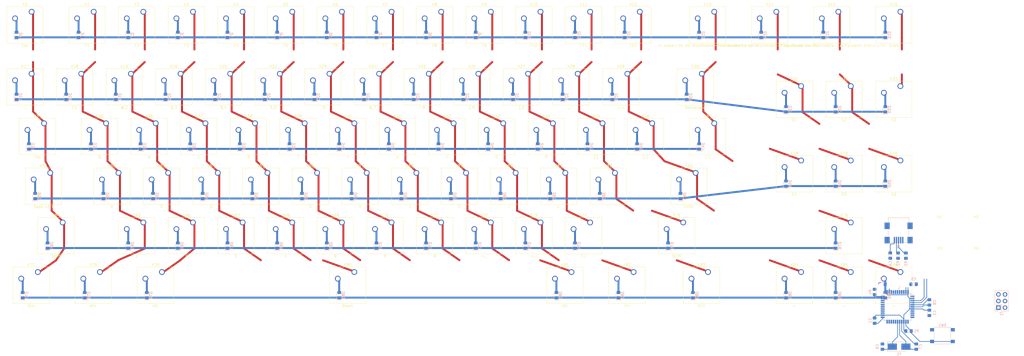
<source format=kicad_pcb>
(kicad_pcb (version 20171130) (host pcbnew "(5.1.5)-3")
  (layers (0 F.Cu signal) (31 B.Cu signal) (34 B.Paste user) (35 F.Paste user) (36 B.SilkS user) (37 F.SilkS user) (38 B.Mask user) (39 F.Mask user) (44 Edge.Cuts user))
  (net 0 "")
  (net 1 GND)
  (net 2 VCC)
  (net 3 "Net-(C6-Pad1)")
  (net 4 "Net-(C7-Pad1)")
  (net 5 "Net-(C8-Pad1)")
  (net 6 "Net-(J1-Pad4)")
  (net 7 "Net-(J1-Pad3)")
  (net 8 "Net-(J1-Pad2)")
  (net 9 "Net-(R1-Pad1)")
  (net 10 "Net-(R2-Pad1)")
  (net 11 "Net-(R3-Pad1)")
  (net 12 "Net-(R4-Pad2)")
  (net 13 "Net-(U1-Pad42)")
  (net 14 /Reset)
  (net 15 /Row_0)
  (net 16 /Row_1)
  (net 17 /Row_2)
  (net 18 /Row_3)
  (net 19 /Row_4)
  (net 20 /Row_5)
  (net 21 /Row_6)
  (net 22 /Col_0)
  (net 23 /Col_1)
  (net 24 /Col_2)
  (net 25 /Col_3)
  (net 26 /Col_4)
  (net 27 /Col_5)
  (net 28 /Col_6)
  (net 29 /Col_7)
  (net 30 /Col_8)
  (net 31 /Col_9)
  (net 32 /Col_10)
  (net 33 /Col_11)
  (net 34 /Col_12)
  (net 35 /Col_13)
  (net 36 /Col_14)
  (net 37 /Col_15)
  (net 38 /Col_16)
  (net 39 /Col_17)
  (net 40 "Net-(D0-Pad2)")
  (net 41 "Net-(D1-Pad2)")
  (net 42 "Net-(D2-Pad2)")
  (net 43 "Net-(D3-Pad2)")
  (net 44 "Net-(D4-Pad2)")
  (net 45 "Net-(D5-Pad2)")
  (net 46 "Net-(D6-Pad2)")
  (net 47 "Net-(D7-Pad2)")
  (net 48 "Net-(D8-Pad2)")
  (net 49 "Net-(D9-Pad2)")
  (net 50 "Net-(D10-Pad2)")
  (net 51 "Net-(D11-Pad2)")
  (net 52 "Net-(D12-Pad2)")
  (net 53 "Net-(D13-Pad2)")
  (net 54 "Net-(D14-Pad2)")
  (net 55 "Net-(D15-Pad2)")
  (net 56 "Net-(D16-Pad2)")
  (net 57 "Net-(D17-Pad2)")
  (net 58 "Net-(D18-Pad2)")
  (net 59 "Net-(D19-Pad2)")
  (net 60 "Net-(D20-Pad2)")
  (net 61 "Net-(D21-Pad2)")
  (net 62 "Net-(D22-Pad2)")
  (net 63 "Net-(D23-Pad2)")
  (net 64 "Net-(D24-Pad2)")
  (net 65 "Net-(D25-Pad2)")
  (net 66 "Net-(D26-Pad2)")
  (net 67 "Net-(D27-Pad2)")
  (net 68 "Net-(D28-Pad2)")
  (net 69 "Net-(D29-Pad2)")
  (net 70 "Net-(D30-Pad2)")
  (net 71 "Net-(D31-Pad2)")
  (net 72 "Net-(D32-Pad2)")
  (net 73 "Net-(D33-Pad2)")
  (net 74 "Net-(D34-Pad2)")
  (net 75 "Net-(D35-Pad2)")
  (net 76 "Net-(D36-Pad2)")
  (net 77 "Net-(D37-Pad2)")
  (net 78 "Net-(D38-Pad2)")
  (net 79 "Net-(D39-Pad2)")
  (net 80 "Net-(D40-Pad2)")
  (net 81 "Net-(D41-Pad2)")
  (net 82 "Net-(D42-Pad2)")
  (net 83 "Net-(D43-Pad2)")
  (net 84 "Net-(D44-Pad2)")
  (net 85 "Net-(D45-Pad2)")
  (net 86 "Net-(D46-Pad2)")
  (net 87 "Net-(D47-Pad2)")
  (net 88 "Net-(D48-Pad2)")
  (net 89 "Net-(D49-Pad2)")
  (net 90 "Net-(D50-Pad2)")
  (net 91 "Net-(D51-Pad2)")
  (net 92 "Net-(D52-Pad2)")
  (net 93 "Net-(D53-Pad2)")
  (net 94 "Net-(D54-Pad2)")
  (net 95 "Net-(D55-Pad2)")
  (net 96 "Net-(D56-Pad2)")
  (net 97 "Net-(D57-Pad2)")
  (net 98 "Net-(D58-Pad2)")
  (net 99 "Net-(D59-Pad2)")
  (net 100 "Net-(D60-Pad2)")
  (net 101 "Net-(D61-Pad2)")
  (net 102 "Net-(D62-Pad2)")
  (net 103 "Net-(D63-Pad2)")
  (net 104 "Net-(D64-Pad2)")
  (net 105 "Net-(D65-Pad2)")
  (net 106 "Net-(D66-Pad2)")
  (net 107 "Net-(D67-Pad2)")
  (net 108 "Net-(D68-Pad2)")
  (net 109 "Net-(D69-Pad2)")
  (net 110 "Net-(D70-Pad2)")
  (net 111 "Net-(D71-Pad2)")
  (net 112 "Net-(D72-Pad2)")
  (net 113 "Net-(D73-Pad2)")
  (net 114 "Net-(D74-Pad2)")
  (net 115 "Net-(D75-Pad2)")
  (net 116 "Net-(D76-Pad2)")
  (net 117 "Net-(D77-Pad2)")
  (net 118 "Net-(D78-Pad2)")
  (net 119 "Net-(D79-Pad2)")
  (net 120 "Net-(D80-Pad2)")
  (net 121 "Net-(D81-Pad2)")
  (net 122 "Net-(D82-Pad2)")
  (net 123 "Net-(D83-Pad2)")
  (net 124 "Net-(D84-Pad2)")
  (net 125 "Net-(D85-Pad2)")
  (net 126 "Net-(D86-Pad2)")
  (net 127 UNKNOWN)
  (module Button_Switch_Keyboard:SW_Cherry_MX_1.00u_PCB (layer F.Cu) (at -90.475 27.305)
    (fp_text reference K0 (at -2.54 -2.794) (layer F.SilkS))
    (fp_text value "Esc" (at -2.54 12.954) (layer F.SilkS))
    (pad "" np_thru_hole circle (at 2.54 5.08) (size 1.7 1.7) (drill 1.7) (layers *.Cu *.Mask))
    (pad "" np_thru_hole circle (at -7.62 5.08) (size 1.7 1.7) (drill 1.7) (layers *.Cu *.Mask))
    (pad "" np_thru_hole circle (at -2.54 5.08) (size 4 4) (drill 4) (layers *.Cu *.Mask))
    (pad 2 thru_hole circle (at -6.35 2.54) (size 2.2 2.2) (drill 1.5) (layers *.Cu *.Mask) (net 40 "Net-(D0-Pad2)"))
    (pad 1 thru_hole circle (at 0 0) (size 2.2 2.2) (drill 1.5) (layers *.Cu *.Mask) (net 22 /Col_0))
  )
  (module Diode_SMD:D_0805_2012Metric_Pad1.15x1.40mm_HandSolder (layer B.Cu) (at -96.27499999999999 36.195 90)
    (fp_text reference D0 (at 0 1.65 90) (layer B.SilkS) (effects (justify mirror)))
    (fp_text value D)
    (pad 1 smd roundrect (at -1.025 0 90) (size 1.15 1.4) (layers B.Cu B.Paste B.Mask) (roundrect_rratio 0.217391) (net 15 /Row_0))
    (pad 2 smd roundrect (at 1.025 0 90) (size 1.15 1.4) (layers B.Cu B.Paste B.Mask) (roundrect_rratio 0.217391) (net 40 "Net-(D0-Pad2)"))
  )
  (segment (start -96.27499999999999 29.845) (end -96.27499999999999 35.075) (width 0.75) (layer B.Cu) (net 40))
  (module Button_Switch_Keyboard:SW_Cherry_MX_1.00u_PCB (layer F.Cu) (at -66.6625 27.305)
    (fp_text reference K1 (at -2.54 -2.794) (layer F.SilkS))
    (fp_text value "F1" (at -2.54 12.954) (layer F.SilkS))
    (pad "" np_thru_hole circle (at 2.54 5.08) (size 1.7 1.7) (drill 1.7) (layers *.Cu *.Mask))
    (pad "" np_thru_hole circle (at -7.62 5.08) (size 1.7 1.7) (drill 1.7) (layers *.Cu *.Mask))
    (pad "" np_thru_hole circle (at -2.54 5.08) (size 4 4) (drill 4) (layers *.Cu *.Mask))
    (pad 2 thru_hole circle (at -6.35 2.54) (size 2.2 2.2) (drill 1.5) (layers *.Cu *.Mask) (net 41 "Net-(D1-Pad2)"))
    (pad 1 thru_hole circle (at 0 0) (size 2.2 2.2) (drill 1.5) (layers *.Cu *.Mask) (net 23 /Col_1))
  )
  (module Diode_SMD:D_0805_2012Metric_Pad1.15x1.40mm_HandSolder (layer B.Cu) (at -72.46249999999999 36.195 90)
    (fp_text reference D1 (at 0 1.65 90) (layer B.SilkS) (effects (justify mirror)))
    (fp_text value D)
    (pad 1 smd roundrect (at -1.025 0 90) (size 1.15 1.4) (layers B.Cu B.Paste B.Mask) (roundrect_rratio 0.217391) (net 15 /Row_0))
    (pad 2 smd roundrect (at 1.025 0 90) (size 1.15 1.4) (layers B.Cu B.Paste B.Mask) (roundrect_rratio 0.217391) (net 41 "Net-(D1-Pad2)"))
  )
  (segment (start -72.46249999999999 29.845) (end -72.46249999999999 35.075) (width 0.75) (layer B.Cu) (net 41))
  (module Button_Switch_Keyboard:SW_Cherry_MX_1.00u_PCB (layer F.Cu) (at -47.6125 27.305)
    (fp_text reference K2 (at -2.54 -2.794) (layer F.SilkS))
    (fp_text value "F2" (at -2.54 12.954) (layer F.SilkS))
    (pad "" np_thru_hole circle (at 2.54 5.08) (size 1.7 1.7) (drill 1.7) (layers *.Cu *.Mask))
    (pad "" np_thru_hole circle (at -7.62 5.08) (size 1.7 1.7) (drill 1.7) (layers *.Cu *.Mask))
    (pad "" np_thru_hole circle (at -2.54 5.08) (size 4 4) (drill 4) (layers *.Cu *.Mask))
    (pad 2 thru_hole circle (at -6.35 2.54) (size 2.2 2.2) (drill 1.5) (layers *.Cu *.Mask) (net 42 "Net-(D2-Pad2)"))
    (pad 1 thru_hole circle (at 0 0) (size 2.2 2.2) (drill 1.5) (layers *.Cu *.Mask) (net 24 /Col_2))
  )
  (module Diode_SMD:D_0805_2012Metric_Pad1.15x1.40mm_HandSolder (layer B.Cu) (at -53.412499999999994 36.195 90)
    (fp_text reference D2 (at 0 1.65 90) (layer B.SilkS) (effects (justify mirror)))
    (fp_text value D)
    (pad 1 smd roundrect (at -1.025 0 90) (size 1.15 1.4) (layers B.Cu B.Paste B.Mask) (roundrect_rratio 0.217391) (net 15 /Row_0))
    (pad 2 smd roundrect (at 1.025 0 90) (size 1.15 1.4) (layers B.Cu B.Paste B.Mask) (roundrect_rratio 0.217391) (net 42 "Net-(D2-Pad2)"))
  )
  (segment (start -53.412499999999994 29.845) (end -53.412499999999994 35.075) (width 0.75) (layer B.Cu) (net 42))
  (module Button_Switch_Keyboard:SW_Cherry_MX_1.00u_PCB (layer F.Cu) (at -28.5625 27.305)
    (fp_text reference K3 (at -2.54 -2.794) (layer F.SilkS))
    (fp_text value "F3" (at -2.54 12.954) (layer F.SilkS))
    (pad "" np_thru_hole circle (at 2.54 5.08) (size 1.7 1.7) (drill 1.7) (layers *.Cu *.Mask))
    (pad "" np_thru_hole circle (at -7.62 5.08) (size 1.7 1.7) (drill 1.7) (layers *.Cu *.Mask))
    (pad "" np_thru_hole circle (at -2.54 5.08) (size 4 4) (drill 4) (layers *.Cu *.Mask))
    (pad 2 thru_hole circle (at -6.35 2.54) (size 2.2 2.2) (drill 1.5) (layers *.Cu *.Mask) (net 43 "Net-(D3-Pad2)"))
    (pad 1 thru_hole circle (at 0 0) (size 2.2 2.2) (drill 1.5) (layers *.Cu *.Mask) (net 25 /Col_3))
  )
  (module Diode_SMD:D_0805_2012Metric_Pad1.15x1.40mm_HandSolder (layer B.Cu) (at -34.3625 36.195 90)
    (fp_text reference D3 (at 0 1.65 90) (layer B.SilkS) (effects (justify mirror)))
    (fp_text value D)
    (pad 1 smd roundrect (at -1.025 0 90) (size 1.15 1.4) (layers B.Cu B.Paste B.Mask) (roundrect_rratio 0.217391) (net 15 /Row_0))
    (pad 2 smd roundrect (at 1.025 0 90) (size 1.15 1.4) (layers B.Cu B.Paste B.Mask) (roundrect_rratio 0.217391) (net 43 "Net-(D3-Pad2)"))
  )
  (segment (start -34.3625 29.845) (end -34.3625 35.075) (width 0.75) (layer B.Cu) (net 43))
  (module Button_Switch_Keyboard:SW_Cherry_MX_1.00u_PCB (layer F.Cu) (at -9.512500000000003 27.305)
    (fp_text reference K4 (at -2.54 -2.794) (layer F.SilkS))
    (fp_text value "F4" (at -2.54 12.954) (layer F.SilkS))
    (pad "" np_thru_hole circle (at 2.54 5.08) (size 1.7 1.7) (drill 1.7) (layers *.Cu *.Mask))
    (pad "" np_thru_hole circle (at -7.62 5.08) (size 1.7 1.7) (drill 1.7) (layers *.Cu *.Mask))
    (pad "" np_thru_hole circle (at -2.54 5.08) (size 4 4) (drill 4) (layers *.Cu *.Mask))
    (pad 2 thru_hole circle (at -6.35 2.54) (size 2.2 2.2) (drill 1.5) (layers *.Cu *.Mask) (net 44 "Net-(D4-Pad2)"))
    (pad 1 thru_hole circle (at 0 0) (size 2.2 2.2) (drill 1.5) (layers *.Cu *.Mask) (net 26 /Col_4))
  )
  (module Diode_SMD:D_0805_2012Metric_Pad1.15x1.40mm_HandSolder (layer B.Cu) (at -15.312500000000004 36.195 90)
    (fp_text reference D4 (at 0 1.65 90) (layer B.SilkS) (effects (justify mirror)))
    (fp_text value D)
    (pad 1 smd roundrect (at -1.025 0 90) (size 1.15 1.4) (layers B.Cu B.Paste B.Mask) (roundrect_rratio 0.217391) (net 15 /Row_0))
    (pad 2 smd roundrect (at 1.025 0 90) (size 1.15 1.4) (layers B.Cu B.Paste B.Mask) (roundrect_rratio 0.217391) (net 44 "Net-(D4-Pad2)"))
  )
  (segment (start -15.312500000000004 29.845) (end -15.312500000000004 35.075) (width 0.75) (layer B.Cu) (net 44))
  (module Button_Switch_Keyboard:SW_Cherry_MX_1.00u_PCB (layer F.Cu) (at 9.537500000000009 27.305)
    (fp_text reference K5 (at -2.54 -2.794) (layer F.SilkS))
    (fp_text value "F5" (at -2.54 12.954) (layer F.SilkS))
    (pad "" np_thru_hole circle (at 2.54 5.08) (size 1.7 1.7) (drill 1.7) (layers *.Cu *.Mask))
    (pad "" np_thru_hole circle (at -7.62 5.08) (size 1.7 1.7) (drill 1.7) (layers *.Cu *.Mask))
    (pad "" np_thru_hole circle (at -2.54 5.08) (size 4 4) (drill 4) (layers *.Cu *.Mask))
    (pad 2 thru_hole circle (at -6.35 2.54) (size 2.2 2.2) (drill 1.5) (layers *.Cu *.Mask) (net 45 "Net-(D5-Pad2)"))
    (pad 1 thru_hole circle (at 0 0) (size 2.2 2.2) (drill 1.5) (layers *.Cu *.Mask) (net 27 /Col_5))
  )
  (module Diode_SMD:D_0805_2012Metric_Pad1.15x1.40mm_HandSolder (layer B.Cu) (at 3.7375000000000087 36.195 90)
    (fp_text reference D5 (at 0 1.65 90) (layer B.SilkS) (effects (justify mirror)))
    (fp_text value D)
    (pad 1 smd roundrect (at -1.025 0 90) (size 1.15 1.4) (layers B.Cu B.Paste B.Mask) (roundrect_rratio 0.217391) (net 15 /Row_0))
    (pad 2 smd roundrect (at 1.025 0 90) (size 1.15 1.4) (layers B.Cu B.Paste B.Mask) (roundrect_rratio 0.217391) (net 45 "Net-(D5-Pad2)"))
  )
  (segment (start 3.7375000000000087 29.845) (end 3.7375000000000087 35.075) (width 0.75) (layer B.Cu) (net 45))
  (module Button_Switch_Keyboard:SW_Cherry_MX_1.00u_PCB (layer F.Cu) (at 28.587500000000006 27.305)
    (fp_text reference K6 (at -2.54 -2.794) (layer F.SilkS))
    (fp_text value "F6" (at -2.54 12.954) (layer F.SilkS))
    (pad "" np_thru_hole circle (at 2.54 5.08) (size 1.7 1.7) (drill 1.7) (layers *.Cu *.Mask))
    (pad "" np_thru_hole circle (at -7.62 5.08) (size 1.7 1.7) (drill 1.7) (layers *.Cu *.Mask))
    (pad "" np_thru_hole circle (at -2.54 5.08) (size 4 4) (drill 4) (layers *.Cu *.Mask))
    (pad 2 thru_hole circle (at -6.35 2.54) (size 2.2 2.2) (drill 1.5) (layers *.Cu *.Mask) (net 46 "Net-(D6-Pad2)"))
    (pad 1 thru_hole circle (at 0 0) (size 2.2 2.2) (drill 1.5) (layers *.Cu *.Mask) (net 28 /Col_6))
  )
  (module Diode_SMD:D_0805_2012Metric_Pad1.15x1.40mm_HandSolder (layer B.Cu) (at 22.787500000000005 36.195 90)
    (fp_text reference D6 (at 0 1.65 90) (layer B.SilkS) (effects (justify mirror)))
    (fp_text value D)
    (pad 1 smd roundrect (at -1.025 0 90) (size 1.15 1.4) (layers B.Cu B.Paste B.Mask) (roundrect_rratio 0.217391) (net 15 /Row_0))
    (pad 2 smd roundrect (at 1.025 0 90) (size 1.15 1.4) (layers B.Cu B.Paste B.Mask) (roundrect_rratio 0.217391) (net 46 "Net-(D6-Pad2)"))
  )
  (segment (start 22.787500000000005 29.845) (end 22.787500000000005 35.075) (width 0.75) (layer B.Cu) (net 46))
  (module Button_Switch_Keyboard:SW_Cherry_MX_1.00u_PCB (layer F.Cu) (at 47.63750000000002 27.305)
    (fp_text reference K7 (at -2.54 -2.794) (layer F.SilkS))
    (fp_text value "F7" (at -2.54 12.954) (layer F.SilkS))
    (pad "" np_thru_hole circle (at 2.54 5.08) (size 1.7 1.7) (drill 1.7) (layers *.Cu *.Mask))
    (pad "" np_thru_hole circle (at -7.62 5.08) (size 1.7 1.7) (drill 1.7) (layers *.Cu *.Mask))
    (pad "" np_thru_hole circle (at -2.54 5.08) (size 4 4) (drill 4) (layers *.Cu *.Mask))
    (pad 2 thru_hole circle (at -6.35 2.54) (size 2.2 2.2) (drill 1.5) (layers *.Cu *.Mask) (net 47 "Net-(D7-Pad2)"))
    (pad 1 thru_hole circle (at 0 0) (size 2.2 2.2) (drill 1.5) (layers *.Cu *.Mask) (net 29 /Col_7))
  )
  (module Diode_SMD:D_0805_2012Metric_Pad1.15x1.40mm_HandSolder (layer B.Cu) (at 41.83750000000002 36.195 90)
    (fp_text reference D7 (at 0 1.65 90) (layer B.SilkS) (effects (justify mirror)))
    (fp_text value D)
    (pad 1 smd roundrect (at -1.025 0 90) (size 1.15 1.4) (layers B.Cu B.Paste B.Mask) (roundrect_rratio 0.217391) (net 15 /Row_0))
    (pad 2 smd roundrect (at 1.025 0 90) (size 1.15 1.4) (layers B.Cu B.Paste B.Mask) (roundrect_rratio 0.217391) (net 47 "Net-(D7-Pad2)"))
  )
  (segment (start 41.83750000000002 29.845) (end 41.83750000000002 35.075) (width 0.75) (layer B.Cu) (net 47))
  (module Button_Switch_Keyboard:SW_Cherry_MX_1.00u_PCB (layer F.Cu) (at 66.6875 27.305)
    (fp_text reference K8 (at -2.54 -2.794) (layer F.SilkS))
    (fp_text value "F8" (at -2.54 12.954) (layer F.SilkS))
    (pad "" np_thru_hole circle (at 2.54 5.08) (size 1.7 1.7) (drill 1.7) (layers *.Cu *.Mask))
    (pad "" np_thru_hole circle (at -7.62 5.08) (size 1.7 1.7) (drill 1.7) (layers *.Cu *.Mask))
    (pad "" np_thru_hole circle (at -2.54 5.08) (size 4 4) (drill 4) (layers *.Cu *.Mask))
    (pad 2 thru_hole circle (at -6.35 2.54) (size 2.2 2.2) (drill 1.5) (layers *.Cu *.Mask) (net 48 "Net-(D8-Pad2)"))
    (pad 1 thru_hole circle (at 0 0) (size 2.2 2.2) (drill 1.5) (layers *.Cu *.Mask) (net 30 /Col_8))
  )
  (module Diode_SMD:D_0805_2012Metric_Pad1.15x1.40mm_HandSolder (layer B.Cu) (at 60.8875 36.195 90)
    (fp_text reference D8 (at 0 1.65 90) (layer B.SilkS) (effects (justify mirror)))
    (fp_text value D)
    (pad 1 smd roundrect (at -1.025 0 90) (size 1.15 1.4) (layers B.Cu B.Paste B.Mask) (roundrect_rratio 0.217391) (net 15 /Row_0))
    (pad 2 smd roundrect (at 1.025 0 90) (size 1.15 1.4) (layers B.Cu B.Paste B.Mask) (roundrect_rratio 0.217391) (net 48 "Net-(D8-Pad2)"))
  )
  (segment (start 60.8875 29.845) (end 60.8875 35.075) (width 0.75) (layer B.Cu) (net 48))
  (module Button_Switch_Keyboard:SW_Cherry_MX_1.00u_PCB (layer F.Cu) (at 85.73750000000001 27.305)
    (fp_text reference K9 (at -2.54 -2.794) (layer F.SilkS))
    (fp_text value "F9" (at -2.54 12.954) (layer F.SilkS))
    (pad "" np_thru_hole circle (at 2.54 5.08) (size 1.7 1.7) (drill 1.7) (layers *.Cu *.Mask))
    (pad "" np_thru_hole circle (at -7.62 5.08) (size 1.7 1.7) (drill 1.7) (layers *.Cu *.Mask))
    (pad "" np_thru_hole circle (at -2.54 5.08) (size 4 4) (drill 4) (layers *.Cu *.Mask))
    (pad 2 thru_hole circle (at -6.35 2.54) (size 2.2 2.2) (drill 1.5) (layers *.Cu *.Mask) (net 49 "Net-(D9-Pad2)"))
    (pad 1 thru_hole circle (at 0 0) (size 2.2 2.2) (drill 1.5) (layers *.Cu *.Mask) (net 31 /Col_9))
  )
  (module Diode_SMD:D_0805_2012Metric_Pad1.15x1.40mm_HandSolder (layer B.Cu) (at 79.93750000000001 36.195 90)
    (fp_text reference D9 (at 0 1.65 90) (layer B.SilkS) (effects (justify mirror)))
    (fp_text value D)
    (pad 1 smd roundrect (at -1.025 0 90) (size 1.15 1.4) (layers B.Cu B.Paste B.Mask) (roundrect_rratio 0.217391) (net 15 /Row_0))
    (pad 2 smd roundrect (at 1.025 0 90) (size 1.15 1.4) (layers B.Cu B.Paste B.Mask) (roundrect_rratio 0.217391) (net 49 "Net-(D9-Pad2)"))
  )
  (segment (start 79.93750000000001 29.845) (end 79.93750000000001 35.075) (width 0.75) (layer B.Cu) (net 49))
  (module Button_Switch_Keyboard:SW_Cherry_MX_1.00u_PCB (layer F.Cu) (at 104.7875 27.305)
    (fp_text reference K10 (at -2.54 -2.794) (layer F.SilkS))
    (fp_text value "F10" (at -2.54 12.954) (layer F.SilkS))
    (pad "" np_thru_hole circle (at 2.54 5.08) (size 1.7 1.7) (drill 1.7) (layers *.Cu *.Mask))
    (pad "" np_thru_hole circle (at -7.62 5.08) (size 1.7 1.7) (drill 1.7) (layers *.Cu *.Mask))
    (pad "" np_thru_hole circle (at -2.54 5.08) (size 4 4) (drill 4) (layers *.Cu *.Mask))
    (pad 2 thru_hole circle (at -6.35 2.54) (size 2.2 2.2) (drill 1.5) (layers *.Cu *.Mask) (net 50 "Net-(D10-Pad2)"))
    (pad 1 thru_hole circle (at 0 0) (size 2.2 2.2) (drill 1.5) (layers *.Cu *.Mask) (net 32 /Col_10))
  )
  (module Diode_SMD:D_0805_2012Metric_Pad1.15x1.40mm_HandSolder (layer B.Cu) (at 98.9875 36.195 90)
    (fp_text reference D10 (at 0 1.65 90) (layer B.SilkS) (effects (justify mirror)))
    (fp_text value D)
    (pad 1 smd roundrect (at -1.025 0 90) (size 1.15 1.4) (layers B.Cu B.Paste B.Mask) (roundrect_rratio 0.217391) (net 15 /Row_0))
    (pad 2 smd roundrect (at 1.025 0 90) (size 1.15 1.4) (layers B.Cu B.Paste B.Mask) (roundrect_rratio 0.217391) (net 50 "Net-(D10-Pad2)"))
  )
  (segment (start 98.9875 29.845) (end 98.9875 35.075) (width 0.75) (layer B.Cu) (net 50))
  (module Button_Switch_Keyboard:SW_Cherry_MX_1.00u_PCB (layer F.Cu) (at 123.8375 27.305)
    (fp_text reference K11 (at -2.54 -2.794) (layer F.SilkS))
    (fp_text value "F11" (at -2.54 12.954) (layer F.SilkS))
    (pad "" np_thru_hole circle (at 2.54 5.08) (size 1.7 1.7) (drill 1.7) (layers *.Cu *.Mask))
    (pad "" np_thru_hole circle (at -7.62 5.08) (size 1.7 1.7) (drill 1.7) (layers *.Cu *.Mask))
    (pad "" np_thru_hole circle (at -2.54 5.08) (size 4 4) (drill 4) (layers *.Cu *.Mask))
    (pad 2 thru_hole circle (at -6.35 2.54) (size 2.2 2.2) (drill 1.5) (layers *.Cu *.Mask) (net 51 "Net-(D11-Pad2)"))
    (pad 1 thru_hole circle (at 0 0) (size 2.2 2.2) (drill 1.5) (layers *.Cu *.Mask) (net 33 /Col_11))
  )
  (module Diode_SMD:D_0805_2012Metric_Pad1.15x1.40mm_HandSolder (layer B.Cu) (at 118.03750000000001 36.195 90)
    (fp_text reference D11 (at 0 1.65 90) (layer B.SilkS) (effects (justify mirror)))
    (fp_text value D)
    (pad 1 smd roundrect (at -1.025 0 90) (size 1.15 1.4) (layers B.Cu B.Paste B.Mask) (roundrect_rratio 0.217391) (net 15 /Row_0))
    (pad 2 smd roundrect (at 1.025 0 90) (size 1.15 1.4) (layers B.Cu B.Paste B.Mask) (roundrect_rratio 0.217391) (net 51 "Net-(D11-Pad2)"))
  )
  (segment (start 118.03750000000001 29.845) (end 118.03750000000001 35.075) (width 0.75) (layer B.Cu) (net 51))
  (module Button_Switch_Keyboard:SW_Cherry_MX_1.00u_PCB (layer F.Cu) (at 142.88750000000002 27.305)
    (fp_text reference K12 (at -2.54 -2.794) (layer F.SilkS))
    (fp_text value "F12" (at -2.54 12.954) (layer F.SilkS))
    (pad "" np_thru_hole circle (at 2.54 5.08) (size 1.7 1.7) (drill 1.7) (layers *.Cu *.Mask))
    (pad "" np_thru_hole circle (at -7.62 5.08) (size 1.7 1.7) (drill 1.7) (layers *.Cu *.Mask))
    (pad "" np_thru_hole circle (at -2.54 5.08) (size 4 4) (drill 4) (layers *.Cu *.Mask))
    (pad 2 thru_hole circle (at -6.35 2.54) (size 2.2 2.2) (drill 1.5) (layers *.Cu *.Mask) (net 52 "Net-(D12-Pad2)"))
    (pad 1 thru_hole circle (at 0 0) (size 2.2 2.2) (drill 1.5) (layers *.Cu *.Mask) (net 34 /Col_12))
  )
  (module Diode_SMD:D_0805_2012Metric_Pad1.15x1.40mm_HandSolder (layer B.Cu) (at 137.0875 36.195 90)
    (fp_text reference D12 (at 0 1.65 90) (layer B.SilkS) (effects (justify mirror)))
    (fp_text value D)
    (pad 1 smd roundrect (at -1.025 0 90) (size 1.15 1.4) (layers B.Cu B.Paste B.Mask) (roundrect_rratio 0.217391) (net 15 /Row_0))
    (pad 2 smd roundrect (at 1.025 0 90) (size 1.15 1.4) (layers B.Cu B.Paste B.Mask) (roundrect_rratio 0.217391) (net 52 "Net-(D12-Pad2)"))
  )
  (segment (start 137.0875 29.845) (end 137.0875 35.075) (width 0.75) (layer B.Cu) (net 52))
  (module Button_Switch_Keyboard:SW_Cherry_MX_1.00u_PCB (layer F.Cu) (at 171.46250000000003 27.305)
    (fp_text reference K13 (at -2.54 -2.794) (layer F.SilkS))
    (fp_text value "<i class='kb kb-Multimedia-Rewind-Start'></i>" (at -2.54 12.954) (layer F.SilkS))
    (pad "" np_thru_hole circle (at 2.54 5.08) (size 1.7 1.7) (drill 1.7) (layers *.Cu *.Mask))
    (pad "" np_thru_hole circle (at -7.62 5.08) (size 1.7 1.7) (drill 1.7) (layers *.Cu *.Mask))
    (pad "" np_thru_hole circle (at -2.54 5.08) (size 4 4) (drill 4) (layers *.Cu *.Mask))
    (pad 2 thru_hole circle (at -6.35 2.54) (size 2.2 2.2) (drill 1.5) (layers *.Cu *.Mask) (net 53 "Net-(D13-Pad2)"))
    (pad 1 thru_hole circle (at 0 0) (size 2.2 2.2) (drill 1.5) (layers *.Cu *.Mask) (net 35 /Col_13))
  )
  (module Diode_SMD:D_0805_2012Metric_Pad1.15x1.40mm_HandSolder (layer B.Cu) (at 165.66250000000002 36.195 90)
    (fp_text reference D13 (at 0 1.65 90) (layer B.SilkS) (effects (justify mirror)))
    (fp_text value D)
    (pad 1 smd roundrect (at -1.025 0 90) (size 1.15 1.4) (layers B.Cu B.Paste B.Mask) (roundrect_rratio 0.217391) (net 15 /Row_0))
    (pad 2 smd roundrect (at 1.025 0 90) (size 1.15 1.4) (layers B.Cu B.Paste B.Mask) (roundrect_rratio 0.217391) (net 53 "Net-(D13-Pad2)"))
  )
  (segment (start 165.66250000000002 29.845) (end 165.66250000000002 35.075) (width 0.75) (layer B.Cu) (net 53))
  (module Button_Switch_Keyboard:SW_Cherry_MX_1.00u_PCB (layer F.Cu) (at 195.27500000000003 27.305)
    (fp_text reference K14 (at -2.54 -2.794) (layer F.SilkS))
    (fp_text value "<i class='kb kb-Multimedia-Play-Pause'></i>" (at -2.54 12.954) (layer F.SilkS))
    (pad "" np_thru_hole circle (at 2.54 5.08) (size 1.7 1.7) (drill 1.7) (layers *.Cu *.Mask))
    (pad "" np_thru_hole circle (at -7.62 5.08) (size 1.7 1.7) (drill 1.7) (layers *.Cu *.Mask))
    (pad "" np_thru_hole circle (at -2.54 5.08) (size 4 4) (drill 4) (layers *.Cu *.Mask))
    (pad 2 thru_hole circle (at -6.35 2.54) (size 2.2 2.2) (drill 1.5) (layers *.Cu *.Mask) (net 54 "Net-(D14-Pad2)"))
    (pad 1 thru_hole circle (at 0 0) (size 2.2 2.2) (drill 1.5) (layers *.Cu *.Mask) (net 36 /Col_14))
  )
  (module Diode_SMD:D_0805_2012Metric_Pad1.15x1.40mm_HandSolder (layer B.Cu) (at 189.47500000000002 36.195 90)
    (fp_text reference D14 (at 0 1.65 90) (layer B.SilkS) (effects (justify mirror)))
    (fp_text value D)
    (pad 1 smd roundrect (at -1.025 0 90) (size 1.15 1.4) (layers B.Cu B.Paste B.Mask) (roundrect_rratio 0.217391) (net 15 /Row_0))
    (pad 2 smd roundrect (at 1.025 0 90) (size 1.15 1.4) (layers B.Cu B.Paste B.Mask) (roundrect_rratio 0.217391) (net 54 "Net-(D14-Pad2)"))
  )
  (segment (start 189.47500000000002 29.845) (end 189.47500000000002 35.075) (width 0.75) (layer B.Cu) (net 54))
  (module Button_Switch_Keyboard:SW_Cherry_MX_1.00u_PCB (layer F.Cu) (at 219.08750000000003 27.305)
    (fp_text reference K15 (at -2.54 -2.794) (layer F.SilkS))
    (fp_text value "<i class='kb kb-Multimedia-FastForward-End'></i>" (at -2.54 12.954) (layer F.SilkS))
    (pad "" np_thru_hole circle (at 2.54 5.08) (size 1.7 1.7) (drill 1.7) (layers *.Cu *.Mask))
    (pad "" np_thru_hole circle (at -7.62 5.08) (size 1.7 1.7) (drill 1.7) (layers *.Cu *.Mask))
    (pad "" np_thru_hole circle (at -2.54 5.08) (size 4 4) (drill 4) (layers *.Cu *.Mask))
    (pad 2 thru_hole circle (at -6.35 2.54) (size 2.2 2.2) (drill 1.5) (layers *.Cu *.Mask) (net 55 "Net-(D15-Pad2)"))
    (pad 1 thru_hole circle (at 0 0) (size 2.2 2.2) (drill 1.5) (layers *.Cu *.Mask) (net 37 /Col_15))
  )
  (module Diode_SMD:D_0805_2012Metric_Pad1.15x1.40mm_HandSolder (layer B.Cu) (at 213.28750000000002 36.195 90)
    (fp_text reference D15 (at 0 1.65 90) (layer B.SilkS) (effects (justify mirror)))
    (fp_text value D)
    (pad 1 smd roundrect (at -1.025 0 90) (size 1.15 1.4) (layers B.Cu B.Paste B.Mask) (roundrect_rratio 0.217391) (net 15 /Row_0))
    (pad 2 smd roundrect (at 1.025 0 90) (size 1.15 1.4) (layers B.Cu B.Paste B.Mask) (roundrect_rratio 0.217391) (net 55 "Net-(D15-Pad2)"))
  )
  (segment (start 213.28750000000002 29.845) (end 213.28750000000002 35.075) (width 0.75) (layer B.Cu) (net 55))
  (module Button_Switch_Keyboard:SW_Cherry_MX_1.00u_PCB (layer F.Cu) (at 242.90000000000003 27.305)
    (fp_text reference K16 (at -2.54 -2.794) (layer F.SilkS))
    (fp_text value "Knob" (at -2.54 12.954) (layer F.SilkS))
    (pad "" np_thru_hole circle (at 2.54 5.08) (size 1.7 1.7) (drill 1.7) (layers *.Cu *.Mask))
    (pad "" np_thru_hole circle (at -7.62 5.08) (size 1.7 1.7) (drill 1.7) (layers *.Cu *.Mask))
    (pad "" np_thru_hole circle (at -2.54 5.08) (size 4 4) (drill 4) (layers *.Cu *.Mask))
    (pad 2 thru_hole circle (at -6.35 2.54) (size 2.2 2.2) (drill 1.5) (layers *.Cu *.Mask) (net 56 "Net-(D16-Pad2)"))
    (pad 1 thru_hole circle (at 0 0) (size 2.2 2.2) (drill 1.5) (layers *.Cu *.Mask) (net 38 /Col_16))
  )
  (module Diode_SMD:D_0805_2012Metric_Pad1.15x1.40mm_HandSolder (layer B.Cu) (at 237.10000000000002 36.195 90)
    (fp_text reference D16 (at 0 1.65 90) (layer B.SilkS) (effects (justify mirror)))
    (fp_text value D)
    (pad 1 smd roundrect (at -1.025 0 90) (size 1.15 1.4) (layers B.Cu B.Paste B.Mask) (roundrect_rratio 0.217391) (net 15 /Row_0))
    (pad 2 smd roundrect (at 1.025 0 90) (size 1.15 1.4) (layers B.Cu B.Paste B.Mask) (roundrect_rratio 0.217391) (net 56 "Net-(D16-Pad2)"))
  )
  (segment (start 237.10000000000002 29.845) (end 237.10000000000002 35.075) (width 0.75) (layer B.Cu) (net 56))
  (module Button_Switch_Keyboard:SW_Cherry_MX_1.00u_PCB (layer F.Cu) (at -90.475 51.1175)
    (fp_text reference K17 (at -2.54 -2.794) (layer F.SilkS))
    (fp_text value "~~,`" (at -2.54 12.954) (layer F.SilkS))
    (pad "" np_thru_hole circle (at 2.54 5.08) (size 1.7 1.7) (drill 1.7) (layers *.Cu *.Mask))
    (pad "" np_thru_hole circle (at -7.62 5.08) (size 1.7 1.7) (drill 1.7) (layers *.Cu *.Mask))
    (pad "" np_thru_hole circle (at -2.54 5.08) (size 4 4) (drill 4) (layers *.Cu *.Mask))
    (pad 2 thru_hole circle (at -6.35 2.54) (size 2.2 2.2) (drill 1.5) (layers *.Cu *.Mask) (net 57 "Net-(D17-Pad2)"))
    (pad 1 thru_hole circle (at 0 0) (size 2.2 2.2) (drill 1.5) (layers *.Cu *.Mask) (net 22 /Col_0))
  )
  (module Diode_SMD:D_0805_2012Metric_Pad1.15x1.40mm_HandSolder (layer B.Cu) (at -96.27499999999999 60.0075 90)
    (fp_text reference D17 (at 0 1.65 90) (layer B.SilkS) (effects (justify mirror)))
    (fp_text value D)
    (pad 1 smd roundrect (at -1.025 0 90) (size 1.15 1.4) (layers B.Cu B.Paste B.Mask) (roundrect_rratio 0.217391) (net 16 /Row_1))
    (pad 2 smd roundrect (at 1.025 0 90) (size 1.15 1.4) (layers B.Cu B.Paste B.Mask) (roundrect_rratio 0.217391) (net 57 "Net-(D17-Pad2)"))
  )
  (segment (start -96.27499999999999 53.6575) (end -96.27499999999999 58.8875) (width 0.75) (layer B.Cu) (net 57))
  (module Button_Switch_Keyboard:SW_Cherry_MX_1.00u_PCB (layer F.Cu) (at -71.425 51.1175)
    (fp_text reference K18 (at -2.54 -2.794) (layer F.SilkS))
    (fp_text value "!,1" (at -2.54 12.954) (layer F.SilkS))
    (pad "" np_thru_hole circle (at 2.54 5.08) (size 1.7 1.7) (drill 1.7) (layers *.Cu *.Mask))
    (pad "" np_thru_hole circle (at -7.62 5.08) (size 1.7 1.7) (drill 1.7) (layers *.Cu *.Mask))
    (pad "" np_thru_hole circle (at -2.54 5.08) (size 4 4) (drill 4) (layers *.Cu *.Mask))
    (pad 2 thru_hole circle (at -6.35 2.54) (size 2.2 2.2) (drill 1.5) (layers *.Cu *.Mask) (net 58 "Net-(D18-Pad2)"))
    (pad 1 thru_hole circle (at 0 0) (size 2.2 2.2) (drill 1.5) (layers *.Cu *.Mask) (net 23 /Col_1))
  )
  (module Diode_SMD:D_0805_2012Metric_Pad1.15x1.40mm_HandSolder (layer B.Cu) (at -77.225 60.0075 90)
    (fp_text reference D18 (at 0 1.65 90) (layer B.SilkS) (effects (justify mirror)))
    (fp_text value D)
    (pad 1 smd roundrect (at -1.025 0 90) (size 1.15 1.4) (layers B.Cu B.Paste B.Mask) (roundrect_rratio 0.217391) (net 16 /Row_1))
    (pad 2 smd roundrect (at 1.025 0 90) (size 1.15 1.4) (layers B.Cu B.Paste B.Mask) (roundrect_rratio 0.217391) (net 58 "Net-(D18-Pad2)"))
  )
  (segment (start -77.225 53.6575) (end -77.225 58.8875) (width 0.75) (layer B.Cu) (net 58))
  (module Button_Switch_Keyboard:SW_Cherry_MX_1.00u_PCB (layer F.Cu) (at -52.375 51.1175)
    (fp_text reference K19 (at -2.54 -2.794) (layer F.SilkS))
    (fp_text value "@,2" (at -2.54 12.954) (layer F.SilkS))
    (pad "" np_thru_hole circle (at 2.54 5.08) (size 1.7 1.7) (drill 1.7) (layers *.Cu *.Mask))
    (pad "" np_thru_hole circle (at -7.62 5.08) (size 1.7 1.7) (drill 1.7) (layers *.Cu *.Mask))
    (pad "" np_thru_hole circle (at -2.54 5.08) (size 4 4) (drill 4) (layers *.Cu *.Mask))
    (pad 2 thru_hole circle (at -6.35 2.54) (size 2.2 2.2) (drill 1.5) (layers *.Cu *.Mask) (net 59 "Net-(D19-Pad2)"))
    (pad 1 thru_hole circle (at 0 0) (size 2.2 2.2) (drill 1.5) (layers *.Cu *.Mask) (net 24 /Col_2))
  )
  (module Diode_SMD:D_0805_2012Metric_Pad1.15x1.40mm_HandSolder (layer B.Cu) (at -58.175 60.0075 90)
    (fp_text reference D19 (at 0 1.65 90) (layer B.SilkS) (effects (justify mirror)))
    (fp_text value D)
    (pad 1 smd roundrect (at -1.025 0 90) (size 1.15 1.4) (layers B.Cu B.Paste B.Mask) (roundrect_rratio 0.217391) (net 16 /Row_1))
    (pad 2 smd roundrect (at 1.025 0 90) (size 1.15 1.4) (layers B.Cu B.Paste B.Mask) (roundrect_rratio 0.217391) (net 59 "Net-(D19-Pad2)"))
  )
  (segment (start -58.175 53.6575) (end -58.175 58.8875) (width 0.75) (layer B.Cu) (net 59))
  (module Button_Switch_Keyboard:SW_Cherry_MX_1.00u_PCB (layer F.Cu) (at -33.325 51.1175)
    (fp_text reference K20 (at -2.54 -2.794) (layer F.SilkS))
    (fp_text value "#,3" (at -2.54 12.954) (layer F.SilkS))
    (pad "" np_thru_hole circle (at 2.54 5.08) (size 1.7 1.7) (drill 1.7) (layers *.Cu *.Mask))
    (pad "" np_thru_hole circle (at -7.62 5.08) (size 1.7 1.7) (drill 1.7) (layers *.Cu *.Mask))
    (pad "" np_thru_hole circle (at -2.54 5.08) (size 4 4) (drill 4) (layers *.Cu *.Mask))
    (pad 2 thru_hole circle (at -6.35 2.54) (size 2.2 2.2) (drill 1.5) (layers *.Cu *.Mask) (net 60 "Net-(D20-Pad2)"))
    (pad 1 thru_hole circle (at 0 0) (size 2.2 2.2) (drill 1.5) (layers *.Cu *.Mask) (net 25 /Col_3))
  )
  (module Diode_SMD:D_0805_2012Metric_Pad1.15x1.40mm_HandSolder (layer B.Cu) (at -39.125 60.0075 90)
    (fp_text reference D20 (at 0 1.65 90) (layer B.SilkS) (effects (justify mirror)))
    (fp_text value D)
    (pad 1 smd roundrect (at -1.025 0 90) (size 1.15 1.4) (layers B.Cu B.Paste B.Mask) (roundrect_rratio 0.217391) (net 16 /Row_1))
    (pad 2 smd roundrect (at 1.025 0 90) (size 1.15 1.4) (layers B.Cu B.Paste B.Mask) (roundrect_rratio 0.217391) (net 60 "Net-(D20-Pad2)"))
  )
  (segment (start -39.125 53.6575) (end -39.125 58.8875) (width 0.75) (layer B.Cu) (net 60))
  (module Button_Switch_Keyboard:SW_Cherry_MX_1.00u_PCB (layer F.Cu) (at -14.274999999999991 51.1175)
    (fp_text reference K21 (at -2.54 -2.794) (layer F.SilkS))
    (fp_text value "$,4" (at -2.54 12.954) (layer F.SilkS))
    (pad "" np_thru_hole circle (at 2.54 5.08) (size 1.7 1.7) (drill 1.7) (layers *.Cu *.Mask))
    (pad "" np_thru_hole circle (at -7.62 5.08) (size 1.7 1.7) (drill 1.7) (layers *.Cu *.Mask))
    (pad "" np_thru_hole circle (at -2.54 5.08) (size 4 4) (drill 4) (layers *.Cu *.Mask))
    (pad 2 thru_hole circle (at -6.35 2.54) (size 2.2 2.2) (drill 1.5) (layers *.Cu *.Mask) (net 61 "Net-(D21-Pad2)"))
    (pad 1 thru_hole circle (at 0 0) (size 2.2 2.2) (drill 1.5) (layers *.Cu *.Mask) (net 26 /Col_4))
  )
  (module Diode_SMD:D_0805_2012Metric_Pad1.15x1.40mm_HandSolder (layer B.Cu) (at -20.074999999999992 60.0075 90)
    (fp_text reference D21 (at 0 1.65 90) (layer B.SilkS) (effects (justify mirror)))
    (fp_text value D)
    (pad 1 smd roundrect (at -1.025 0 90) (size 1.15 1.4) (layers B.Cu B.Paste B.Mask) (roundrect_rratio 0.217391) (net 16 /Row_1))
    (pad 2 smd roundrect (at 1.025 0 90) (size 1.15 1.4) (layers B.Cu B.Paste B.Mask) (roundrect_rratio 0.217391) (net 61 "Net-(D21-Pad2)"))
  )
  (segment (start -20.074999999999992 53.6575) (end -20.074999999999992 58.8875) (width 0.75) (layer B.Cu) (net 61))
  (module Button_Switch_Keyboard:SW_Cherry_MX_1.00u_PCB (layer F.Cu) (at 4.775000000000006 51.1175)
    (fp_text reference K22 (at -2.54 -2.794) (layer F.SilkS))
    (fp_text value "%,5" (at -2.54 12.954) (layer F.SilkS))
    (pad "" np_thru_hole circle (at 2.54 5.08) (size 1.7 1.7) (drill 1.7) (layers *.Cu *.Mask))
    (pad "" np_thru_hole circle (at -7.62 5.08) (size 1.7 1.7) (drill 1.7) (layers *.Cu *.Mask))
    (pad "" np_thru_hole circle (at -2.54 5.08) (size 4 4) (drill 4) (layers *.Cu *.Mask))
    (pad 2 thru_hole circle (at -6.35 2.54) (size 2.2 2.2) (drill 1.5) (layers *.Cu *.Mask) (net 62 "Net-(D22-Pad2)"))
    (pad 1 thru_hole circle (at 0 0) (size 2.2 2.2) (drill 1.5) (layers *.Cu *.Mask) (net 27 /Col_5))
  )
  (module Diode_SMD:D_0805_2012Metric_Pad1.15x1.40mm_HandSolder (layer B.Cu) (at -1.0249999999999941 60.0075 90)
    (fp_text reference D22 (at 0 1.65 90) (layer B.SilkS) (effects (justify mirror)))
    (fp_text value D)
    (pad 1 smd roundrect (at -1.025 0 90) (size 1.15 1.4) (layers B.Cu B.Paste B.Mask) (roundrect_rratio 0.217391) (net 16 /Row_1))
    (pad 2 smd roundrect (at 1.025 0 90) (size 1.15 1.4) (layers B.Cu B.Paste B.Mask) (roundrect_rratio 0.217391) (net 62 "Net-(D22-Pad2)"))
  )
  (segment (start -1.0249999999999941 53.6575) (end -1.0249999999999941 58.8875) (width 0.75) (layer B.Cu) (net 62))
  (module Button_Switch_Keyboard:SW_Cherry_MX_1.00u_PCB (layer F.Cu) (at 23.825000000000003 51.1175)
    (fp_text reference K23 (at -2.54 -2.794) (layer F.SilkS))
    (fp_text value "^,6" (at -2.54 12.954) (layer F.SilkS))
    (pad "" np_thru_hole circle (at 2.54 5.08) (size 1.7 1.7) (drill 1.7) (layers *.Cu *.Mask))
    (pad "" np_thru_hole circle (at -7.62 5.08) (size 1.7 1.7) (drill 1.7) (layers *.Cu *.Mask))
    (pad "" np_thru_hole circle (at -2.54 5.08) (size 4 4) (drill 4) (layers *.Cu *.Mask))
    (pad 2 thru_hole circle (at -6.35 2.54) (size 2.2 2.2) (drill 1.5) (layers *.Cu *.Mask) (net 63 "Net-(D23-Pad2)"))
    (pad 1 thru_hole circle (at 0 0) (size 2.2 2.2) (drill 1.5) (layers *.Cu *.Mask) (net 28 /Col_6))
  )
  (module Diode_SMD:D_0805_2012Metric_Pad1.15x1.40mm_HandSolder (layer B.Cu) (at 18.025000000000002 60.0075 90)
    (fp_text reference D23 (at 0 1.65 90) (layer B.SilkS) (effects (justify mirror)))
    (fp_text value D)
    (pad 1 smd roundrect (at -1.025 0 90) (size 1.15 1.4) (layers B.Cu B.Paste B.Mask) (roundrect_rratio 0.217391) (net 16 /Row_1))
    (pad 2 smd roundrect (at 1.025 0 90) (size 1.15 1.4) (layers B.Cu B.Paste B.Mask) (roundrect_rratio 0.217391) (net 63 "Net-(D23-Pad2)"))
  )
  (segment (start 18.025000000000002 53.6575) (end 18.025000000000002 58.8875) (width 0.75) (layer B.Cu) (net 63))
  (module Button_Switch_Keyboard:SW_Cherry_MX_1.00u_PCB (layer F.Cu) (at 42.875 51.1175)
    (fp_text reference K24 (at -2.54 -2.794) (layer F.SilkS))
    (fp_text value "&,7" (at -2.54 12.954) (layer F.SilkS))
    (pad "" np_thru_hole circle (at 2.54 5.08) (size 1.7 1.7) (drill 1.7) (layers *.Cu *.Mask))
    (pad "" np_thru_hole circle (at -7.62 5.08) (size 1.7 1.7) (drill 1.7) (layers *.Cu *.Mask))
    (pad "" np_thru_hole circle (at -2.54 5.08) (size 4 4) (drill 4) (layers *.Cu *.Mask))
    (pad 2 thru_hole circle (at -6.35 2.54) (size 2.2 2.2) (drill 1.5) (layers *.Cu *.Mask) (net 64 "Net-(D24-Pad2)"))
    (pad 1 thru_hole circle (at 0 0) (size 2.2 2.2) (drill 1.5) (layers *.Cu *.Mask) (net 29 /Col_7))
  )
  (module Diode_SMD:D_0805_2012Metric_Pad1.15x1.40mm_HandSolder (layer B.Cu) (at 37.075 60.0075 90)
    (fp_text reference D24 (at 0 1.65 90) (layer B.SilkS) (effects (justify mirror)))
    (fp_text value D)
    (pad 1 smd roundrect (at -1.025 0 90) (size 1.15 1.4) (layers B.Cu B.Paste B.Mask) (roundrect_rratio 0.217391) (net 16 /Row_1))
    (pad 2 smd roundrect (at 1.025 0 90) (size 1.15 1.4) (layers B.Cu B.Paste B.Mask) (roundrect_rratio 0.217391) (net 64 "Net-(D24-Pad2)"))
  )
  (segment (start 37.075 53.6575) (end 37.075 58.8875) (width 0.75) (layer B.Cu) (net 64))
  (module Button_Switch_Keyboard:SW_Cherry_MX_1.00u_PCB (layer F.Cu) (at 61.92500000000001 51.1175)
    (fp_text reference K25 (at -2.54 -2.794) (layer F.SilkS))
    (fp_text value "*,8" (at -2.54 12.954) (layer F.SilkS))
    (pad "" np_thru_hole circle (at 2.54 5.08) (size 1.7 1.7) (drill 1.7) (layers *.Cu *.Mask))
    (pad "" np_thru_hole circle (at -7.62 5.08) (size 1.7 1.7) (drill 1.7) (layers *.Cu *.Mask))
    (pad "" np_thru_hole circle (at -2.54 5.08) (size 4 4) (drill 4) (layers *.Cu *.Mask))
    (pad 2 thru_hole circle (at -6.35 2.54) (size 2.2 2.2) (drill 1.5) (layers *.Cu *.Mask) (net 65 "Net-(D25-Pad2)"))
    (pad 1 thru_hole circle (at 0 0) (size 2.2 2.2) (drill 1.5) (layers *.Cu *.Mask) (net 30 /Col_8))
  )
  (module Diode_SMD:D_0805_2012Metric_Pad1.15x1.40mm_HandSolder (layer B.Cu) (at 56.125000000000014 60.0075 90)
    (fp_text reference D25 (at 0 1.65 90) (layer B.SilkS) (effects (justify mirror)))
    (fp_text value D)
    (pad 1 smd roundrect (at -1.025 0 90) (size 1.15 1.4) (layers B.Cu B.Paste B.Mask) (roundrect_rratio 0.217391) (net 16 /Row_1))
    (pad 2 smd roundrect (at 1.025 0 90) (size 1.15 1.4) (layers B.Cu B.Paste B.Mask) (roundrect_rratio 0.217391) (net 65 "Net-(D25-Pad2)"))
  )
  (segment (start 56.125000000000014 53.6575) (end 56.125000000000014 58.8875) (width 0.75) (layer B.Cu) (net 65))
  (module Button_Switch_Keyboard:SW_Cherry_MX_1.00u_PCB (layer F.Cu) (at 80.975 51.1175)
    (fp_text reference K26 (at -2.54 -2.794) (layer F.SilkS))
    (fp_text value "(,9" (at -2.54 12.954) (layer F.SilkS))
    (pad "" np_thru_hole circle (at 2.54 5.08) (size 1.7 1.7) (drill 1.7) (layers *.Cu *.Mask))
    (pad "" np_thru_hole circle (at -7.62 5.08) (size 1.7 1.7) (drill 1.7) (layers *.Cu *.Mask))
    (pad "" np_thru_hole circle (at -2.54 5.08) (size 4 4) (drill 4) (layers *.Cu *.Mask))
    (pad 2 thru_hole circle (at -6.35 2.54) (size 2.2 2.2) (drill 1.5) (layers *.Cu *.Mask) (net 66 "Net-(D26-Pad2)"))
    (pad 1 thru_hole circle (at 0 0) (size 2.2 2.2) (drill 1.5) (layers *.Cu *.Mask) (net 31 /Col_9))
  )
  (module Diode_SMD:D_0805_2012Metric_Pad1.15x1.40mm_HandSolder (layer B.Cu) (at 75.175 60.0075 90)
    (fp_text reference D26 (at 0 1.65 90) (layer B.SilkS) (effects (justify mirror)))
    (fp_text value D)
    (pad 1 smd roundrect (at -1.025 0 90) (size 1.15 1.4) (layers B.Cu B.Paste B.Mask) (roundrect_rratio 0.217391) (net 16 /Row_1))
    (pad 2 smd roundrect (at 1.025 0 90) (size 1.15 1.4) (layers B.Cu B.Paste B.Mask) (roundrect_rratio 0.217391) (net 66 "Net-(D26-Pad2)"))
  )
  (segment (start 75.175 53.6575) (end 75.175 58.8875) (width 0.75) (layer B.Cu) (net 66))
  (module Button_Switch_Keyboard:SW_Cherry_MX_1.00u_PCB (layer F.Cu) (at 100.025 51.1175)
    (fp_text reference K27 (at -2.54 -2.794) (layer F.SilkS))
    (fp_text value "),0" (at -2.54 12.954) (layer F.SilkS))
    (pad "" np_thru_hole circle (at 2.54 5.08) (size 1.7 1.7) (drill 1.7) (layers *.Cu *.Mask))
    (pad "" np_thru_hole circle (at -7.62 5.08) (size 1.7 1.7) (drill 1.7) (layers *.Cu *.Mask))
    (pad "" np_thru_hole circle (at -2.54 5.08) (size 4 4) (drill 4) (layers *.Cu *.Mask))
    (pad 2 thru_hole circle (at -6.35 2.54) (size 2.2 2.2) (drill 1.5) (layers *.Cu *.Mask) (net 67 "Net-(D27-Pad2)"))
    (pad 1 thru_hole circle (at 0 0) (size 2.2 2.2) (drill 1.5) (layers *.Cu *.Mask) (net 32 /Col_10))
  )
  (module Diode_SMD:D_0805_2012Metric_Pad1.15x1.40mm_HandSolder (layer B.Cu) (at 94.22500000000001 60.0075 90)
    (fp_text reference D27 (at 0 1.65 90) (layer B.SilkS) (effects (justify mirror)))
    (fp_text value D)
    (pad 1 smd roundrect (at -1.025 0 90) (size 1.15 1.4) (layers B.Cu B.Paste B.Mask) (roundrect_rratio 0.217391) (net 16 /Row_1))
    (pad 2 smd roundrect (at 1.025 0 90) (size 1.15 1.4) (layers B.Cu B.Paste B.Mask) (roundrect_rratio 0.217391) (net 67 "Net-(D27-Pad2)"))
  )
  (segment (start 94.22500000000001 53.6575) (end 94.22500000000001 58.8875) (width 0.75) (layer B.Cu) (net 67))
  (module Button_Switch_Keyboard:SW_Cherry_MX_1.00u_PCB (layer F.Cu) (at 119.07500000000002 51.1175)
    (fp_text reference K28 (at -2.54 -2.794) (layer F.SilkS))
    (fp_text value "_,-" (at -2.54 12.954) (layer F.SilkS))
    (pad "" np_thru_hole circle (at 2.54 5.08) (size 1.7 1.7) (drill 1.7) (layers *.Cu *.Mask))
    (pad "" np_thru_hole circle (at -7.62 5.08) (size 1.7 1.7) (drill 1.7) (layers *.Cu *.Mask))
    (pad "" np_thru_hole circle (at -2.54 5.08) (size 4 4) (drill 4) (layers *.Cu *.Mask))
    (pad 2 thru_hole circle (at -6.35 2.54) (size 2.2 2.2) (drill 1.5) (layers *.Cu *.Mask) (net 68 "Net-(D28-Pad2)"))
    (pad 1 thru_hole circle (at 0 0) (size 2.2 2.2) (drill 1.5) (layers *.Cu *.Mask) (net 33 /Col_11))
  )
  (module Diode_SMD:D_0805_2012Metric_Pad1.15x1.40mm_HandSolder (layer B.Cu) (at 113.27500000000002 60.0075 90)
    (fp_text reference D28 (at 0 1.65 90) (layer B.SilkS) (effects (justify mirror)))
    (fp_text value D)
    (pad 1 smd roundrect (at -1.025 0 90) (size 1.15 1.4) (layers B.Cu B.Paste B.Mask) (roundrect_rratio 0.217391) (net 16 /Row_1))
    (pad 2 smd roundrect (at 1.025 0 90) (size 1.15 1.4) (layers B.Cu B.Paste B.Mask) (roundrect_rratio 0.217391) (net 68 "Net-(D28-Pad2)"))
  )
  (segment (start 113.27500000000002 53.6575) (end 113.27500000000002 58.8875) (width 0.75) (layer B.Cu) (net 68))
  (module Button_Switch_Keyboard:SW_Cherry_MX_1.00u_PCB (layer F.Cu) (at 138.125 51.1175)
    (fp_text reference K29 (at -2.54 -2.794) (layer F.SilkS))
    (fp_text value "+,=" (at -2.54 12.954) (layer F.SilkS))
    (pad "" np_thru_hole circle (at 2.54 5.08) (size 1.7 1.7) (drill 1.7) (layers *.Cu *.Mask))
    (pad "" np_thru_hole circle (at -7.62 5.08) (size 1.7 1.7) (drill 1.7) (layers *.Cu *.Mask))
    (pad "" np_thru_hole circle (at -2.54 5.08) (size 4 4) (drill 4) (layers *.Cu *.Mask))
    (pad 2 thru_hole circle (at -6.35 2.54) (size 2.2 2.2) (drill 1.5) (layers *.Cu *.Mask) (net 69 "Net-(D29-Pad2)"))
    (pad 1 thru_hole circle (at 0 0) (size 2.2 2.2) (drill 1.5) (layers *.Cu *.Mask) (net 34 /Col_12))
  )
  (module Diode_SMD:D_0805_2012Metric_Pad1.15x1.40mm_HandSolder (layer B.Cu) (at 132.325 60.0075 90)
    (fp_text reference D29 (at 0 1.65 90) (layer B.SilkS) (effects (justify mirror)))
    (fp_text value D)
    (pad 1 smd roundrect (at -1.025 0 90) (size 1.15 1.4) (layers B.Cu B.Paste B.Mask) (roundrect_rratio 0.217391) (net 16 /Row_1))
    (pad 2 smd roundrect (at 1.025 0 90) (size 1.15 1.4) (layers B.Cu B.Paste B.Mask) (roundrect_rratio 0.217391) (net 69 "Net-(D29-Pad2)"))
  )
  (segment (start 132.325 53.6575) (end 132.325 58.8875) (width 0.75) (layer B.Cu) (net 69))
  (module Button_Switch_Keyboard:SW_Cherry_MX_2.00u_PCB (layer F.Cu) (at 166.7 51.1175)
    (fp_text reference K30 (at -2.54 -2.794) (layer F.SilkS))
    (fp_text value "Backspace" (at -2.54 12.954) (layer F.SilkS))
    (pad "" np_thru_hole circle (at 2.54 5.08) (size 1.7 1.7) (drill 1.7) (layers *.Cu *.Mask))
    (pad "" np_thru_hole circle (at -7.62 5.08) (size 1.7 1.7) (drill 1.7) (layers *.Cu *.Mask))
    (pad "" np_thru_hole circle (at -2.54 5.08) (size 4 4) (drill 4) (layers *.Cu *.Mask))
    (pad 2 thru_hole circle (at -6.35 2.54) (size 2.2 2.2) (drill 1.5) (layers *.Cu *.Mask) (net 70 "Net-(D30-Pad2)"))
    (pad 1 thru_hole circle (at 0 0) (size 2.2 2.2) (drill 1.5) (layers *.Cu *.Mask) (net 35 /Col_13))
  )
  (module Diode_SMD:D_0805_2012Metric_Pad1.15x1.40mm_HandSolder (layer B.Cu) (at 160.89999999999998 60.0075 90)
    (fp_text reference D30 (at 0 1.65 90) (layer B.SilkS) (effects (justify mirror)))
    (fp_text value D)
    (pad 1 smd roundrect (at -1.025 0 90) (size 1.15 1.4) (layers B.Cu B.Paste B.Mask) (roundrect_rratio 0.217391) (net 16 /Row_1))
    (pad 2 smd roundrect (at 1.025 0 90) (size 1.15 1.4) (layers B.Cu B.Paste B.Mask) (roundrect_rratio 0.217391) (net 70 "Net-(D30-Pad2)"))
  )
  (segment (start 160.89999999999998 53.6575) (end 160.89999999999998 58.8875) (width 0.75) (layer B.Cu) (net 70))
  (module Button_Switch_Keyboard:SW_Cherry_MX_1.00u_PCB (layer F.Cu) (at 204.8 55.88)
    (fp_text reference K31 (at -2.54 -2.794) (layer F.SilkS))
    (fp_text value "C1" (at -2.54 12.954) (layer F.SilkS))
    (pad "" np_thru_hole circle (at 2.54 5.08) (size 1.7 1.7) (drill 1.7) (layers *.Cu *.Mask))
    (pad "" np_thru_hole circle (at -7.62 5.08) (size 1.7 1.7) (drill 1.7) (layers *.Cu *.Mask))
    (pad "" np_thru_hole circle (at -2.54 5.08) (size 4 4) (drill 4) (layers *.Cu *.Mask))
    (pad 2 thru_hole circle (at -6.35 2.54) (size 2.2 2.2) (drill 1.5) (layers *.Cu *.Mask) (net 71 "Net-(D31-Pad2)"))
    (pad 1 thru_hole circle (at 0 0) (size 2.2 2.2) (drill 1.5) (layers *.Cu *.Mask) (net 36 /Col_14))
  )
  (module Diode_SMD:D_0805_2012Metric_Pad1.15x1.40mm_HandSolder (layer B.Cu) (at 199.0 64.77000000000001 90)
    (fp_text reference D31 (at 0 1.65 90) (layer B.SilkS) (effects (justify mirror)))
    (fp_text value D)
    (pad 1 smd roundrect (at -1.025 0 90) (size 1.15 1.4) (layers B.Cu B.Paste B.Mask) (roundrect_rratio 0.217391) (net 16 /Row_1))
    (pad 2 smd roundrect (at 1.025 0 90) (size 1.15 1.4) (layers B.Cu B.Paste B.Mask) (roundrect_rratio 0.217391) (net 71 "Net-(D31-Pad2)"))
  )
  (segment (start 199.0 58.42) (end 199.0 63.650000000000006) (width 0.75) (layer B.Cu) (net 71))
  (module Button_Switch_Keyboard:SW_Cherry_MX_1.00u_PCB (layer F.Cu) (at 223.85000000000002 55.88)
    (fp_text reference K32 (at -2.54 -2.794) (layer F.SilkS))
    (fp_text value "C2" (at -2.54 12.954) (layer F.SilkS))
    (pad "" np_thru_hole circle (at 2.54 5.08) (size 1.7 1.7) (drill 1.7) (layers *.Cu *.Mask))
    (pad "" np_thru_hole circle (at -7.62 5.08) (size 1.7 1.7) (drill 1.7) (layers *.Cu *.Mask))
    (pad "" np_thru_hole circle (at -2.54 5.08) (size 4 4) (drill 4) (layers *.Cu *.Mask))
    (pad 2 thru_hole circle (at -6.35 2.54) (size 2.2 2.2) (drill 1.5) (layers *.Cu *.Mask) (net 72 "Net-(D32-Pad2)"))
    (pad 1 thru_hole circle (at 0 0) (size 2.2 2.2) (drill 1.5) (layers *.Cu *.Mask) (net 37 /Col_15))
  )
  (module Diode_SMD:D_0805_2012Metric_Pad1.15x1.40mm_HandSolder (layer B.Cu) (at 218.05 64.77000000000001 90)
    (fp_text reference D32 (at 0 1.65 90) (layer B.SilkS) (effects (justify mirror)))
    (fp_text value D)
    (pad 1 smd roundrect (at -1.025 0 90) (size 1.15 1.4) (layers B.Cu B.Paste B.Mask) (roundrect_rratio 0.217391) (net 16 /Row_1))
    (pad 2 smd roundrect (at 1.025 0 90) (size 1.15 1.4) (layers B.Cu B.Paste B.Mask) (roundrect_rratio 0.217391) (net 72 "Net-(D32-Pad2)"))
  )
  (segment (start 218.05 58.42) (end 218.05 63.650000000000006) (width 0.75) (layer B.Cu) (net 72))
  (module Button_Switch_Keyboard:SW_Cherry_MX_1.00u_PCB (layer F.Cu) (at 242.90000000000003 55.88)
    (fp_text reference K33 (at -2.54 -2.794) (layer F.SilkS))
    (fp_text value "C3" (at -2.54 12.954) (layer F.SilkS))
    (pad "" np_thru_hole circle (at 2.54 5.08) (size 1.7 1.7) (drill 1.7) (layers *.Cu *.Mask))
    (pad "" np_thru_hole circle (at -7.62 5.08) (size 1.7 1.7) (drill 1.7) (layers *.Cu *.Mask))
    (pad "" np_thru_hole circle (at -2.54 5.08) (size 4 4) (drill 4) (layers *.Cu *.Mask))
    (pad 2 thru_hole circle (at -6.35 2.54) (size 2.2 2.2) (drill 1.5) (layers *.Cu *.Mask) (net 73 "Net-(D33-Pad2)"))
    (pad 1 thru_hole circle (at 0 0) (size 2.2 2.2) (drill 1.5) (layers *.Cu *.Mask) (net 38 /Col_16))
  )
  (module Diode_SMD:D_0805_2012Metric_Pad1.15x1.40mm_HandSolder (layer B.Cu) (at 237.10000000000002 64.77000000000001 90)
    (fp_text reference D33 (at 0 1.65 90) (layer B.SilkS) (effects (justify mirror)))
    (fp_text value D)
    (pad 1 smd roundrect (at -1.025 0 90) (size 1.15 1.4) (layers B.Cu B.Paste B.Mask) (roundrect_rratio 0.217391) (net 16 /Row_1))
    (pad 2 smd roundrect (at 1.025 0 90) (size 1.15 1.4) (layers B.Cu B.Paste B.Mask) (roundrect_rratio 0.217391) (net 73 "Net-(D33-Pad2)"))
  )
  (segment (start 237.10000000000002 58.42) (end 237.10000000000002 63.650000000000006) (width 0.75) (layer B.Cu) (net 73))
  (module Button_Switch_Keyboard:SW_Cherry_MX_1.50u_PCB (layer F.Cu) (at -85.7125 70.1675)
    (fp_text reference K34 (at -2.54 -2.794) (layer F.SilkS))
    (fp_text value "Tab" (at -2.54 12.954) (layer F.SilkS))
    (pad "" np_thru_hole circle (at 2.54 5.08) (size 1.7 1.7) (drill 1.7) (layers *.Cu *.Mask))
    (pad "" np_thru_hole circle (at -7.62 5.08) (size 1.7 1.7) (drill 1.7) (layers *.Cu *.Mask))
    (pad "" np_thru_hole circle (at -2.54 5.08) (size 4 4) (drill 4) (layers *.Cu *.Mask))
    (pad 2 thru_hole circle (at -6.35 2.54) (size 2.2 2.2) (drill 1.5) (layers *.Cu *.Mask) (net 74 "Net-(D34-Pad2)"))
    (pad 1 thru_hole circle (at 0 0) (size 2.2 2.2) (drill 1.5) (layers *.Cu *.Mask) (net 22 /Col_0))
  )
  (module Diode_SMD:D_0805_2012Metric_Pad1.15x1.40mm_HandSolder (layer B.Cu) (at -91.5125 79.0575 90)
    (fp_text reference D34 (at 0 1.65 90) (layer B.SilkS) (effects (justify mirror)))
    (fp_text value D)
    (pad 1 smd roundrect (at -1.025 0 90) (size 1.15 1.4) (layers B.Cu B.Paste B.Mask) (roundrect_rratio 0.217391) (net 17 /Row_2))
    (pad 2 smd roundrect (at 1.025 0 90) (size 1.15 1.4) (layers B.Cu B.Paste B.Mask) (roundrect_rratio 0.217391) (net 74 "Net-(D34-Pad2)"))
  )
  (segment (start -91.5125 72.70750000000001) (end -91.5125 77.9375) (width 0.75) (layer B.Cu) (net 74))
  (module Button_Switch_Keyboard:SW_Cherry_MX_1.00u_PCB (layer F.Cu) (at -61.9 70.1675)
    (fp_text reference K35 (at -2.54 -2.794) (layer F.SilkS))
    (fp_text value "Q" (at -2.54 12.954) (layer F.SilkS))
    (pad "" np_thru_hole circle (at 2.54 5.08) (size 1.7 1.7) (drill 1.7) (layers *.Cu *.Mask))
    (pad "" np_thru_hole circle (at -7.62 5.08) (size 1.7 1.7) (drill 1.7) (layers *.Cu *.Mask))
    (pad "" np_thru_hole circle (at -2.54 5.08) (size 4 4) (drill 4) (layers *.Cu *.Mask))
    (pad 2 thru_hole circle (at -6.35 2.54) (size 2.2 2.2) (drill 1.5) (layers *.Cu *.Mask) (net 75 "Net-(D35-Pad2)"))
    (pad 1 thru_hole circle (at 0 0) (size 2.2 2.2) (drill 1.5) (layers *.Cu *.Mask) (net 23 /Col_1))
  )
  (module Diode_SMD:D_0805_2012Metric_Pad1.15x1.40mm_HandSolder (layer B.Cu) (at -67.7 79.0575 90)
    (fp_text reference D35 (at 0 1.65 90) (layer B.SilkS) (effects (justify mirror)))
    (fp_text value D)
    (pad 1 smd roundrect (at -1.025 0 90) (size 1.15 1.4) (layers B.Cu B.Paste B.Mask) (roundrect_rratio 0.217391) (net 17 /Row_2))
    (pad 2 smd roundrect (at 1.025 0 90) (size 1.15 1.4) (layers B.Cu B.Paste B.Mask) (roundrect_rratio 0.217391) (net 75 "Net-(D35-Pad2)"))
  )
  (segment (start -67.7 72.70750000000001) (end -67.7 77.9375) (width 0.75) (layer B.Cu) (net 75))
  (module Button_Switch_Keyboard:SW_Cherry_MX_1.00u_PCB (layer F.Cu) (at -42.849999999999994 70.1675)
    (fp_text reference K36 (at -2.54 -2.794) (layer F.SilkS))
    (fp_text value "W" (at -2.54 12.954) (layer F.SilkS))
    (pad "" np_thru_hole circle (at 2.54 5.08) (size 1.7 1.7) (drill 1.7) (layers *.Cu *.Mask))
    (pad "" np_thru_hole circle (at -7.62 5.08) (size 1.7 1.7) (drill 1.7) (layers *.Cu *.Mask))
    (pad "" np_thru_hole circle (at -2.54 5.08) (size 4 4) (drill 4) (layers *.Cu *.Mask))
    (pad 2 thru_hole circle (at -6.35 2.54) (size 2.2 2.2) (drill 1.5) (layers *.Cu *.Mask) (net 76 "Net-(D36-Pad2)"))
    (pad 1 thru_hole circle (at 0 0) (size 2.2 2.2) (drill 1.5) (layers *.Cu *.Mask) (net 24 /Col_2))
  )
  (module Diode_SMD:D_0805_2012Metric_Pad1.15x1.40mm_HandSolder (layer B.Cu) (at -48.64999999999999 79.0575 90)
    (fp_text reference D36 (at 0 1.65 90) (layer B.SilkS) (effects (justify mirror)))
    (fp_text value D)
    (pad 1 smd roundrect (at -1.025 0 90) (size 1.15 1.4) (layers B.Cu B.Paste B.Mask) (roundrect_rratio 0.217391) (net 17 /Row_2))
    (pad 2 smd roundrect (at 1.025 0 90) (size 1.15 1.4) (layers B.Cu B.Paste B.Mask) (roundrect_rratio 0.217391) (net 76 "Net-(D36-Pad2)"))
  )
  (segment (start -48.64999999999999 72.70750000000001) (end -48.64999999999999 77.9375) (width 0.75) (layer B.Cu) (net 76))
  (module Button_Switch_Keyboard:SW_Cherry_MX_1.00u_PCB (layer F.Cu) (at -23.799999999999997 70.1675)
    (fp_text reference K37 (at -2.54 -2.794) (layer F.SilkS))
    (fp_text value "E" (at -2.54 12.954) (layer F.SilkS))
    (pad "" np_thru_hole circle (at 2.54 5.08) (size 1.7 1.7) (drill 1.7) (layers *.Cu *.Mask))
    (pad "" np_thru_hole circle (at -7.62 5.08) (size 1.7 1.7) (drill 1.7) (layers *.Cu *.Mask))
    (pad "" np_thru_hole circle (at -2.54 5.08) (size 4 4) (drill 4) (layers *.Cu *.Mask))
    (pad 2 thru_hole circle (at -6.35 2.54) (size 2.2 2.2) (drill 1.5) (layers *.Cu *.Mask) (net 77 "Net-(D37-Pad2)"))
    (pad 1 thru_hole circle (at 0 0) (size 2.2 2.2) (drill 1.5) (layers *.Cu *.Mask) (net 25 /Col_3))
  )
  (module Diode_SMD:D_0805_2012Metric_Pad1.15x1.40mm_HandSolder (layer B.Cu) (at -29.599999999999998 79.0575 90)
    (fp_text reference D37 (at 0 1.65 90) (layer B.SilkS) (effects (justify mirror)))
    (fp_text value D)
    (pad 1 smd roundrect (at -1.025 0 90) (size 1.15 1.4) (layers B.Cu B.Paste B.Mask) (roundrect_rratio 0.217391) (net 17 /Row_2))
    (pad 2 smd roundrect (at 1.025 0 90) (size 1.15 1.4) (layers B.Cu B.Paste B.Mask) (roundrect_rratio 0.217391) (net 77 "Net-(D37-Pad2)"))
  )
  (segment (start -29.599999999999998 72.70750000000001) (end -29.599999999999998 77.9375) (width 0.75) (layer B.Cu) (net 77))
  (module Button_Switch_Keyboard:SW_Cherry_MX_1.00u_PCB (layer F.Cu) (at -4.75 70.1675)
    (fp_text reference K38 (at -2.54 -2.794) (layer F.SilkS))
    (fp_text value "R" (at -2.54 12.954) (layer F.SilkS))
    (pad "" np_thru_hole circle (at 2.54 5.08) (size 1.7 1.7) (drill 1.7) (layers *.Cu *.Mask))
    (pad "" np_thru_hole circle (at -7.62 5.08) (size 1.7 1.7) (drill 1.7) (layers *.Cu *.Mask))
    (pad "" np_thru_hole circle (at -2.54 5.08) (size 4 4) (drill 4) (layers *.Cu *.Mask))
    (pad 2 thru_hole circle (at -6.35 2.54) (size 2.2 2.2) (drill 1.5) (layers *.Cu *.Mask) (net 78 "Net-(D38-Pad2)"))
    (pad 1 thru_hole circle (at 0 0) (size 2.2 2.2) (drill 1.5) (layers *.Cu *.Mask) (net 26 /Col_4))
  )
  (module Diode_SMD:D_0805_2012Metric_Pad1.15x1.40mm_HandSolder (layer B.Cu) (at -10.55 79.0575 90)
    (fp_text reference D38 (at 0 1.65 90) (layer B.SilkS) (effects (justify mirror)))
    (fp_text value D)
    (pad 1 smd roundrect (at -1.025 0 90) (size 1.15 1.4) (layers B.Cu B.Paste B.Mask) (roundrect_rratio 0.217391) (net 17 /Row_2))
    (pad 2 smd roundrect (at 1.025 0 90) (size 1.15 1.4) (layers B.Cu B.Paste B.Mask) (roundrect_rratio 0.217391) (net 78 "Net-(D38-Pad2)"))
  )
  (segment (start -10.55 72.70750000000001) (end -10.55 77.9375) (width 0.75) (layer B.Cu) (net 78))
  (module Button_Switch_Keyboard:SW_Cherry_MX_1.00u_PCB (layer F.Cu) (at 14.300000000000011 70.1675)
    (fp_text reference K39 (at -2.54 -2.794) (layer F.SilkS))
    (fp_text value "T" (at -2.54 12.954) (layer F.SilkS))
    (pad "" np_thru_hole circle (at 2.54 5.08) (size 1.7 1.7) (drill 1.7) (layers *.Cu *.Mask))
    (pad "" np_thru_hole circle (at -7.62 5.08) (size 1.7 1.7) (drill 1.7) (layers *.Cu *.Mask))
    (pad "" np_thru_hole circle (at -2.54 5.08) (size 4 4) (drill 4) (layers *.Cu *.Mask))
    (pad 2 thru_hole circle (at -6.35 2.54) (size 2.2 2.2) (drill 1.5) (layers *.Cu *.Mask) (net 79 "Net-(D39-Pad2)"))
    (pad 1 thru_hole circle (at 0 0) (size 2.2 2.2) (drill 1.5) (layers *.Cu *.Mask) (net 27 /Col_5))
  )
  (module Diode_SMD:D_0805_2012Metric_Pad1.15x1.40mm_HandSolder (layer B.Cu) (at 8.50000000000001 79.0575 90)
    (fp_text reference D39 (at 0 1.65 90) (layer B.SilkS) (effects (justify mirror)))
    (fp_text value D)
    (pad 1 smd roundrect (at -1.025 0 90) (size 1.15 1.4) (layers B.Cu B.Paste B.Mask) (roundrect_rratio 0.217391) (net 17 /Row_2))
    (pad 2 smd roundrect (at 1.025 0 90) (size 1.15 1.4) (layers B.Cu B.Paste B.Mask) (roundrect_rratio 0.217391) (net 79 "Net-(D39-Pad2)"))
  )
  (segment (start 8.50000000000001 72.70750000000001) (end 8.50000000000001 77.9375) (width 0.75) (layer B.Cu) (net 79))
  (module Button_Switch_Keyboard:SW_Cherry_MX_1.00u_PCB (layer F.Cu) (at 33.349999999999994 70.1675)
    (fp_text reference K40 (at -2.54 -2.794) (layer F.SilkS))
    (fp_text value "Y" (at -2.54 12.954) (layer F.SilkS))
    (pad "" np_thru_hole circle (at 2.54 5.08) (size 1.7 1.7) (drill 1.7) (layers *.Cu *.Mask))
    (pad "" np_thru_hole circle (at -7.62 5.08) (size 1.7 1.7) (drill 1.7) (layers *.Cu *.Mask))
    (pad "" np_thru_hole circle (at -2.54 5.08) (size 4 4) (drill 4) (layers *.Cu *.Mask))
    (pad 2 thru_hole circle (at -6.35 2.54) (size 2.2 2.2) (drill 1.5) (layers *.Cu *.Mask) (net 80 "Net-(D40-Pad2)"))
    (pad 1 thru_hole circle (at 0 0) (size 2.2 2.2) (drill 1.5) (layers *.Cu *.Mask) (net 28 /Col_6))
  )
  (module Diode_SMD:D_0805_2012Metric_Pad1.15x1.40mm_HandSolder (layer B.Cu) (at 27.549999999999994 79.0575 90)
    (fp_text reference D40 (at 0 1.65 90) (layer B.SilkS) (effects (justify mirror)))
    (fp_text value D)
    (pad 1 smd roundrect (at -1.025 0 90) (size 1.15 1.4) (layers B.Cu B.Paste B.Mask) (roundrect_rratio 0.217391) (net 17 /Row_2))
    (pad 2 smd roundrect (at 1.025 0 90) (size 1.15 1.4) (layers B.Cu B.Paste B.Mask) (roundrect_rratio 0.217391) (net 80 "Net-(D40-Pad2)"))
  )
  (segment (start 27.549999999999994 72.70750000000001) (end 27.549999999999994 77.9375) (width 0.75) (layer B.Cu) (net 80))
  (module Button_Switch_Keyboard:SW_Cherry_MX_1.00u_PCB (layer F.Cu) (at 52.400000000000006 70.1675)
    (fp_text reference K41 (at -2.54 -2.794) (layer F.SilkS))
    (fp_text value "U" (at -2.54 12.954) (layer F.SilkS))
    (pad "" np_thru_hole circle (at 2.54 5.08) (size 1.7 1.7) (drill 1.7) (layers *.Cu *.Mask))
    (pad "" np_thru_hole circle (at -7.62 5.08) (size 1.7 1.7) (drill 1.7) (layers *.Cu *.Mask))
    (pad "" np_thru_hole circle (at -2.54 5.08) (size 4 4) (drill 4) (layers *.Cu *.Mask))
    (pad 2 thru_hole circle (at -6.35 2.54) (size 2.2 2.2) (drill 1.5) (layers *.Cu *.Mask) (net 81 "Net-(D41-Pad2)"))
    (pad 1 thru_hole circle (at 0 0) (size 2.2 2.2) (drill 1.5) (layers *.Cu *.Mask) (net 29 /Col_7))
  )
  (module Diode_SMD:D_0805_2012Metric_Pad1.15x1.40mm_HandSolder (layer B.Cu) (at 46.60000000000001 79.0575 90)
    (fp_text reference D41 (at 0 1.65 90) (layer B.SilkS) (effects (justify mirror)))
    (fp_text value D)
    (pad 1 smd roundrect (at -1.025 0 90) (size 1.15 1.4) (layers B.Cu B.Paste B.Mask) (roundrect_rratio 0.217391) (net 17 /Row_2))
    (pad 2 smd roundrect (at 1.025 0 90) (size 1.15 1.4) (layers B.Cu B.Paste B.Mask) (roundrect_rratio 0.217391) (net 81 "Net-(D41-Pad2)"))
  )
  (segment (start 46.60000000000001 72.70750000000001) (end 46.60000000000001 77.9375) (width 0.75) (layer B.Cu) (net 81))
  (module Button_Switch_Keyboard:SW_Cherry_MX_1.00u_PCB (layer F.Cu) (at 71.45000000000002 70.1675)
    (fp_text reference K42 (at -2.54 -2.794) (layer F.SilkS))
    (fp_text value "I" (at -2.54 12.954) (layer F.SilkS))
    (pad "" np_thru_hole circle (at 2.54 5.08) (size 1.7 1.7) (drill 1.7) (layers *.Cu *.Mask))
    (pad "" np_thru_hole circle (at -7.62 5.08) (size 1.7 1.7) (drill 1.7) (layers *.Cu *.Mask))
    (pad "" np_thru_hole circle (at -2.54 5.08) (size 4 4) (drill 4) (layers *.Cu *.Mask))
    (pad 2 thru_hole circle (at -6.35 2.54) (size 2.2 2.2) (drill 1.5) (layers *.Cu *.Mask) (net 82 "Net-(D42-Pad2)"))
    (pad 1 thru_hole circle (at 0 0) (size 2.2 2.2) (drill 1.5) (layers *.Cu *.Mask) (net 30 /Col_8))
  )
  (module Diode_SMD:D_0805_2012Metric_Pad1.15x1.40mm_HandSolder (layer B.Cu) (at 65.65000000000002 79.0575 90)
    (fp_text reference D42 (at 0 1.65 90) (layer B.SilkS) (effects (justify mirror)))
    (fp_text value D)
    (pad 1 smd roundrect (at -1.025 0 90) (size 1.15 1.4) (layers B.Cu B.Paste B.Mask) (roundrect_rratio 0.217391) (net 17 /Row_2))
    (pad 2 smd roundrect (at 1.025 0 90) (size 1.15 1.4) (layers B.Cu B.Paste B.Mask) (roundrect_rratio 0.217391) (net 82 "Net-(D42-Pad2)"))
  )
  (segment (start 65.65000000000002 72.70750000000001) (end 65.65000000000002 77.9375) (width 0.75) (layer B.Cu) (net 82))
  (module Button_Switch_Keyboard:SW_Cherry_MX_1.00u_PCB (layer F.Cu) (at 90.5 70.1675)
    (fp_text reference K43 (at -2.54 -2.794) (layer F.SilkS))
    (fp_text value "O" (at -2.54 12.954) (layer F.SilkS))
    (pad "" np_thru_hole circle (at 2.54 5.08) (size 1.7 1.7) (drill 1.7) (layers *.Cu *.Mask))
    (pad "" np_thru_hole circle (at -7.62 5.08) (size 1.7 1.7) (drill 1.7) (layers *.Cu *.Mask))
    (pad "" np_thru_hole circle (at -2.54 5.08) (size 4 4) (drill 4) (layers *.Cu *.Mask))
    (pad 2 thru_hole circle (at -6.35 2.54) (size 2.2 2.2) (drill 1.5) (layers *.Cu *.Mask) (net 83 "Net-(D43-Pad2)"))
    (pad 1 thru_hole circle (at 0 0) (size 2.2 2.2) (drill 1.5) (layers *.Cu *.Mask) (net 31 /Col_9))
  )
  (module Diode_SMD:D_0805_2012Metric_Pad1.15x1.40mm_HandSolder (layer B.Cu) (at 84.7 79.0575 90)
    (fp_text reference D43 (at 0 1.65 90) (layer B.SilkS) (effects (justify mirror)))
    (fp_text value D)
    (pad 1 smd roundrect (at -1.025 0 90) (size 1.15 1.4) (layers B.Cu B.Paste B.Mask) (roundrect_rratio 0.217391) (net 17 /Row_2))
    (pad 2 smd roundrect (at 1.025 0 90) (size 1.15 1.4) (layers B.Cu B.Paste B.Mask) (roundrect_rratio 0.217391) (net 83 "Net-(D43-Pad2)"))
  )
  (segment (start 84.7 72.70750000000001) (end 84.7 77.9375) (width 0.75) (layer B.Cu) (net 83))
  (module Button_Switch_Keyboard:SW_Cherry_MX_1.00u_PCB (layer F.Cu) (at 109.55000000000001 70.1675)
    (fp_text reference K44 (at -2.54 -2.794) (layer F.SilkS))
    (fp_text value "P" (at -2.54 12.954) (layer F.SilkS))
    (pad "" np_thru_hole circle (at 2.54 5.08) (size 1.7 1.7) (drill 1.7) (layers *.Cu *.Mask))
    (pad "" np_thru_hole circle (at -7.62 5.08) (size 1.7 1.7) (drill 1.7) (layers *.Cu *.Mask))
    (pad "" np_thru_hole circle (at -2.54 5.08) (size 4 4) (drill 4) (layers *.Cu *.Mask))
    (pad 2 thru_hole circle (at -6.35 2.54) (size 2.2 2.2) (drill 1.5) (layers *.Cu *.Mask) (net 84 "Net-(D44-Pad2)"))
    (pad 1 thru_hole circle (at 0 0) (size 2.2 2.2) (drill 1.5) (layers *.Cu *.Mask) (net 32 /Col_10))
  )
  (module Diode_SMD:D_0805_2012Metric_Pad1.15x1.40mm_HandSolder (layer B.Cu) (at 103.75000000000001 79.0575 90)
    (fp_text reference D44 (at 0 1.65 90) (layer B.SilkS) (effects (justify mirror)))
    (fp_text value D)
    (pad 1 smd roundrect (at -1.025 0 90) (size 1.15 1.4) (layers B.Cu B.Paste B.Mask) (roundrect_rratio 0.217391) (net 17 /Row_2))
    (pad 2 smd roundrect (at 1.025 0 90) (size 1.15 1.4) (layers B.Cu B.Paste B.Mask) (roundrect_rratio 0.217391) (net 84 "Net-(D44-Pad2)"))
  )
  (segment (start 103.75000000000001 72.70750000000001) (end 103.75000000000001 77.9375) (width 0.75) (layer B.Cu) (net 84))
  (module Button_Switch_Keyboard:SW_Cherry_MX_1.00u_PCB (layer F.Cu) (at 128.60000000000002 70.1675)
    (fp_text reference K45 (at -2.54 -2.794) (layer F.SilkS))
    (fp_text value "{,[" (at -2.54 12.954) (layer F.SilkS))
    (pad "" np_thru_hole circle (at 2.54 5.08) (size 1.7 1.7) (drill 1.7) (layers *.Cu *.Mask))
    (pad "" np_thru_hole circle (at -7.62 5.08) (size 1.7 1.7) (drill 1.7) (layers *.Cu *.Mask))
    (pad "" np_thru_hole circle (at -2.54 5.08) (size 4 4) (drill 4) (layers *.Cu *.Mask))
    (pad 2 thru_hole circle (at -6.35 2.54) (size 2.2 2.2) (drill 1.5) (layers *.Cu *.Mask) (net 85 "Net-(D45-Pad2)"))
    (pad 1 thru_hole circle (at 0 0) (size 2.2 2.2) (drill 1.5) (layers *.Cu *.Mask) (net 33 /Col_11))
  )
  (module Diode_SMD:D_0805_2012Metric_Pad1.15x1.40mm_HandSolder (layer B.Cu) (at 122.80000000000003 79.0575 90)
    (fp_text reference D45 (at 0 1.65 90) (layer B.SilkS) (effects (justify mirror)))
    (fp_text value D)
    (pad 1 smd roundrect (at -1.025 0 90) (size 1.15 1.4) (layers B.Cu B.Paste B.Mask) (roundrect_rratio 0.217391) (net 17 /Row_2))
    (pad 2 smd roundrect (at 1.025 0 90) (size 1.15 1.4) (layers B.Cu B.Paste B.Mask) (roundrect_rratio 0.217391) (net 85 "Net-(D45-Pad2)"))
  )
  (segment (start 122.80000000000003 72.70750000000001) (end 122.80000000000003 77.9375) (width 0.75) (layer B.Cu) (net 85))
  (module Button_Switch_Keyboard:SW_Cherry_MX_1.00u_PCB (layer F.Cu) (at 147.65 70.1675)
    (fp_text reference K46 (at -2.54 -2.794) (layer F.SilkS))
    (fp_text value "},]" (at -2.54 12.954) (layer F.SilkS))
    (pad "" np_thru_hole circle (at 2.54 5.08) (size 1.7 1.7) (drill 1.7) (layers *.Cu *.Mask))
    (pad "" np_thru_hole circle (at -7.62 5.08) (size 1.7 1.7) (drill 1.7) (layers *.Cu *.Mask))
    (pad "" np_thru_hole circle (at -2.54 5.08) (size 4 4) (drill 4) (layers *.Cu *.Mask))
    (pad 2 thru_hole circle (at -6.35 2.54) (size 2.2 2.2) (drill 1.5) (layers *.Cu *.Mask) (net 86 "Net-(D46-Pad2)"))
    (pad 1 thru_hole circle (at 0 0) (size 2.2 2.2) (drill 1.5) (layers *.Cu *.Mask) (net 34 /Col_12))
  )
  (module Diode_SMD:D_0805_2012Metric_Pad1.15x1.40mm_HandSolder (layer B.Cu) (at 141.85 79.0575 90)
    (fp_text reference D46 (at 0 1.65 90) (layer B.SilkS) (effects (justify mirror)))
    (fp_text value D)
    (pad 1 smd roundrect (at -1.025 0 90) (size 1.15 1.4) (layers B.Cu B.Paste B.Mask) (roundrect_rratio 0.217391) (net 17 /Row_2))
    (pad 2 smd roundrect (at 1.025 0 90) (size 1.15 1.4) (layers B.Cu B.Paste B.Mask) (roundrect_rratio 0.217391) (net 86 "Net-(D46-Pad2)"))
  )
  (segment (start 141.85 72.70750000000001) (end 141.85 77.9375) (width 0.75) (layer B.Cu) (net 86))
  (module Button_Switch_Keyboard:SW_Cherry_MX_1.50u_PCB (layer F.Cu) (at 171.46250000000003 70.1675)
    (fp_text reference K47 (at -2.54 -2.794) (layer F.SilkS))
    (fp_text value "|,\\" (at -2.54 12.954) (layer F.SilkS))
    (pad "" np_thru_hole circle (at 2.54 5.08) (size 1.7 1.7) (drill 1.7) (layers *.Cu *.Mask))
    (pad "" np_thru_hole circle (at -7.62 5.08) (size 1.7 1.7) (drill 1.7) (layers *.Cu *.Mask))
    (pad "" np_thru_hole circle (at -2.54 5.08) (size 4 4) (drill 4) (layers *.Cu *.Mask))
    (pad 2 thru_hole circle (at -6.35 2.54) (size 2.2 2.2) (drill 1.5) (layers *.Cu *.Mask) (net 87 "Net-(D47-Pad2)"))
    (pad 1 thru_hole circle (at 0 0) (size 2.2 2.2) (drill 1.5) (layers *.Cu *.Mask) (net 35 /Col_13))
  )
  (module Diode_SMD:D_0805_2012Metric_Pad1.15x1.40mm_HandSolder (layer B.Cu) (at 165.66250000000002 79.0575 90)
    (fp_text reference D47 (at 0 1.65 90) (layer B.SilkS) (effects (justify mirror)))
    (fp_text value D)
    (pad 1 smd roundrect (at -1.025 0 90) (size 1.15 1.4) (layers B.Cu B.Paste B.Mask) (roundrect_rratio 0.217391) (net 17 /Row_2))
    (pad 2 smd roundrect (at 1.025 0 90) (size 1.15 1.4) (layers B.Cu B.Paste B.Mask) (roundrect_rratio 0.217391) (net 87 "Net-(D47-Pad2)"))
  )
  (segment (start 165.66250000000002 72.70750000000001) (end 165.66250000000002 77.9375) (width 0.75) (layer B.Cu) (net 87))
  (module Button_Switch_Keyboard:SW_Cherry_MX_1.00u_PCB (layer F.Cu) (at 204.8 84.455)
    (fp_text reference K48 (at -2.54 -2.794) (layer F.SilkS))
    (fp_text value "C4" (at -2.54 12.954) (layer F.SilkS))
    (pad "" np_thru_hole circle (at 2.54 5.08) (size 1.7 1.7) (drill 1.7) (layers *.Cu *.Mask))
    (pad "" np_thru_hole circle (at -7.62 5.08) (size 1.7 1.7) (drill 1.7) (layers *.Cu *.Mask))
    (pad "" np_thru_hole circle (at -2.54 5.08) (size 4 4) (drill 4) (layers *.Cu *.Mask))
    (pad 2 thru_hole circle (at -6.35 2.54) (size 2.2 2.2) (drill 1.5) (layers *.Cu *.Mask) (net 88 "Net-(D48-Pad2)"))
    (pad 1 thru_hole circle (at 0 0) (size 2.2 2.2) (drill 1.5) (layers *.Cu *.Mask) (net 35 /Col_13))
  )
  (module Diode_SMD:D_0805_2012Metric_Pad1.15x1.40mm_HandSolder (layer B.Cu) (at 199.0 93.345 90)
    (fp_text reference D48 (at 0 1.65 90) (layer B.SilkS) (effects (justify mirror)))
    (fp_text value D)
    (pad 1 smd roundrect (at -1.025 0 90) (size 1.15 1.4) (layers B.Cu B.Paste B.Mask) (roundrect_rratio 0.217391) (net 18 /Row_3))
    (pad 2 smd roundrect (at 1.025 0 90) (size 1.15 1.4) (layers B.Cu B.Paste B.Mask) (roundrect_rratio 0.217391) (net 88 "Net-(D48-Pad2)"))
  )
  (segment (start 199.0 86.995) (end 199.0 92.225) (width 0.75) (layer B.Cu) (net 88))
  (module Button_Switch_Keyboard:SW_Cherry_MX_1.00u_PCB (layer F.Cu) (at 223.85000000000002 84.455)
    (fp_text reference K49 (at -2.54 -2.794) (layer F.SilkS))
    (fp_text value "C5" (at -2.54 12.954) (layer F.SilkS))
    (pad "" np_thru_hole circle (at 2.54 5.08) (size 1.7 1.7) (drill 1.7) (layers *.Cu *.Mask))
    (pad "" np_thru_hole circle (at -7.62 5.08) (size 1.7 1.7) (drill 1.7) (layers *.Cu *.Mask))
    (pad "" np_thru_hole circle (at -2.54 5.08) (size 4 4) (drill 4) (layers *.Cu *.Mask))
    (pad 2 thru_hole circle (at -6.35 2.54) (size 2.2 2.2) (drill 1.5) (layers *.Cu *.Mask) (net 89 "Net-(D49-Pad2)"))
    (pad 1 thru_hole circle (at 0 0) (size 2.2 2.2) (drill 1.5) (layers *.Cu *.Mask) (net 36 /Col_14))
  )
  (module Diode_SMD:D_0805_2012Metric_Pad1.15x1.40mm_HandSolder (layer B.Cu) (at 218.05 93.345 90)
    (fp_text reference D49 (at 0 1.65 90) (layer B.SilkS) (effects (justify mirror)))
    (fp_text value D)
    (pad 1 smd roundrect (at -1.025 0 90) (size 1.15 1.4) (layers B.Cu B.Paste B.Mask) (roundrect_rratio 0.217391) (net 18 /Row_3))
    (pad 2 smd roundrect (at 1.025 0 90) (size 1.15 1.4) (layers B.Cu B.Paste B.Mask) (roundrect_rratio 0.217391) (net 89 "Net-(D49-Pad2)"))
  )
  (segment (start 218.05 86.995) (end 218.05 92.225) (width 0.75) (layer B.Cu) (net 89))
  (module Button_Switch_Keyboard:SW_Cherry_MX_1.00u_PCB (layer F.Cu) (at 242.90000000000003 84.455)
    (fp_text reference K50 (at -2.54 -2.794) (layer F.SilkS))
    (fp_text value "C6" (at -2.54 12.954) (layer F.SilkS))
    (pad "" np_thru_hole circle (at 2.54 5.08) (size 1.7 1.7) (drill 1.7) (layers *.Cu *.Mask))
    (pad "" np_thru_hole circle (at -7.62 5.08) (size 1.7 1.7) (drill 1.7) (layers *.Cu *.Mask))
    (pad "" np_thru_hole circle (at -2.54 5.08) (size 4 4) (drill 4) (layers *.Cu *.Mask))
    (pad 2 thru_hole circle (at -6.35 2.54) (size 2.2 2.2) (drill 1.5) (layers *.Cu *.Mask) (net 90 "Net-(D50-Pad2)"))
    (pad 1 thru_hole circle (at 0 0) (size 2.2 2.2) (drill 1.5) (layers *.Cu *.Mask) (net 37 /Col_15))
  )
  (module Diode_SMD:D_0805_2012Metric_Pad1.15x1.40mm_HandSolder (layer B.Cu) (at 237.10000000000002 93.345 90)
    (fp_text reference D50 (at 0 1.65 90) (layer B.SilkS) (effects (justify mirror)))
    (fp_text value D)
    (pad 1 smd roundrect (at -1.025 0 90) (size 1.15 1.4) (layers B.Cu B.Paste B.Mask) (roundrect_rratio 0.217391) (net 18 /Row_3))
    (pad 2 smd roundrect (at 1.025 0 90) (size 1.15 1.4) (layers B.Cu B.Paste B.Mask) (roundrect_rratio 0.217391) (net 90 "Net-(D50-Pad2)"))
  )
  (segment (start 237.10000000000002 86.995) (end 237.10000000000002 92.225) (width 0.75) (layer B.Cu) (net 90))
  (module Button_Switch_Keyboard:SW_Cherry_MX_1.75u_PCB (layer F.Cu) (at -83.33125 89.2175)
    (fp_text reference K51 (at -2.54 -2.794) (layer F.SilkS))
    (fp_text value "Caps Lock" (at -2.54 12.954) (layer F.SilkS))
    (pad "" np_thru_hole circle (at 2.54 5.08) (size 1.7 1.7) (drill 1.7) (layers *.Cu *.Mask))
    (pad "" np_thru_hole circle (at -7.62 5.08) (size 1.7 1.7) (drill 1.7) (layers *.Cu *.Mask))
    (pad "" np_thru_hole circle (at -2.54 5.08) (size 4 4) (drill 4) (layers *.Cu *.Mask))
    (pad 2 thru_hole circle (at -6.35 2.54) (size 2.2 2.2) (drill 1.5) (layers *.Cu *.Mask) (net 91 "Net-(D51-Pad2)"))
    (pad 1 thru_hole circle (at 0 0) (size 2.2 2.2) (drill 1.5) (layers *.Cu *.Mask) (net 22 /Col_0))
  )
  (module Diode_SMD:D_0805_2012Metric_Pad1.15x1.40mm_HandSolder (layer B.Cu) (at -89.13125 98.1075 90)
    (fp_text reference D51 (at 0 1.65 90) (layer B.SilkS) (effects (justify mirror)))
    (fp_text value D)
    (pad 1 smd roundrect (at -1.025 0 90) (size 1.15 1.4) (layers B.Cu B.Paste B.Mask) (roundrect_rratio 0.217391) (net 18 /Row_3))
    (pad 2 smd roundrect (at 1.025 0 90) (size 1.15 1.4) (layers B.Cu B.Paste B.Mask) (roundrect_rratio 0.217391) (net 91 "Net-(D51-Pad2)"))
  )
  (segment (start -89.13125 91.75750000000001) (end -89.13125 96.9875) (width 0.75) (layer B.Cu) (net 91))
  (module Button_Switch_Keyboard:SW_Cherry_MX_1.00u_PCB (layer F.Cu) (at -57.137499999999996 89.2175)
    (fp_text reference K52 (at -2.54 -2.794) (layer F.SilkS))
    (fp_text value "A" (at -2.54 12.954) (layer F.SilkS))
    (pad "" np_thru_hole circle (at 2.54 5.08) (size 1.7 1.7) (drill 1.7) (layers *.Cu *.Mask))
    (pad "" np_thru_hole circle (at -7.62 5.08) (size 1.7 1.7) (drill 1.7) (layers *.Cu *.Mask))
    (pad "" np_thru_hole circle (at -2.54 5.08) (size 4 4) (drill 4) (layers *.Cu *.Mask))
    (pad 2 thru_hole circle (at -6.35 2.54) (size 2.2 2.2) (drill 1.5) (layers *.Cu *.Mask) (net 92 "Net-(D52-Pad2)"))
    (pad 1 thru_hole circle (at 0 0) (size 2.2 2.2) (drill 1.5) (layers *.Cu *.Mask) (net 23 /Col_1))
  )
  (module Diode_SMD:D_0805_2012Metric_Pad1.15x1.40mm_HandSolder (layer B.Cu) (at -62.93749999999999 98.1075 90)
    (fp_text reference D52 (at 0 1.65 90) (layer B.SilkS) (effects (justify mirror)))
    (fp_text value D)
    (pad 1 smd roundrect (at -1.025 0 90) (size 1.15 1.4) (layers B.Cu B.Paste B.Mask) (roundrect_rratio 0.217391) (net 18 /Row_3))
    (pad 2 smd roundrect (at 1.025 0 90) (size 1.15 1.4) (layers B.Cu B.Paste B.Mask) (roundrect_rratio 0.217391) (net 92 "Net-(D52-Pad2)"))
  )
  (segment (start -62.93749999999999 91.75750000000001) (end -62.93749999999999 96.9875) (width 0.75) (layer B.Cu) (net 92))
  (module Button_Switch_Keyboard:SW_Cherry_MX_1.00u_PCB (layer F.Cu) (at -38.0875 89.2175)
    (fp_text reference K53 (at -2.54 -2.794) (layer F.SilkS))
    (fp_text value "S" (at -2.54 12.954) (layer F.SilkS))
    (pad "" np_thru_hole circle (at 2.54 5.08) (size 1.7 1.7) (drill 1.7) (layers *.Cu *.Mask))
    (pad "" np_thru_hole circle (at -7.62 5.08) (size 1.7 1.7) (drill 1.7) (layers *.Cu *.Mask))
    (pad "" np_thru_hole circle (at -2.54 5.08) (size 4 4) (drill 4) (layers *.Cu *.Mask))
    (pad 2 thru_hole circle (at -6.35 2.54) (size 2.2 2.2) (drill 1.5) (layers *.Cu *.Mask) (net 93 "Net-(D53-Pad2)"))
    (pad 1 thru_hole circle (at 0 0) (size 2.2 2.2) (drill 1.5) (layers *.Cu *.Mask) (net 24 /Col_2))
  )
  (module Diode_SMD:D_0805_2012Metric_Pad1.15x1.40mm_HandSolder (layer B.Cu) (at -43.887499999999996 98.1075 90)
    (fp_text reference D53 (at 0 1.65 90) (layer B.SilkS) (effects (justify mirror)))
    (fp_text value D)
    (pad 1 smd roundrect (at -1.025 0 90) (size 1.15 1.4) (layers B.Cu B.Paste B.Mask) (roundrect_rratio 0.217391) (net 18 /Row_3))
    (pad 2 smd roundrect (at 1.025 0 90) (size 1.15 1.4) (layers B.Cu B.Paste B.Mask) (roundrect_rratio 0.217391) (net 93 "Net-(D53-Pad2)"))
  )
  (segment (start -43.887499999999996 91.75750000000001) (end -43.887499999999996 96.9875) (width 0.75) (layer B.Cu) (net 93))
  (module Button_Switch_Keyboard:SW_Cherry_MX_1.00u_PCB (layer F.Cu) (at -19.037499999999994 89.2175)
    (fp_text reference K54 (at -2.54 -2.794) (layer F.SilkS))
    (fp_text value "D" (at -2.54 12.954) (layer F.SilkS))
    (pad "" np_thru_hole circle (at 2.54 5.08) (size 1.7 1.7) (drill 1.7) (layers *.Cu *.Mask))
    (pad "" np_thru_hole circle (at -7.62 5.08) (size 1.7 1.7) (drill 1.7) (layers *.Cu *.Mask))
    (pad "" np_thru_hole circle (at -2.54 5.08) (size 4 4) (drill 4) (layers *.Cu *.Mask))
    (pad 2 thru_hole circle (at -6.35 2.54) (size 2.2 2.2) (drill 1.5) (layers *.Cu *.Mask) (net 94 "Net-(D54-Pad2)"))
    (pad 1 thru_hole circle (at 0 0) (size 2.2 2.2) (drill 1.5) (layers *.Cu *.Mask) (net 25 /Col_3))
  )
  (module Diode_SMD:D_0805_2012Metric_Pad1.15x1.40mm_HandSolder (layer B.Cu) (at -24.837499999999995 98.1075 90)
    (fp_text reference D54 (at 0 1.65 90) (layer B.SilkS) (effects (justify mirror)))
    (fp_text value D)
    (pad 1 smd roundrect (at -1.025 0 90) (size 1.15 1.4) (layers B.Cu B.Paste B.Mask) (roundrect_rratio 0.217391) (net 18 /Row_3))
    (pad 2 smd roundrect (at 1.025 0 90) (size 1.15 1.4) (layers B.Cu B.Paste B.Mask) (roundrect_rratio 0.217391) (net 94 "Net-(D54-Pad2)"))
  )
  (segment (start -24.837499999999995 91.75750000000001) (end -24.837499999999995 96.9875) (width 0.75) (layer B.Cu) (net 94))
  (module Button_Switch_Keyboard:SW_Cherry_MX_1.00u_PCB (layer F.Cu) (at 0.012500000000002842 89.2175)
    (fp_text reference K55 (at -2.54 -2.794) (layer F.SilkS))
    (fp_text value "F" (at -2.54 12.954) (layer F.SilkS))
    (pad "" np_thru_hole circle (at 2.54 5.08) (size 1.7 1.7) (drill 1.7) (layers *.Cu *.Mask))
    (pad "" np_thru_hole circle (at -7.62 5.08) (size 1.7 1.7) (drill 1.7) (layers *.Cu *.Mask))
    (pad "" np_thru_hole circle (at -2.54 5.08) (size 4 4) (drill 4) (layers *.Cu *.Mask))
    (pad 2 thru_hole circle (at -6.35 2.54) (size 2.2 2.2) (drill 1.5) (layers *.Cu *.Mask) (net 95 "Net-(D55-Pad2)"))
    (pad 1 thru_hole circle (at 0 0) (size 2.2 2.2) (drill 1.5) (layers *.Cu *.Mask) (net 26 /Col_4))
  )
  (module Diode_SMD:D_0805_2012Metric_Pad1.15x1.40mm_HandSolder (layer B.Cu) (at -5.787499999999997 98.1075 90)
    (fp_text reference D55 (at 0 1.65 90) (layer B.SilkS) (effects (justify mirror)))
    (fp_text value D)
    (pad 1 smd roundrect (at -1.025 0 90) (size 1.15 1.4) (layers B.Cu B.Paste B.Mask) (roundrect_rratio 0.217391) (net 18 /Row_3))
    (pad 2 smd roundrect (at 1.025 0 90) (size 1.15 1.4) (layers B.Cu B.Paste B.Mask) (roundrect_rratio 0.217391) (net 95 "Net-(D55-Pad2)"))
  )
  (segment (start -5.787499999999997 91.75750000000001) (end -5.787499999999997 96.9875) (width 0.75) (layer B.Cu) (net 95))
  (module Button_Switch_Keyboard:SW_Cherry_MX_1.00u_PCB (layer F.Cu) (at 19.0625 89.2175)
    (fp_text reference K56 (at -2.54 -2.794) (layer F.SilkS))
    (fp_text value "G" (at -2.54 12.954) (layer F.SilkS))
    (pad "" np_thru_hole circle (at 2.54 5.08) (size 1.7 1.7) (drill 1.7) (layers *.Cu *.Mask))
    (pad "" np_thru_hole circle (at -7.62 5.08) (size 1.7 1.7) (drill 1.7) (layers *.Cu *.Mask))
    (pad "" np_thru_hole circle (at -2.54 5.08) (size 4 4) (drill 4) (layers *.Cu *.Mask))
    (pad 2 thru_hole circle (at -6.35 2.54) (size 2.2 2.2) (drill 1.5) (layers *.Cu *.Mask) (net 96 "Net-(D56-Pad2)"))
    (pad 1 thru_hole circle (at 0 0) (size 2.2 2.2) (drill 1.5) (layers *.Cu *.Mask) (net 27 /Col_5))
  )
  (module Diode_SMD:D_0805_2012Metric_Pad1.15x1.40mm_HandSolder (layer B.Cu) (at 13.2625 98.1075 90)
    (fp_text reference D56 (at 0 1.65 90) (layer B.SilkS) (effects (justify mirror)))
    (fp_text value D)
    (pad 1 smd roundrect (at -1.025 0 90) (size 1.15 1.4) (layers B.Cu B.Paste B.Mask) (roundrect_rratio 0.217391) (net 18 /Row_3))
    (pad 2 smd roundrect (at 1.025 0 90) (size 1.15 1.4) (layers B.Cu B.Paste B.Mask) (roundrect_rratio 0.217391) (net 96 "Net-(D56-Pad2)"))
  )
  (segment (start 13.2625 91.75750000000001) (end 13.2625 96.9875) (width 0.75) (layer B.Cu) (net 96))
  (module Button_Switch_Keyboard:SW_Cherry_MX_1.00u_PCB (layer F.Cu) (at 38.11250000000001 89.2175)
    (fp_text reference K57 (at -2.54 -2.794) (layer F.SilkS))
    (fp_text value "H" (at -2.54 12.954) (layer F.SilkS))
    (pad "" np_thru_hole circle (at 2.54 5.08) (size 1.7 1.7) (drill 1.7) (layers *.Cu *.Mask))
    (pad "" np_thru_hole circle (at -7.62 5.08) (size 1.7 1.7) (drill 1.7) (layers *.Cu *.Mask))
    (pad "" np_thru_hole circle (at -2.54 5.08) (size 4 4) (drill 4) (layers *.Cu *.Mask))
    (pad 2 thru_hole circle (at -6.35 2.54) (size 2.2 2.2) (drill 1.5) (layers *.Cu *.Mask) (net 97 "Net-(D57-Pad2)"))
    (pad 1 thru_hole circle (at 0 0) (size 2.2 2.2) (drill 1.5) (layers *.Cu *.Mask) (net 28 /Col_6))
  )
  (module Diode_SMD:D_0805_2012Metric_Pad1.15x1.40mm_HandSolder (layer B.Cu) (at 32.312500000000014 98.1075 90)
    (fp_text reference D57 (at 0 1.65 90) (layer B.SilkS) (effects (justify mirror)))
    (fp_text value D)
    (pad 1 smd roundrect (at -1.025 0 90) (size 1.15 1.4) (layers B.Cu B.Paste B.Mask) (roundrect_rratio 0.217391) (net 18 /Row_3))
    (pad 2 smd roundrect (at 1.025 0 90) (size 1.15 1.4) (layers B.Cu B.Paste B.Mask) (roundrect_rratio 0.217391) (net 97 "Net-(D57-Pad2)"))
  )
  (segment (start 32.312500000000014 91.75750000000001) (end 32.312500000000014 96.9875) (width 0.75) (layer B.Cu) (net 97))
  (module Button_Switch_Keyboard:SW_Cherry_MX_1.00u_PCB (layer F.Cu) (at 57.162499999999994 89.2175)
    (fp_text reference K58 (at -2.54 -2.794) (layer F.SilkS))
    (fp_text value "J" (at -2.54 12.954) (layer F.SilkS))
    (pad "" np_thru_hole circle (at 2.54 5.08) (size 1.7 1.7) (drill 1.7) (layers *.Cu *.Mask))
    (pad "" np_thru_hole circle (at -7.62 5.08) (size 1.7 1.7) (drill 1.7) (layers *.Cu *.Mask))
    (pad "" np_thru_hole circle (at -2.54 5.08) (size 4 4) (drill 4) (layers *.Cu *.Mask))
    (pad 2 thru_hole circle (at -6.35 2.54) (size 2.2 2.2) (drill 1.5) (layers *.Cu *.Mask) (net 98 "Net-(D58-Pad2)"))
    (pad 1 thru_hole circle (at 0 0) (size 2.2 2.2) (drill 1.5) (layers *.Cu *.Mask) (net 29 /Col_7))
  )
  (module Diode_SMD:D_0805_2012Metric_Pad1.15x1.40mm_HandSolder (layer B.Cu) (at 51.3625 98.1075 90)
    (fp_text reference D58 (at 0 1.65 90) (layer B.SilkS) (effects (justify mirror)))
    (fp_text value D)
    (pad 1 smd roundrect (at -1.025 0 90) (size 1.15 1.4) (layers B.Cu B.Paste B.Mask) (roundrect_rratio 0.217391) (net 18 /Row_3))
    (pad 2 smd roundrect (at 1.025 0 90) (size 1.15 1.4) (layers B.Cu B.Paste B.Mask) (roundrect_rratio 0.217391) (net 98 "Net-(D58-Pad2)"))
  )
  (segment (start 51.3625 91.75750000000001) (end 51.3625 96.9875) (width 0.75) (layer B.Cu) (net 98))
  (module Button_Switch_Keyboard:SW_Cherry_MX_1.00u_PCB (layer F.Cu) (at 76.2125 89.2175)
    (fp_text reference K59 (at -2.54 -2.794) (layer F.SilkS))
    (fp_text value "K" (at -2.54 12.954) (layer F.SilkS))
    (pad "" np_thru_hole circle (at 2.54 5.08) (size 1.7 1.7) (drill 1.7) (layers *.Cu *.Mask))
    (pad "" np_thru_hole circle (at -7.62 5.08) (size 1.7 1.7) (drill 1.7) (layers *.Cu *.Mask))
    (pad "" np_thru_hole circle (at -2.54 5.08) (size 4 4) (drill 4) (layers *.Cu *.Mask))
    (pad 2 thru_hole circle (at -6.35 2.54) (size 2.2 2.2) (drill 1.5) (layers *.Cu *.Mask) (net 99 "Net-(D59-Pad2)"))
    (pad 1 thru_hole circle (at 0 0) (size 2.2 2.2) (drill 1.5) (layers *.Cu *.Mask) (net 30 /Col_8))
  )
  (module Diode_SMD:D_0805_2012Metric_Pad1.15x1.40mm_HandSolder (layer B.Cu) (at 70.41250000000001 98.1075 90)
    (fp_text reference D59 (at 0 1.65 90) (layer B.SilkS) (effects (justify mirror)))
    (fp_text value D)
    (pad 1 smd roundrect (at -1.025 0 90) (size 1.15 1.4) (layers B.Cu B.Paste B.Mask) (roundrect_rratio 0.217391) (net 18 /Row_3))
    (pad 2 smd roundrect (at 1.025 0 90) (size 1.15 1.4) (layers B.Cu B.Paste B.Mask) (roundrect_rratio 0.217391) (net 99 "Net-(D59-Pad2)"))
  )
  (segment (start 70.41250000000001 91.75750000000001) (end 70.41250000000001 96.9875) (width 0.75) (layer B.Cu) (net 99))
  (module Button_Switch_Keyboard:SW_Cherry_MX_1.00u_PCB (layer F.Cu) (at 95.26250000000002 89.2175)
    (fp_text reference K60 (at -2.54 -2.794) (layer F.SilkS))
    (fp_text value "L" (at -2.54 12.954) (layer F.SilkS))
    (pad "" np_thru_hole circle (at 2.54 5.08) (size 1.7 1.7) (drill 1.7) (layers *.Cu *.Mask))
    (pad "" np_thru_hole circle (at -7.62 5.08) (size 1.7 1.7) (drill 1.7) (layers *.Cu *.Mask))
    (pad "" np_thru_hole circle (at -2.54 5.08) (size 4 4) (drill 4) (layers *.Cu *.Mask))
    (pad 2 thru_hole circle (at -6.35 2.54) (size 2.2 2.2) (drill 1.5) (layers *.Cu *.Mask) (net 100 "Net-(D60-Pad2)"))
    (pad 1 thru_hole circle (at 0 0) (size 2.2 2.2) (drill 1.5) (layers *.Cu *.Mask) (net 31 /Col_9))
  )
  (module Diode_SMD:D_0805_2012Metric_Pad1.15x1.40mm_HandSolder (layer B.Cu) (at 89.46250000000002 98.1075 90)
    (fp_text reference D60 (at 0 1.65 90) (layer B.SilkS) (effects (justify mirror)))
    (fp_text value D)
    (pad 1 smd roundrect (at -1.025 0 90) (size 1.15 1.4) (layers B.Cu B.Paste B.Mask) (roundrect_rratio 0.217391) (net 18 /Row_3))
    (pad 2 smd roundrect (at 1.025 0 90) (size 1.15 1.4) (layers B.Cu B.Paste B.Mask) (roundrect_rratio 0.217391) (net 100 "Net-(D60-Pad2)"))
  )
  (segment (start 89.46250000000002 91.75750000000001) (end 89.46250000000002 96.9875) (width 0.75) (layer B.Cu) (net 100))
  (module Button_Switch_Keyboard:SW_Cherry_MX_1.00u_PCB (layer F.Cu) (at 114.3125 89.2175)
    (fp_text reference K61 (at -2.54 -2.794) (layer F.SilkS))
    (fp_text value ":,;" (at -2.54 12.954) (layer F.SilkS))
    (pad "" np_thru_hole circle (at 2.54 5.08) (size 1.7 1.7) (drill 1.7) (layers *.Cu *.Mask))
    (pad "" np_thru_hole circle (at -7.62 5.08) (size 1.7 1.7) (drill 1.7) (layers *.Cu *.Mask))
    (pad "" np_thru_hole circle (at -2.54 5.08) (size 4 4) (drill 4) (layers *.Cu *.Mask))
    (pad 2 thru_hole circle (at -6.35 2.54) (size 2.2 2.2) (drill 1.5) (layers *.Cu *.Mask) (net 101 "Net-(D61-Pad2)"))
    (pad 1 thru_hole circle (at 0 0) (size 2.2 2.2) (drill 1.5) (layers *.Cu *.Mask) (net 32 /Col_10))
  )
  (module Diode_SMD:D_0805_2012Metric_Pad1.15x1.40mm_HandSolder (layer B.Cu) (at 108.5125 98.1075 90)
    (fp_text reference D61 (at 0 1.65 90) (layer B.SilkS) (effects (justify mirror)))
    (fp_text value D)
    (pad 1 smd roundrect (at -1.025 0 90) (size 1.15 1.4) (layers B.Cu B.Paste B.Mask) (roundrect_rratio 0.217391) (net 18 /Row_3))
    (pad 2 smd roundrect (at 1.025 0 90) (size 1.15 1.4) (layers B.Cu B.Paste B.Mask) (roundrect_rratio 0.217391) (net 101 "Net-(D61-Pad2)"))
  )
  (segment (start 108.5125 91.75750000000001) (end 108.5125 96.9875) (width 0.75) (layer B.Cu) (net 101))
  (module Button_Switch_Keyboard:SW_Cherry_MX_1.00u_PCB (layer F.Cu) (at 133.3625 89.2175)
    (fp_text reference K62 (at -2.54 -2.794) (layer F.SilkS))
    (fp_text value "\",'" (at -2.54 12.954) (layer F.SilkS))
    (pad "" np_thru_hole circle (at 2.54 5.08) (size 1.7 1.7) (drill 1.7) (layers *.Cu *.Mask))
    (pad "" np_thru_hole circle (at -7.62 5.08) (size 1.7 1.7) (drill 1.7) (layers *.Cu *.Mask))
    (pad "" np_thru_hole circle (at -2.54 5.08) (size 4 4) (drill 4) (layers *.Cu *.Mask))
    (pad 2 thru_hole circle (at -6.35 2.54) (size 2.2 2.2) (drill 1.5) (layers *.Cu *.Mask) (net 102 "Net-(D62-Pad2)"))
    (pad 1 thru_hole circle (at 0 0) (size 2.2 2.2) (drill 1.5) (layers *.Cu *.Mask) (net 33 /Col_11))
  )
  (module Diode_SMD:D_0805_2012Metric_Pad1.15x1.40mm_HandSolder (layer B.Cu) (at 127.56250000000001 98.1075 90)
    (fp_text reference D62 (at 0 1.65 90) (layer B.SilkS) (effects (justify mirror)))
    (fp_text value D)
    (pad 1 smd roundrect (at -1.025 0 90) (size 1.15 1.4) (layers B.Cu B.Paste B.Mask) (roundrect_rratio 0.217391) (net 18 /Row_3))
    (pad 2 smd roundrect (at 1.025 0 90) (size 1.15 1.4) (layers B.Cu B.Paste B.Mask) (roundrect_rratio 0.217391) (net 102 "Net-(D62-Pad2)"))
  )
  (segment (start 127.56250000000001 91.75750000000001) (end 127.56250000000001 96.9875) (width 0.75) (layer B.Cu) (net 102))
  (module Button_Switch_Keyboard:SW_Cherry_MX_2.25u_PCB (layer F.Cu) (at 164.31875000000002 89.2175)
    (fp_text reference K63 (at -2.54 -2.794) (layer F.SilkS))
    (fp_text value "Enter" (at -2.54 12.954) (layer F.SilkS))
    (pad "" np_thru_hole circle (at 2.54 5.08) (size 1.7 1.7) (drill 1.7) (layers *.Cu *.Mask))
    (pad "" np_thru_hole circle (at -7.62 5.08) (size 1.7 1.7) (drill 1.7) (layers *.Cu *.Mask))
    (pad "" np_thru_hole circle (at -2.54 5.08) (size 4 4) (drill 4) (layers *.Cu *.Mask))
    (pad 2 thru_hole circle (at -6.35 2.54) (size 2.2 2.2) (drill 1.5) (layers *.Cu *.Mask) (net 103 "Net-(D63-Pad2)"))
    (pad 1 thru_hole circle (at 0 0) (size 2.2 2.2) (drill 1.5) (layers *.Cu *.Mask) (net 34 /Col_12))
  )
  (module Diode_SMD:D_0805_2012Metric_Pad1.15x1.40mm_HandSolder (layer B.Cu) (at 158.51875 98.1075 90)
    (fp_text reference D63 (at 0 1.65 90) (layer B.SilkS) (effects (justify mirror)))
    (fp_text value D)
    (pad 1 smd roundrect (at -1.025 0 90) (size 1.15 1.4) (layers B.Cu B.Paste B.Mask) (roundrect_rratio 0.217391) (net 18 /Row_3))
    (pad 2 smd roundrect (at 1.025 0 90) (size 1.15 1.4) (layers B.Cu B.Paste B.Mask) (roundrect_rratio 0.217391) (net 103 "Net-(D63-Pad2)"))
  )
  (segment (start 158.51875 91.75750000000001) (end 158.51875 96.9875) (width 0.75) (layer B.Cu) (net 103))
  (module Button_Switch_Keyboard:SW_Cherry_MX_2.25u_PCB (layer F.Cu) (at -78.56875 108.2675)
    (fp_text reference K64 (at -2.54 -2.794) (layer F.SilkS))
    (fp_text value "Shift" (at -2.54 12.954) (layer F.SilkS))
    (pad "" np_thru_hole circle (at 2.54 5.08) (size 1.7 1.7) (drill 1.7) (layers *.Cu *.Mask))
    (pad "" np_thru_hole circle (at -7.62 5.08) (size 1.7 1.7) (drill 1.7) (layers *.Cu *.Mask))
    (pad "" np_thru_hole circle (at -2.54 5.08) (size 4 4) (drill 4) (layers *.Cu *.Mask))
    (pad 2 thru_hole circle (at -6.35 2.54) (size 2.2 2.2) (drill 1.5) (layers *.Cu *.Mask) (net 104 "Net-(D64-Pad2)"))
    (pad 1 thru_hole circle (at 0 0) (size 2.2 2.2) (drill 1.5) (layers *.Cu *.Mask) (net 22 /Col_0))
  )
  (module Diode_SMD:D_0805_2012Metric_Pad1.15x1.40mm_HandSolder (layer B.Cu) (at -84.36874999999999 117.1575 90)
    (fp_text reference D64 (at 0 1.65 90) (layer B.SilkS) (effects (justify mirror)))
    (fp_text value D)
    (pad 1 smd roundrect (at -1.025 0 90) (size 1.15 1.4) (layers B.Cu B.Paste B.Mask) (roundrect_rratio 0.217391) (net 19 /Row_4))
    (pad 2 smd roundrect (at 1.025 0 90) (size 1.15 1.4) (layers B.Cu B.Paste B.Mask) (roundrect_rratio 0.217391) (net 104 "Net-(D64-Pad2)"))
  )
  (segment (start -84.36874999999999 110.8075) (end -84.36874999999999 116.0375) (width 0.75) (layer B.Cu) (net 104))
  (module Button_Switch_Keyboard:SW_Cherry_MX_1.00u_PCB (layer F.Cu) (at -47.6125 108.2675)
    (fp_text reference K65 (at -2.54 -2.794) (layer F.SilkS))
    (fp_text value "Z" (at -2.54 12.954) (layer F.SilkS))
    (pad "" np_thru_hole circle (at 2.54 5.08) (size 1.7 1.7) (drill 1.7) (layers *.Cu *.Mask))
    (pad "" np_thru_hole circle (at -7.62 5.08) (size 1.7 1.7) (drill 1.7) (layers *.Cu *.Mask))
    (pad "" np_thru_hole circle (at -2.54 5.08) (size 4 4) (drill 4) (layers *.Cu *.Mask))
    (pad 2 thru_hole circle (at -6.35 2.54) (size 2.2 2.2) (drill 1.5) (layers *.Cu *.Mask) (net 105 "Net-(D65-Pad2)"))
    (pad 1 thru_hole circle (at 0 0) (size 2.2 2.2) (drill 1.5) (layers *.Cu *.Mask) (net 23 /Col_1))
  )
  (module Diode_SMD:D_0805_2012Metric_Pad1.15x1.40mm_HandSolder (layer B.Cu) (at -53.412499999999994 117.1575 90)
    (fp_text reference D65 (at 0 1.65 90) (layer B.SilkS) (effects (justify mirror)))
    (fp_text value D)
    (pad 1 smd roundrect (at -1.025 0 90) (size 1.15 1.4) (layers B.Cu B.Paste B.Mask) (roundrect_rratio 0.217391) (net 19 /Row_4))
    (pad 2 smd roundrect (at 1.025 0 90) (size 1.15 1.4) (layers B.Cu B.Paste B.Mask) (roundrect_rratio 0.217391) (net 105 "Net-(D65-Pad2)"))
  )
  (segment (start -53.412499999999994 110.8075) (end -53.412499999999994 116.0375) (width 0.75) (layer B.Cu) (net 105))
  (module Button_Switch_Keyboard:SW_Cherry_MX_1.00u_PCB (layer F.Cu) (at -28.5625 108.2675)
    (fp_text reference K66 (at -2.54 -2.794) (layer F.SilkS))
    (fp_text value "X" (at -2.54 12.954) (layer F.SilkS))
    (pad "" np_thru_hole circle (at 2.54 5.08) (size 1.7 1.7) (drill 1.7) (layers *.Cu *.Mask))
    (pad "" np_thru_hole circle (at -7.62 5.08) (size 1.7 1.7) (drill 1.7) (layers *.Cu *.Mask))
    (pad "" np_thru_hole circle (at -2.54 5.08) (size 4 4) (drill 4) (layers *.Cu *.Mask))
    (pad 2 thru_hole circle (at -6.35 2.54) (size 2.2 2.2) (drill 1.5) (layers *.Cu *.Mask) (net 106 "Net-(D66-Pad2)"))
    (pad 1 thru_hole circle (at 0 0) (size 2.2 2.2) (drill 1.5) (layers *.Cu *.Mask) (net 24 /Col_2))
  )
  (module Diode_SMD:D_0805_2012Metric_Pad1.15x1.40mm_HandSolder (layer B.Cu) (at -34.3625 117.1575 90)
    (fp_text reference D66 (at 0 1.65 90) (layer B.SilkS) (effects (justify mirror)))
    (fp_text value D)
    (pad 1 smd roundrect (at -1.025 0 90) (size 1.15 1.4) (layers B.Cu B.Paste B.Mask) (roundrect_rratio 0.217391) (net 19 /Row_4))
    (pad 2 smd roundrect (at 1.025 0 90) (size 1.15 1.4) (layers B.Cu B.Paste B.Mask) (roundrect_rratio 0.217391) (net 106 "Net-(D66-Pad2)"))
  )
  (segment (start -34.3625 110.8075) (end -34.3625 116.0375) (width 0.75) (layer B.Cu) (net 106))
  (module Button_Switch_Keyboard:SW_Cherry_MX_1.00u_PCB (layer F.Cu) (at -9.512500000000003 108.2675)
    (fp_text reference K67 (at -2.54 -2.794) (layer F.SilkS))
    (fp_text value "C" (at -2.54 12.954) (layer F.SilkS))
    (pad "" np_thru_hole circle (at 2.54 5.08) (size 1.7 1.7) (drill 1.7) (layers *.Cu *.Mask))
    (pad "" np_thru_hole circle (at -7.62 5.08) (size 1.7 1.7) (drill 1.7) (layers *.Cu *.Mask))
    (pad "" np_thru_hole circle (at -2.54 5.08) (size 4 4) (drill 4) (layers *.Cu *.Mask))
    (pad 2 thru_hole circle (at -6.35 2.54) (size 2.2 2.2) (drill 1.5) (layers *.Cu *.Mask) (net 107 "Net-(D67-Pad2)"))
    (pad 1 thru_hole circle (at 0 0) (size 2.2 2.2) (drill 1.5) (layers *.Cu *.Mask) (net 25 /Col_3))
  )
  (module Diode_SMD:D_0805_2012Metric_Pad1.15x1.40mm_HandSolder (layer B.Cu) (at -15.312500000000004 117.1575 90)
    (fp_text reference D67 (at 0 1.65 90) (layer B.SilkS) (effects (justify mirror)))
    (fp_text value D)
    (pad 1 smd roundrect (at -1.025 0 90) (size 1.15 1.4) (layers B.Cu B.Paste B.Mask) (roundrect_rratio 0.217391) (net 19 /Row_4))
    (pad 2 smd roundrect (at 1.025 0 90) (size 1.15 1.4) (layers B.Cu B.Paste B.Mask) (roundrect_rratio 0.217391) (net 107 "Net-(D67-Pad2)"))
  )
  (segment (start -15.312500000000004 110.8075) (end -15.312500000000004 116.0375) (width 0.75) (layer B.Cu) (net 107))
  (module Button_Switch_Keyboard:SW_Cherry_MX_1.00u_PCB (layer F.Cu) (at 9.537500000000009 108.2675)
    (fp_text reference K68 (at -2.54 -2.794) (layer F.SilkS))
    (fp_text value "V" (at -2.54 12.954) (layer F.SilkS))
    (pad "" np_thru_hole circle (at 2.54 5.08) (size 1.7 1.7) (drill 1.7) (layers *.Cu *.Mask))
    (pad "" np_thru_hole circle (at -7.62 5.08) (size 1.7 1.7) (drill 1.7) (layers *.Cu *.Mask))
    (pad "" np_thru_hole circle (at -2.54 5.08) (size 4 4) (drill 4) (layers *.Cu *.Mask))
    (pad 2 thru_hole circle (at -6.35 2.54) (size 2.2 2.2) (drill 1.5) (layers *.Cu *.Mask) (net 108 "Net-(D68-Pad2)"))
    (pad 1 thru_hole circle (at 0 0) (size 2.2 2.2) (drill 1.5) (layers *.Cu *.Mask) (net 26 /Col_4))
  )
  (module Diode_SMD:D_0805_2012Metric_Pad1.15x1.40mm_HandSolder (layer B.Cu) (at 3.7375000000000087 117.1575 90)
    (fp_text reference D68 (at 0 1.65 90) (layer B.SilkS) (effects (justify mirror)))
    (fp_text value D)
    (pad 1 smd roundrect (at -1.025 0 90) (size 1.15 1.4) (layers B.Cu B.Paste B.Mask) (roundrect_rratio 0.217391) (net 19 /Row_4))
    (pad 2 smd roundrect (at 1.025 0 90) (size 1.15 1.4) (layers B.Cu B.Paste B.Mask) (roundrect_rratio 0.217391) (net 108 "Net-(D68-Pad2)"))
  )
  (segment (start 3.7375000000000087 110.8075) (end 3.7375000000000087 116.0375) (width 0.75) (layer B.Cu) (net 108))
  (module Button_Switch_Keyboard:SW_Cherry_MX_1.00u_PCB (layer F.Cu) (at 28.587500000000006 108.2675)
    (fp_text reference K69 (at -2.54 -2.794) (layer F.SilkS))
    (fp_text value "B" (at -2.54 12.954) (layer F.SilkS))
    (pad "" np_thru_hole circle (at 2.54 5.08) (size 1.7 1.7) (drill 1.7) (layers *.Cu *.Mask))
    (pad "" np_thru_hole circle (at -7.62 5.08) (size 1.7 1.7) (drill 1.7) (layers *.Cu *.Mask))
    (pad "" np_thru_hole circle (at -2.54 5.08) (size 4 4) (drill 4) (layers *.Cu *.Mask))
    (pad 2 thru_hole circle (at -6.35 2.54) (size 2.2 2.2) (drill 1.5) (layers *.Cu *.Mask) (net 109 "Net-(D69-Pad2)"))
    (pad 1 thru_hole circle (at 0 0) (size 2.2 2.2) (drill 1.5) (layers *.Cu *.Mask) (net 27 /Col_5))
  )
  (module Diode_SMD:D_0805_2012Metric_Pad1.15x1.40mm_HandSolder (layer B.Cu) (at 22.787500000000005 117.1575 90)
    (fp_text reference D69 (at 0 1.65 90) (layer B.SilkS) (effects (justify mirror)))
    (fp_text value D)
    (pad 1 smd roundrect (at -1.025 0 90) (size 1.15 1.4) (layers B.Cu B.Paste B.Mask) (roundrect_rratio 0.217391) (net 19 /Row_4))
    (pad 2 smd roundrect (at 1.025 0 90) (size 1.15 1.4) (layers B.Cu B.Paste B.Mask) (roundrect_rratio 0.217391) (net 109 "Net-(D69-Pad2)"))
  )
  (segment (start 22.787500000000005 110.8075) (end 22.787500000000005 116.0375) (width 0.75) (layer B.Cu) (net 109))
  (module Button_Switch_Keyboard:SW_Cherry_MX_1.00u_PCB (layer F.Cu) (at 47.63750000000002 108.2675)
    (fp_text reference K70 (at -2.54 -2.794) (layer F.SilkS))
    (fp_text value "N" (at -2.54 12.954) (layer F.SilkS))
    (pad "" np_thru_hole circle (at 2.54 5.08) (size 1.7 1.7) (drill 1.7) (layers *.Cu *.Mask))
    (pad "" np_thru_hole circle (at -7.62 5.08) (size 1.7 1.7) (drill 1.7) (layers *.Cu *.Mask))
    (pad "" np_thru_hole circle (at -2.54 5.08) (size 4 4) (drill 4) (layers *.Cu *.Mask))
    (pad 2 thru_hole circle (at -6.35 2.54) (size 2.2 2.2) (drill 1.5) (layers *.Cu *.Mask) (net 110 "Net-(D70-Pad2)"))
    (pad 1 thru_hole circle (at 0 0) (size 2.2 2.2) (drill 1.5) (layers *.Cu *.Mask) (net 28 /Col_6))
  )
  (module Diode_SMD:D_0805_2012Metric_Pad1.15x1.40mm_HandSolder (layer B.Cu) (at 41.83750000000002 117.1575 90)
    (fp_text reference D70 (at 0 1.65 90) (layer B.SilkS) (effects (justify mirror)))
    (fp_text value D)
    (pad 1 smd roundrect (at -1.025 0 90) (size 1.15 1.4) (layers B.Cu B.Paste B.Mask) (roundrect_rratio 0.217391) (net 19 /Row_4))
    (pad 2 smd roundrect (at 1.025 0 90) (size 1.15 1.4) (layers B.Cu B.Paste B.Mask) (roundrect_rratio 0.217391) (net 110 "Net-(D70-Pad2)"))
  )
  (segment (start 41.83750000000002 110.8075) (end 41.83750000000002 116.0375) (width 0.75) (layer B.Cu) (net 110))
  (module Button_Switch_Keyboard:SW_Cherry_MX_1.00u_PCB (layer F.Cu) (at 66.6875 108.2675)
    (fp_text reference K71 (at -2.54 -2.794) (layer F.SilkS))
    (fp_text value "M" (at -2.54 12.954) (layer F.SilkS))
    (pad "" np_thru_hole circle (at 2.54 5.08) (size 1.7 1.7) (drill 1.7) (layers *.Cu *.Mask))
    (pad "" np_thru_hole circle (at -7.62 5.08) (size 1.7 1.7) (drill 1.7) (layers *.Cu *.Mask))
    (pad "" np_thru_hole circle (at -2.54 5.08) (size 4 4) (drill 4) (layers *.Cu *.Mask))
    (pad 2 thru_hole circle (at -6.35 2.54) (size 2.2 2.2) (drill 1.5) (layers *.Cu *.Mask) (net 111 "Net-(D71-Pad2)"))
    (pad 1 thru_hole circle (at 0 0) (size 2.2 2.2) (drill 1.5) (layers *.Cu *.Mask) (net 29 /Col_7))
  )
  (module Diode_SMD:D_0805_2012Metric_Pad1.15x1.40mm_HandSolder (layer B.Cu) (at 60.8875 117.1575 90)
    (fp_text reference D71 (at 0 1.65 90) (layer B.SilkS) (effects (justify mirror)))
    (fp_text value D)
    (pad 1 smd roundrect (at -1.025 0 90) (size 1.15 1.4) (layers B.Cu B.Paste B.Mask) (roundrect_rratio 0.217391) (net 19 /Row_4))
    (pad 2 smd roundrect (at 1.025 0 90) (size 1.15 1.4) (layers B.Cu B.Paste B.Mask) (roundrect_rratio 0.217391) (net 111 "Net-(D71-Pad2)"))
  )
  (segment (start 60.8875 110.8075) (end 60.8875 116.0375) (width 0.75) (layer B.Cu) (net 111))
  (module Button_Switch_Keyboard:SW_Cherry_MX_1.00u_PCB (layer F.Cu) (at 85.73750000000001 108.2675)
    (fp_text reference K72 (at -2.54 -2.794) (layer F.SilkS))
    (fp_text value "<,," (at -2.54 12.954) (layer F.SilkS))
    (pad "" np_thru_hole circle (at 2.54 5.08) (size 1.7 1.7) (drill 1.7) (layers *.Cu *.Mask))
    (pad "" np_thru_hole circle (at -7.62 5.08) (size 1.7 1.7) (drill 1.7) (layers *.Cu *.Mask))
    (pad "" np_thru_hole circle (at -2.54 5.08) (size 4 4) (drill 4) (layers *.Cu *.Mask))
    (pad 2 thru_hole circle (at -6.35 2.54) (size 2.2 2.2) (drill 1.5) (layers *.Cu *.Mask) (net 112 "Net-(D72-Pad2)"))
    (pad 1 thru_hole circle (at 0 0) (size 2.2 2.2) (drill 1.5) (layers *.Cu *.Mask) (net 30 /Col_8))
  )
  (module Diode_SMD:D_0805_2012Metric_Pad1.15x1.40mm_HandSolder (layer B.Cu) (at 79.93750000000001 117.1575 90)
    (fp_text reference D72 (at 0 1.65 90) (layer B.SilkS) (effects (justify mirror)))
    (fp_text value D)
    (pad 1 smd roundrect (at -1.025 0 90) (size 1.15 1.4) (layers B.Cu B.Paste B.Mask) (roundrect_rratio 0.217391) (net 19 /Row_4))
    (pad 2 smd roundrect (at 1.025 0 90) (size 1.15 1.4) (layers B.Cu B.Paste B.Mask) (roundrect_rratio 0.217391) (net 112 "Net-(D72-Pad2)"))
  )
  (segment (start 79.93750000000001 110.8075) (end 79.93750000000001 116.0375) (width 0.75) (layer B.Cu) (net 112))
  (module Button_Switch_Keyboard:SW_Cherry_MX_1.00u_PCB (layer F.Cu) (at 104.7875 108.2675)
    (fp_text reference K73 (at -2.54 -2.794) (layer F.SilkS))
    (fp_text value ">,." (at -2.54 12.954) (layer F.SilkS))
    (pad "" np_thru_hole circle (at 2.54 5.08) (size 1.7 1.7) (drill 1.7) (layers *.Cu *.Mask))
    (pad "" np_thru_hole circle (at -7.62 5.08) (size 1.7 1.7) (drill 1.7) (layers *.Cu *.Mask))
    (pad "" np_thru_hole circle (at -2.54 5.08) (size 4 4) (drill 4) (layers *.Cu *.Mask))
    (pad 2 thru_hole circle (at -6.35 2.54) (size 2.2 2.2) (drill 1.5) (layers *.Cu *.Mask) (net 113 "Net-(D73-Pad2)"))
    (pad 1 thru_hole circle (at 0 0) (size 2.2 2.2) (drill 1.5) (layers *.Cu *.Mask) (net 31 /Col_9))
  )
  (module Diode_SMD:D_0805_2012Metric_Pad1.15x1.40mm_HandSolder (layer B.Cu) (at 98.9875 117.1575 90)
    (fp_text reference D73 (at 0 1.65 90) (layer B.SilkS) (effects (justify mirror)))
    (fp_text value D)
    (pad 1 smd roundrect (at -1.025 0 90) (size 1.15 1.4) (layers B.Cu B.Paste B.Mask) (roundrect_rratio 0.217391) (net 19 /Row_4))
    (pad 2 smd roundrect (at 1.025 0 90) (size 1.15 1.4) (layers B.Cu B.Paste B.Mask) (roundrect_rratio 0.217391) (net 113 "Net-(D73-Pad2)"))
  )
  (segment (start 98.9875 110.8075) (end 98.9875 116.0375) (width 0.75) (layer B.Cu) (net 113))
  (module Button_Switch_Keyboard:SW_Cherry_MX_1.00u_PCB (layer F.Cu) (at 123.8375 108.2675)
    (fp_text reference K74 (at -2.54 -2.794) (layer F.SilkS))
    (fp_text value "?,/" (at -2.54 12.954) (layer F.SilkS))
    (pad "" np_thru_hole circle (at 2.54 5.08) (size 1.7 1.7) (drill 1.7) (layers *.Cu *.Mask))
    (pad "" np_thru_hole circle (at -7.62 5.08) (size 1.7 1.7) (drill 1.7) (layers *.Cu *.Mask))
    (pad "" np_thru_hole circle (at -2.54 5.08) (size 4 4) (drill 4) (layers *.Cu *.Mask))
    (pad 2 thru_hole circle (at -6.35 2.54) (size 2.2 2.2) (drill 1.5) (layers *.Cu *.Mask) (net 114 "Net-(D74-Pad2)"))
    (pad 1 thru_hole circle (at 0 0) (size 2.2 2.2) (drill 1.5) (layers *.Cu *.Mask) (net 32 /Col_10))
  )
  (module Diode_SMD:D_0805_2012Metric_Pad1.15x1.40mm_HandSolder (layer B.Cu) (at 118.03750000000001 117.1575 90)
    (fp_text reference D74 (at 0 1.65 90) (layer B.SilkS) (effects (justify mirror)))
    (fp_text value D)
    (pad 1 smd roundrect (at -1.025 0 90) (size 1.15 1.4) (layers B.Cu B.Paste B.Mask) (roundrect_rratio 0.217391) (net 19 /Row_4))
    (pad 2 smd roundrect (at 1.025 0 90) (size 1.15 1.4) (layers B.Cu B.Paste B.Mask) (roundrect_rratio 0.217391) (net 114 "Net-(D74-Pad2)"))
  )
  (segment (start 118.03750000000001 110.8075) (end 118.03750000000001 116.0375) (width 0.75) (layer B.Cu) (net 114))
  (module Button_Switch_Keyboard:SW_Cherry_MX_2.75u_PCB (layer F.Cu) (at 159.55625000000003 108.2675)
    (fp_text reference K75 (at -2.54 -2.794) (layer F.SilkS))
    (fp_text value "Shift" (at -2.54 12.954) (layer F.SilkS))
    (pad "" np_thru_hole circle (at 2.54 5.08) (size 1.7 1.7) (drill 1.7) (layers *.Cu *.Mask))
    (pad "" np_thru_hole circle (at -7.62 5.08) (size 1.7 1.7) (drill 1.7) (layers *.Cu *.Mask))
    (pad "" np_thru_hole circle (at -2.54 5.08) (size 4 4) (drill 4) (layers *.Cu *.Mask))
    (pad 2 thru_hole circle (at -6.35 2.54) (size 2.2 2.2) (drill 1.5) (layers *.Cu *.Mask) (net 115 "Net-(D75-Pad2)"))
    (pad 1 thru_hole circle (at 0 0) (size 2.2 2.2) (drill 1.5) (layers *.Cu *.Mask) (net 33 /Col_11))
  )
  (module Diode_SMD:D_0805_2012Metric_Pad1.15x1.40mm_HandSolder (layer B.Cu) (at 153.75625000000002 117.1575 90)
    (fp_text reference D75 (at 0 1.65 90) (layer B.SilkS) (effects (justify mirror)))
    (fp_text value D)
    (pad 1 smd roundrect (at -1.025 0 90) (size 1.15 1.4) (layers B.Cu B.Paste B.Mask) (roundrect_rratio 0.217391) (net 19 /Row_4))
    (pad 2 smd roundrect (at 1.025 0 90) (size 1.15 1.4) (layers B.Cu B.Paste B.Mask) (roundrect_rratio 0.217391) (net 115 "Net-(D75-Pad2)"))
  )
  (segment (start 153.75625000000002 110.8075) (end 153.75625000000002 116.0375) (width 0.75) (layer B.Cu) (net 115))
  (module Button_Switch_Keyboard:SW_Cherry_MX_1.00u_PCB (layer F.Cu) (at 223.85000000000002 108.2675)
    (fp_text reference K76 (at -2.54 -2.794) (layer F.SilkS))
    (fp_text value "↑" (at -2.54 12.954) (layer F.SilkS))
    (pad "" np_thru_hole circle (at 2.54 5.08) (size 1.7 1.7) (drill 1.7) (layers *.Cu *.Mask))
    (pad "" np_thru_hole circle (at -7.62 5.08) (size 1.7 1.7) (drill 1.7) (layers *.Cu *.Mask))
    (pad "" np_thru_hole circle (at -2.54 5.08) (size 4 4) (drill 4) (layers *.Cu *.Mask))
    (pad 2 thru_hole circle (at -6.35 2.54) (size 2.2 2.2) (drill 1.5) (layers *.Cu *.Mask) (net 116 "Net-(D76-Pad2)"))
    (pad 1 thru_hole circle (at 0 0) (size 2.2 2.2) (drill 1.5) (layers *.Cu *.Mask) (net 34 /Col_12))
  )
  (module Diode_SMD:D_0805_2012Metric_Pad1.15x1.40mm_HandSolder (layer B.Cu) (at 218.05 117.1575 90)
    (fp_text reference D76 (at 0 1.65 90) (layer B.SilkS) (effects (justify mirror)))
    (fp_text value D)
    (pad 1 smd roundrect (at -1.025 0 90) (size 1.15 1.4) (layers B.Cu B.Paste B.Mask) (roundrect_rratio 0.217391) (net 19 /Row_4))
    (pad 2 smd roundrect (at 1.025 0 90) (size 1.15 1.4) (layers B.Cu B.Paste B.Mask) (roundrect_rratio 0.217391) (net 116 "Net-(D76-Pad2)"))
  )
  (segment (start 218.05 110.8075) (end 218.05 116.0375) (width 0.75) (layer B.Cu) (net 116))
  (module Button_Switch_Keyboard:SW_Cherry_MX_1.25u_PCB (layer F.Cu) (at -88.09375 127.31750000000001)
    (fp_text reference K77 (at -2.54 -2.794) (layer F.SilkS))
    (fp_text value "Ctrl" (at -2.54 12.954) (layer F.SilkS))
    (pad "" np_thru_hole circle (at 2.54 5.08) (size 1.7 1.7) (drill 1.7) (layers *.Cu *.Mask))
    (pad "" np_thru_hole circle (at -7.62 5.08) (size 1.7 1.7) (drill 1.7) (layers *.Cu *.Mask))
    (pad "" np_thru_hole circle (at -2.54 5.08) (size 4 4) (drill 4) (layers *.Cu *.Mask))
    (pad 2 thru_hole circle (at -6.35 2.54) (size 2.2 2.2) (drill 1.5) (layers *.Cu *.Mask) (net 117 "Net-(D77-Pad2)"))
    (pad 1 thru_hole circle (at 0 0) (size 2.2 2.2) (drill 1.5) (layers *.Cu *.Mask) (net 22 /Col_0))
  )
  (module Diode_SMD:D_0805_2012Metric_Pad1.15x1.40mm_HandSolder (layer B.Cu) (at -93.89375 136.2075 90)
    (fp_text reference D77 (at 0 1.65 90) (layer B.SilkS) (effects (justify mirror)))
    (fp_text value D)
    (pad 1 smd roundrect (at -1.025 0 90) (size 1.15 1.4) (layers B.Cu B.Paste B.Mask) (roundrect_rratio 0.217391) (net 20 /Row_5))
    (pad 2 smd roundrect (at 1.025 0 90) (size 1.15 1.4) (layers B.Cu B.Paste B.Mask) (roundrect_rratio 0.217391) (net 117 "Net-(D77-Pad2)"))
  )
  (segment (start -93.89375 129.85750000000002) (end -93.89375 135.0875) (width 0.75) (layer B.Cu) (net 117))
  (module Button_Switch_Keyboard:SW_Cherry_MX_1.25u_PCB (layer F.Cu) (at -64.28125 127.31750000000001)
    (fp_text reference K78 (at -2.54 -2.794) (layer F.SilkS))
    (fp_text value "Win" (at -2.54 12.954) (layer F.SilkS))
    (pad "" np_thru_hole circle (at 2.54 5.08) (size 1.7 1.7) (drill 1.7) (layers *.Cu *.Mask))
    (pad "" np_thru_hole circle (at -7.62 5.08) (size 1.7 1.7) (drill 1.7) (layers *.Cu *.Mask))
    (pad "" np_thru_hole circle (at -2.54 5.08) (size 4 4) (drill 4) (layers *.Cu *.Mask))
    (pad 2 thru_hole circle (at -6.35 2.54) (size 2.2 2.2) (drill 1.5) (layers *.Cu *.Mask) (net 118 "Net-(D78-Pad2)"))
    (pad 1 thru_hole circle (at 0 0) (size 2.2 2.2) (drill 1.5) (layers *.Cu *.Mask) (net 23 /Col_1))
  )
  (module Diode_SMD:D_0805_2012Metric_Pad1.15x1.40mm_HandSolder (layer B.Cu) (at -70.08125 136.2075 90)
    (fp_text reference D78 (at 0 1.65 90) (layer B.SilkS) (effects (justify mirror)))
    (fp_text value D)
    (pad 1 smd roundrect (at -1.025 0 90) (size 1.15 1.4) (layers B.Cu B.Paste B.Mask) (roundrect_rratio 0.217391) (net 20 /Row_5))
    (pad 2 smd roundrect (at 1.025 0 90) (size 1.15 1.4) (layers B.Cu B.Paste B.Mask) (roundrect_rratio 0.217391) (net 118 "Net-(D78-Pad2)"))
  )
  (segment (start -70.08125 129.85750000000002) (end -70.08125 135.0875) (width 0.75) (layer B.Cu) (net 118))
  (module Button_Switch_Keyboard:SW_Cherry_MX_1.25u_PCB (layer F.Cu) (at -40.46875 127.31750000000001)
    (fp_text reference K79 (at -2.54 -2.794) (layer F.SilkS))
    (fp_text value "Alt" (at -2.54 12.954) (layer F.SilkS))
    (pad "" np_thru_hole circle (at 2.54 5.08) (size 1.7 1.7) (drill 1.7) (layers *.Cu *.Mask))
    (pad "" np_thru_hole circle (at -7.62 5.08) (size 1.7 1.7) (drill 1.7) (layers *.Cu *.Mask))
    (pad "" np_thru_hole circle (at -2.54 5.08) (size 4 4) (drill 4) (layers *.Cu *.Mask))
    (pad 2 thru_hole circle (at -6.35 2.54) (size 2.2 2.2) (drill 1.5) (layers *.Cu *.Mask) (net 119 "Net-(D79-Pad2)"))
    (pad 1 thru_hole circle (at 0 0) (size 2.2 2.2) (drill 1.5) (layers *.Cu *.Mask) (net 24 /Col_2))
  )
  (module Diode_SMD:D_0805_2012Metric_Pad1.15x1.40mm_HandSolder (layer B.Cu) (at -46.26875 136.2075 90)
    (fp_text reference D79 (at 0 1.65 90) (layer B.SilkS) (effects (justify mirror)))
    (fp_text value D)
    (pad 1 smd roundrect (at -1.025 0 90) (size 1.15 1.4) (layers B.Cu B.Paste B.Mask) (roundrect_rratio 0.217391) (net 20 /Row_5))
    (pad 2 smd roundrect (at 1.025 0 90) (size 1.15 1.4) (layers B.Cu B.Paste B.Mask) (roundrect_rratio 0.217391) (net 119 "Net-(D79-Pad2)"))
  )
  (segment (start -46.26875 129.85750000000002) (end -46.26875 135.0875) (width 0.75) (layer B.Cu) (net 119))
  (module Button_Switch_Keyboard:SW_Cherry_MX_6.25u_PCB (layer F.Cu) (at 33.349999999999994 127.31750000000001)
    (fp_text reference K80 (at -2.54 -2.794) (layer F.SilkS))
    (fp_text value "Blank" (at -2.54 12.954) (layer F.SilkS))
    (pad "" np_thru_hole circle (at 2.54 5.08) (size 1.7 1.7) (drill 1.7) (layers *.Cu *.Mask))
    (pad "" np_thru_hole circle (at -7.62 5.08) (size 1.7 1.7) (drill 1.7) (layers *.Cu *.Mask))
    (pad "" np_thru_hole circle (at -2.54 5.08) (size 4 4) (drill 4) (layers *.Cu *.Mask))
    (pad 2 thru_hole circle (at -6.35 2.54) (size 2.2 2.2) (drill 1.5) (layers *.Cu *.Mask) (net 120 "Net-(D80-Pad2)"))
    (pad 1 thru_hole circle (at 0 0) (size 2.2 2.2) (drill 1.5) (layers *.Cu *.Mask) (net 25 /Col_3))
  )
  (module Diode_SMD:D_0805_2012Metric_Pad1.15x1.40mm_HandSolder (layer B.Cu) (at 27.549999999999994 136.2075 90)
    (fp_text reference D80 (at 0 1.65 90) (layer B.SilkS) (effects (justify mirror)))
    (fp_text value D)
    (pad 1 smd roundrect (at -1.025 0 90) (size 1.15 1.4) (layers B.Cu B.Paste B.Mask) (roundrect_rratio 0.217391) (net 20 /Row_5))
    (pad 2 smd roundrect (at 1.025 0 90) (size 1.15 1.4) (layers B.Cu B.Paste B.Mask) (roundrect_rratio 0.217391) (net 120 "Net-(D80-Pad2)"))
  )
  (segment (start 27.549999999999994 129.85750000000002) (end 27.549999999999994 135.0875) (width 0.75) (layer B.Cu) (net 120))
  (module Button_Switch_Keyboard:SW_Cherry_MX_1.25u_PCB (layer F.Cu) (at 116.69375 127.31750000000001)
    (fp_text reference K81 (at -2.54 -2.794) (layer F.SilkS))
    (fp_text value "Alt" (at -2.54 12.954) (layer F.SilkS))
    (pad "" np_thru_hole circle (at 2.54 5.08) (size 1.7 1.7) (drill 1.7) (layers *.Cu *.Mask))
    (pad "" np_thru_hole circle (at -7.62 5.08) (size 1.7 1.7) (drill 1.7) (layers *.Cu *.Mask))
    (pad "" np_thru_hole circle (at -2.54 5.08) (size 4 4) (drill 4) (layers *.Cu *.Mask))
    (pad 2 thru_hole circle (at -6.35 2.54) (size 2.2 2.2) (drill 1.5) (layers *.Cu *.Mask) (net 121 "Net-(D81-Pad2)"))
    (pad 1 thru_hole circle (at 0 0) (size 2.2 2.2) (drill 1.5) (layers *.Cu *.Mask) (net 26 /Col_4))
  )
  (module Diode_SMD:D_0805_2012Metric_Pad1.15x1.40mm_HandSolder (layer B.Cu) (at 110.89375 136.2075 90)
    (fp_text reference D81 (at 0 1.65 90) (layer B.SilkS) (effects (justify mirror)))
    (fp_text value D)
    (pad 1 smd roundrect (at -1.025 0 90) (size 1.15 1.4) (layers B.Cu B.Paste B.Mask) (roundrect_rratio 0.217391) (net 20 /Row_5))
    (pad 2 smd roundrect (at 1.025 0 90) (size 1.15 1.4) (layers B.Cu B.Paste B.Mask) (roundrect_rratio 0.217391) (net 121 "Net-(D81-Pad2)"))
  )
  (segment (start 110.89375 129.85750000000002) (end 110.89375 135.0875) (width 0.75) (layer B.Cu) (net 121))
  (module Button_Switch_Keyboard:SW_Cherry_MX_1.25u_PCB (layer F.Cu) (at 140.50625000000002 127.31750000000001)
    (fp_text reference K82 (at -2.54 -2.794) (layer F.SilkS))
    (fp_text value "Fn" (at -2.54 12.954) (layer F.SilkS))
    (pad "" np_thru_hole circle (at 2.54 5.08) (size 1.7 1.7) (drill 1.7) (layers *.Cu *.Mask))
    (pad "" np_thru_hole circle (at -7.62 5.08) (size 1.7 1.7) (drill 1.7) (layers *.Cu *.Mask))
    (pad "" np_thru_hole circle (at -2.54 5.08) (size 4 4) (drill 4) (layers *.Cu *.Mask))
    (pad 2 thru_hole circle (at -6.35 2.54) (size 2.2 2.2) (drill 1.5) (layers *.Cu *.Mask) (net 122 "Net-(D82-Pad2)"))
    (pad 1 thru_hole circle (at 0 0) (size 2.2 2.2) (drill 1.5) (layers *.Cu *.Mask) (net 27 /Col_5))
  )
  (module Diode_SMD:D_0805_2012Metric_Pad1.15x1.40mm_HandSolder (layer B.Cu) (at 134.70625 136.2075 90)
    (fp_text reference D82 (at 0 1.65 90) (layer B.SilkS) (effects (justify mirror)))
    (fp_text value D)
    (pad 1 smd roundrect (at -1.025 0 90) (size 1.15 1.4) (layers B.Cu B.Paste B.Mask) (roundrect_rratio 0.217391) (net 20 /Row_5))
    (pad 2 smd roundrect (at 1.025 0 90) (size 1.15 1.4) (layers B.Cu B.Paste B.Mask) (roundrect_rratio 0.217391) (net 122 "Net-(D82-Pad2)"))
  )
  (segment (start 134.70625 129.85750000000002) (end 134.70625 135.0875) (width 0.75) (layer B.Cu) (net 122))
  (module Button_Switch_Keyboard:SW_Cherry_MX_1.75u_PCB (layer F.Cu) (at 169.08125 127.31750000000001)
    (fp_text reference K83 (at -2.54 -2.794) (layer F.SilkS))
    (fp_text value "Ctrl" (at -2.54 12.954) (layer F.SilkS))
    (pad "" np_thru_hole circle (at 2.54 5.08) (size 1.7 1.7) (drill 1.7) (layers *.Cu *.Mask))
    (pad "" np_thru_hole circle (at -7.62 5.08) (size 1.7 1.7) (drill 1.7) (layers *.Cu *.Mask))
    (pad "" np_thru_hole circle (at -2.54 5.08) (size 4 4) (drill 4) (layers *.Cu *.Mask))
    (pad 2 thru_hole circle (at -6.35 2.54) (size 2.2 2.2) (drill 1.5) (layers *.Cu *.Mask) (net 123 "Net-(D83-Pad2)"))
    (pad 1 thru_hole circle (at 0 0) (size 2.2 2.2) (drill 1.5) (layers *.Cu *.Mask) (net 28 /Col_6))
  )
  (module Diode_SMD:D_0805_2012Metric_Pad1.15x1.40mm_HandSolder (layer B.Cu) (at 163.28125 136.2075 90)
    (fp_text reference D83 (at 0 1.65 90) (layer B.SilkS) (effects (justify mirror)))
    (fp_text value D)
    (pad 1 smd roundrect (at -1.025 0 90) (size 1.15 1.4) (layers B.Cu B.Paste B.Mask) (roundrect_rratio 0.217391) (net 20 /Row_5))
    (pad 2 smd roundrect (at 1.025 0 90) (size 1.15 1.4) (layers B.Cu B.Paste B.Mask) (roundrect_rratio 0.217391) (net 123 "Net-(D83-Pad2)"))
  )
  (segment (start 163.28125 129.85750000000002) (end 163.28125 135.0875) (width 0.75) (layer B.Cu) (net 123))
  (module Button_Switch_Keyboard:SW_Cherry_MX_1.00u_PCB (layer F.Cu) (at 204.8 127.31750000000001)
    (fp_text reference K84 (at -2.54 -2.794) (layer F.SilkS))
    (fp_text value "←" (at -2.54 12.954) (layer F.SilkS))
    (pad "" np_thru_hole circle (at 2.54 5.08) (size 1.7 1.7) (drill 1.7) (layers *.Cu *.Mask))
    (pad "" np_thru_hole circle (at -7.62 5.08) (size 1.7 1.7) (drill 1.7) (layers *.Cu *.Mask))
    (pad "" np_thru_hole circle (at -2.54 5.08) (size 4 4) (drill 4) (layers *.Cu *.Mask))
    (pad 2 thru_hole circle (at -6.35 2.54) (size 2.2 2.2) (drill 1.5) (layers *.Cu *.Mask) (net 124 "Net-(D84-Pad2)"))
    (pad 1 thru_hole circle (at 0 0) (size 2.2 2.2) (drill 1.5) (layers *.Cu *.Mask) (net 29 /Col_7))
  )
  (module Diode_SMD:D_0805_2012Metric_Pad1.15x1.40mm_HandSolder (layer B.Cu) (at 199.0 136.2075 90)
    (fp_text reference D84 (at 0 1.65 90) (layer B.SilkS) (effects (justify mirror)))
    (fp_text value D)
    (pad 1 smd roundrect (at -1.025 0 90) (size 1.15 1.4) (layers B.Cu B.Paste B.Mask) (roundrect_rratio 0.217391) (net 20 /Row_5))
    (pad 2 smd roundrect (at 1.025 0 90) (size 1.15 1.4) (layers B.Cu B.Paste B.Mask) (roundrect_rratio 0.217391) (net 124 "Net-(D84-Pad2)"))
  )
  (segment (start 199.0 129.85750000000002) (end 199.0 135.0875) (width 0.75) (layer B.Cu) (net 124))
  (module Button_Switch_Keyboard:SW_Cherry_MX_1.00u_PCB (layer F.Cu) (at 223.85000000000002 127.31750000000001)
    (fp_text reference K85 (at -2.54 -2.794) (layer F.SilkS))
    (fp_text value "↓" (at -2.54 12.954) (layer F.SilkS))
    (pad "" np_thru_hole circle (at 2.54 5.08) (size 1.7 1.7) (drill 1.7) (layers *.Cu *.Mask))
    (pad "" np_thru_hole circle (at -7.62 5.08) (size 1.7 1.7) (drill 1.7) (layers *.Cu *.Mask))
    (pad "" np_thru_hole circle (at -2.54 5.08) (size 4 4) (drill 4) (layers *.Cu *.Mask))
    (pad 2 thru_hole circle (at -6.35 2.54) (size 2.2 2.2) (drill 1.5) (layers *.Cu *.Mask) (net 125 "Net-(D85-Pad2)"))
    (pad 1 thru_hole circle (at 0 0) (size 2.2 2.2) (drill 1.5) (layers *.Cu *.Mask) (net 30 /Col_8))
  )
  (module Diode_SMD:D_0805_2012Metric_Pad1.15x1.40mm_HandSolder (layer B.Cu) (at 218.05 136.2075 90)
    (fp_text reference D85 (at 0 1.65 90) (layer B.SilkS) (effects (justify mirror)))
    (fp_text value D)
    (pad 1 smd roundrect (at -1.025 0 90) (size 1.15 1.4) (layers B.Cu B.Paste B.Mask) (roundrect_rratio 0.217391) (net 20 /Row_5))
    (pad 2 smd roundrect (at 1.025 0 90) (size 1.15 1.4) (layers B.Cu B.Paste B.Mask) (roundrect_rratio 0.217391) (net 125 "Net-(D85-Pad2)"))
  )
  (segment (start 218.05 129.85750000000002) (end 218.05 135.0875) (width 0.75) (layer B.Cu) (net 125))
  (module Button_Switch_Keyboard:SW_Cherry_MX_1.00u_PCB (layer F.Cu) (at 242.90000000000003 127.31750000000001)
    (fp_text reference K86 (at -2.54 -2.794) (layer F.SilkS))
    (fp_text value "→" (at -2.54 12.954) (layer F.SilkS))
    (pad "" np_thru_hole circle (at 2.54 5.08) (size 1.7 1.7) (drill 1.7) (layers *.Cu *.Mask))
    (pad "" np_thru_hole circle (at -7.62 5.08) (size 1.7 1.7) (drill 1.7) (layers *.Cu *.Mask))
    (pad "" np_thru_hole circle (at -2.54 5.08) (size 4 4) (drill 4) (layers *.Cu *.Mask))
    (pad 2 thru_hole circle (at -6.35 2.54) (size 2.2 2.2) (drill 1.5) (layers *.Cu *.Mask) (net 126 "Net-(D86-Pad2)"))
    (pad 1 thru_hole circle (at 0 0) (size 2.2 2.2) (drill 1.5) (layers *.Cu *.Mask) (net 31 /Col_9))
  )
  (module Diode_SMD:D_0805_2012Metric_Pad1.15x1.40mm_HandSolder (layer B.Cu) (at 237.10000000000002 136.2075 90)
    (fp_text reference D86 (at 0 1.65 90) (layer B.SilkS) (effects (justify mirror)))
    (fp_text value D)
    (pad 1 smd roundrect (at -1.025 0 90) (size 1.15 1.4) (layers B.Cu B.Paste B.Mask) (roundrect_rratio 0.217391) (net 20 /Row_5))
    (pad 2 smd roundrect (at 1.025 0 90) (size 1.15 1.4) (layers B.Cu B.Paste B.Mask) (roundrect_rratio 0.217391) (net 126 "Net-(D86-Pad2)"))
  )
  (segment (start 237.10000000000002 129.85750000000002) (end 237.10000000000002 135.0875) (width 0.75) (layer B.Cu) (net 126))
  (segment (start -96.27499999999999 37.135) (end -72.46249999999999 37.135) (width 0.75) (layer B.Cu) (net 15))
  (segment (start -72.46249999999999 37.135) (end -53.412499999999994 37.135) (width 0.75) (layer B.Cu) (net 15))
  (segment (start -53.412499999999994 37.135) (end -34.3625 37.135) (width 0.75) (layer B.Cu) (net 15))
  (segment (start -34.3625 37.135) (end -15.312500000000004 37.135) (width 0.75) (layer B.Cu) (net 15))
  (segment (start -15.312500000000004 37.135) (end 3.7375000000000087 37.135) (width 0.75) (layer B.Cu) (net 15))
  (segment (start 3.7375000000000087 37.135) (end 22.787500000000005 37.135) (width 0.75) (layer B.Cu) (net 15))
  (segment (start 22.787500000000005 37.135) (end 41.83750000000002 37.135) (width 0.75) (layer B.Cu) (net 15))
  (segment (start 41.83750000000002 37.135) (end 60.8875 37.135) (width 0.75) (layer B.Cu) (net 15))
  (segment (start 60.8875 37.135) (end 79.93750000000001 37.135) (width 0.75) (layer B.Cu) (net 15))
  (segment (start 79.93750000000001 37.135) (end 98.9875 37.135) (width 0.75) (layer B.Cu) (net 15))
  (segment (start 98.9875 37.135) (end 118.03750000000001 37.135) (width 0.75) (layer B.Cu) (net 15))
  (segment (start 118.03750000000001 37.135) (end 137.0875 37.135) (width 0.75) (layer B.Cu) (net 15))
  (segment (start 137.0875 37.135) (end 165.66250000000002 37.135) (width 0.75) (layer B.Cu) (net 15))
  (segment (start 165.66250000000002 37.135) (end 189.47500000000002 37.135) (width 0.75) (layer B.Cu) (net 15))
  (segment (start 189.47500000000002 37.135) (end 213.28750000000002 37.135) (width 0.75) (layer B.Cu) (net 15))
  (segment (start 213.28750000000002 37.135) (end 237.10000000000002 37.135) (width 0.75) (layer B.Cu) (net 15))
  (segment (start -96.27499999999999 60.9475) (end -77.225 60.9475) (width 0.75) (layer B.Cu) (net 16))
  (segment (start -77.225 60.9475) (end -58.175 60.9475) (width 0.75) (layer B.Cu) (net 16))
  (segment (start -58.175 60.9475) (end -39.125 60.9475) (width 0.75) (layer B.Cu) (net 16))
  (segment (start -39.125 60.9475) (end -20.074999999999992 60.9475) (width 0.75) (layer B.Cu) (net 16))
  (segment (start -20.074999999999992 60.9475) (end -1.0249999999999941 60.9475) (width 0.75) (layer B.Cu) (net 16))
  (segment (start -1.0249999999999941 60.9475) (end 18.025000000000002 60.9475) (width 0.75) (layer B.Cu) (net 16))
  (segment (start 18.025000000000002 60.9475) (end 37.075 60.9475) (width 0.75) (layer B.Cu) (net 16))
  (segment (start 37.075 60.9475) (end 56.125000000000014 60.9475) (width 0.75) (layer B.Cu) (net 16))
  (segment (start 56.125000000000014 60.9475) (end 75.175 60.9475) (width 0.75) (layer B.Cu) (net 16))
  (segment (start 75.175 60.9475) (end 94.22500000000001 60.9475) (width 0.75) (layer B.Cu) (net 16))
  (segment (start 94.22500000000001 60.9475) (end 113.27500000000002 60.9475) (width 0.75) (layer B.Cu) (net 16))
  (segment (start 113.27500000000002 60.9475) (end 132.325 60.9475) (width 0.75) (layer B.Cu) (net 16))
  (segment (start 132.325 60.9475) (end 160.89999999999998 60.9475) (width 0.75) (layer B.Cu) (net 16))
  (segment (start 160.89999999999998 60.9475) (end 199.0 65.71000000000001) (width 0.75) (layer B.Cu) (net 16))
  (segment (start 199.0 65.71000000000001) (end 218.05 65.71000000000001) (width 0.75) (layer B.Cu) (net 16))
  (segment (start 218.05 65.71000000000001) (end 237.10000000000002 65.71000000000001) (width 0.75) (layer B.Cu) (net 16))
  (segment (start -91.5125 79.9975) (end -67.7 79.9975) (width 0.75) (layer B.Cu) (net 17))
  (segment (start -67.7 79.9975) (end -48.64999999999999 79.9975) (width 0.75) (layer B.Cu) (net 17))
  (segment (start -48.64999999999999 79.9975) (end -29.599999999999998 79.9975) (width 0.75) (layer B.Cu) (net 17))
  (segment (start -29.599999999999998 79.9975) (end -10.55 79.9975) (width 0.75) (layer B.Cu) (net 17))
  (segment (start -10.55 79.9975) (end 8.50000000000001 79.9975) (width 0.75) (layer B.Cu) (net 17))
  (segment (start 8.50000000000001 79.9975) (end 27.549999999999994 79.9975) (width 0.75) (layer B.Cu) (net 17))
  (segment (start 27.549999999999994 79.9975) (end 46.60000000000001 79.9975) (width 0.75) (layer B.Cu) (net 17))
  (segment (start 46.60000000000001 79.9975) (end 65.65000000000002 79.9975) (width 0.75) (layer B.Cu) (net 17))
  (segment (start 65.65000000000002 79.9975) (end 84.7 79.9975) (width 0.75) (layer B.Cu) (net 17))
  (segment (start 84.7 79.9975) (end 103.75000000000001 79.9975) (width 0.75) (layer B.Cu) (net 17))
  (segment (start 103.75000000000001 79.9975) (end 122.80000000000003 79.9975) (width 0.75) (layer B.Cu) (net 17))
  (segment (start 122.80000000000003 79.9975) (end 141.85 79.9975) (width 0.75) (layer B.Cu) (net 17))
  (segment (start 141.85 79.9975) (end 165.66250000000002 79.9975) (width 0.75) (layer B.Cu) (net 17))
  (segment (start -89.13125 99.0475) (end -62.93749999999999 99.0475) (width 0.75) (layer B.Cu) (net 18))
  (segment (start -62.93749999999999 99.0475) (end -43.887499999999996 99.0475) (width 0.75) (layer B.Cu) (net 18))
  (segment (start -43.887499999999996 99.0475) (end -24.837499999999995 99.0475) (width 0.75) (layer B.Cu) (net 18))
  (segment (start -24.837499999999995 99.0475) (end -5.787499999999997 99.0475) (width 0.75) (layer B.Cu) (net 18))
  (segment (start -5.787499999999997 99.0475) (end 13.2625 99.0475) (width 0.75) (layer B.Cu) (net 18))
  (segment (start 13.2625 99.0475) (end 32.312500000000014 99.0475) (width 0.75) (layer B.Cu) (net 18))
  (segment (start 32.312500000000014 99.0475) (end 51.3625 99.0475) (width 0.75) (layer B.Cu) (net 18))
  (segment (start 51.3625 99.0475) (end 70.41250000000001 99.0475) (width 0.75) (layer B.Cu) (net 18))
  (segment (start 70.41250000000001 99.0475) (end 89.46250000000002 99.0475) (width 0.75) (layer B.Cu) (net 18))
  (segment (start 89.46250000000002 99.0475) (end 108.5125 99.0475) (width 0.75) (layer B.Cu) (net 18))
  (segment (start 108.5125 99.0475) (end 127.56250000000001 99.0475) (width 0.75) (layer B.Cu) (net 18))
  (segment (start 127.56250000000001 99.0475) (end 158.51875 99.0475) (width 0.75) (layer B.Cu) (net 18))
  (segment (start 158.51875 99.0475) (end 199.0 94.285) (width 0.75) (layer B.Cu) (net 18))
  (segment (start 199.0 94.285) (end 218.05 94.285) (width 0.75) (layer B.Cu) (net 18))
  (segment (start 218.05 94.285) (end 237.10000000000002 94.285) (width 0.75) (layer B.Cu) (net 18))
  (segment (start -84.36874999999999 118.0975) (end -53.412499999999994 118.0975) (width 0.75) (layer B.Cu) (net 19))
  (segment (start -53.412499999999994 118.0975) (end -34.3625 118.0975) (width 0.75) (layer B.Cu) (net 19))
  (segment (start -34.3625 118.0975) (end -15.312500000000004 118.0975) (width 0.75) (layer B.Cu) (net 19))
  (segment (start -15.312500000000004 118.0975) (end 3.7375000000000087 118.0975) (width 0.75) (layer B.Cu) (net 19))
  (segment (start 3.7375000000000087 118.0975) (end 22.787500000000005 118.0975) (width 0.75) (layer B.Cu) (net 19))
  (segment (start 22.787500000000005 118.0975) (end 41.83750000000002 118.0975) (width 0.75) (layer B.Cu) (net 19))
  (segment (start 41.83750000000002 118.0975) (end 60.8875 118.0975) (width 0.75) (layer B.Cu) (net 19))
  (segment (start 60.8875 118.0975) (end 79.93750000000001 118.0975) (width 0.75) (layer B.Cu) (net 19))
  (segment (start 79.93750000000001 118.0975) (end 98.9875 118.0975) (width 0.75) (layer B.Cu) (net 19))
  (segment (start 98.9875 118.0975) (end 118.03750000000001 118.0975) (width 0.75) (layer B.Cu) (net 19))
  (segment (start 118.03750000000001 118.0975) (end 153.75625000000002 118.0975) (width 0.75) (layer B.Cu) (net 19))
  (segment (start 153.75625000000002 118.0975) (end 218.05 118.0975) (width 0.75) (layer B.Cu) (net 19))
  (segment (start -93.89375 137.1475) (end -70.08125 137.1475) (width 0.75) (layer B.Cu) (net 20))
  (segment (start -70.08125 137.1475) (end -46.26875 137.1475) (width 0.75) (layer B.Cu) (net 20))
  (segment (start -46.26875 137.1475) (end 27.549999999999994 137.1475) (width 0.75) (layer B.Cu) (net 20))
  (segment (start 27.549999999999994 137.1475) (end 110.89375 137.1475) (width 0.75) (layer B.Cu) (net 20))
  (segment (start 110.89375 137.1475) (end 134.70625 137.1475) (width 0.75) (layer B.Cu) (net 20))
  (segment (start 134.70625 137.1475) (end 163.28125 137.1475) (width 0.75) (layer B.Cu) (net 20))
  (segment (start 163.28125 137.1475) (end 199.0 137.1475) (width 0.75) (layer B.Cu) (net 20))
  (segment (start 199.0 137.1475) (end 218.05 137.1475) (width 0.75) (layer B.Cu) (net 20))
  (segment (start 218.05 137.1475) (end 237.10000000000002 137.1475) (width 0.75) (layer B.Cu) (net 20))
  (segment (start -89.925 27.305) (end -89.925 37.305) (width 0.75) (layer F.Cu) (net 22))
  (segment (start -89.925 51.1175) (end -89.925 46.6175) (width 0.75) (layer F.Cu) (net 22))
  (segment (start -89.925 37.305) (end -89.925 41.805) (width 0.75) (layer F.Cu) (net 22))
  (segment (start -89.925 51.1175) (end -89.925 61.1175) (width 0.75) (layer F.Cu) (net 22))
  (segment (start -85.16250000000001 70.1675) (end -89.925 65.6675) (width 0.75) (layer F.Cu) (net 22))
  (segment (start -89.925 61.1175) (end -89.925 65.6175) (width 0.75) (layer F.Cu) (net 22))
  (segment (start -85.16250000000001 70.1675) (end -85.16250000000001 80.1675) (width 0.75) (layer F.Cu) (net 22))
  (segment (start -82.78125 89.2175) (end -85.16250000000001 84.7175) (width 0.75) (layer F.Cu) (net 22))
  (segment (start -85.16250000000001 80.1675) (end -85.16250000000001 84.6675) (width 0.75) (layer F.Cu) (net 22))
  (segment (start -82.78125 89.2175) (end -82.78125 99.2175) (width 0.75) (layer F.Cu) (net 22))
  (segment (start -78.01875 108.2675) (end -82.78125 103.7675) (width 0.75) (layer F.Cu) (net 22))
  (segment (start -82.78125 99.2175) (end -82.78125 103.7175) (width 0.75) (layer F.Cu) (net 22))
  (segment (start -78.01875 108.2675) (end -78.01875 118.2675) (width 0.75) (layer F.Cu) (net 22))
  (segment (start -87.54375 127.31750000000001) (end -81.09375 122.81750000000001) (width 0.75) (layer F.Cu) (net 22))
  (segment (start -78.01875 118.2675) (end -81.09375 122.7675) (width 0.75) (layer F.Cu) (net 22))
  (segment (start -66.1125 27.305) (end -66.1125 37.305) (width 0.75) (layer F.Cu) (net 23))
  (segment (start -70.875 51.1175) (end -66.1125 46.6175) (width 0.75) (layer F.Cu) (net 23))
  (segment (start -66.1125 37.305) (end -66.1125 41.805) (width 0.75) (layer F.Cu) (net 23))
  (segment (start -70.875 51.1175) (end -70.875 61.1175) (width 0.75) (layer F.Cu) (net 23))
  (segment (start -61.35 70.1675) (end -70.875 65.6675) (width 0.75) (layer F.Cu) (net 23))
  (segment (start -70.875 61.1175) (end -70.875 65.6175) (width 0.75) (layer F.Cu) (net 23))
  (segment (start -61.35 70.1675) (end -61.35 80.1675) (width 0.75) (layer F.Cu) (net 23))
  (segment (start -56.5875 89.2175) (end -61.35 84.7175) (width 0.75) (layer F.Cu) (net 23))
  (segment (start -61.35 80.1675) (end -61.35 84.6675) (width 0.75) (layer F.Cu) (net 23))
  (segment (start -56.5875 89.2175) (end -56.5875 99.2175) (width 0.75) (layer F.Cu) (net 23))
  (segment (start -47.0625 108.2675) (end -56.5875 103.7675) (width 0.75) (layer F.Cu) (net 23))
  (segment (start -56.5875 99.2175) (end -56.5875 103.7175) (width 0.75) (layer F.Cu) (net 23))
  (segment (start -47.0625 108.2675) (end -47.0625 118.2675) (width 0.75) (layer F.Cu) (net 23))
  (segment (start -63.73125 127.31750000000001) (end -57.28125 122.81750000000001) (width 0.75) (layer F.Cu) (net 23))
  (segment (start -47.0625 118.2675) (end -57.28125 122.7675) (width 0.75) (layer F.Cu) (net 23))
  (segment (start -47.0625 27.305) (end -47.0625 37.305) (width 0.75) (layer F.Cu) (net 24))
  (segment (start -51.825 51.1175) (end -47.0625 46.6175) (width 0.75) (layer F.Cu) (net 24))
  (segment (start -47.0625 37.305) (end -47.0625 41.805) (width 0.75) (layer F.Cu) (net 24))
  (segment (start -51.825 51.1175) (end -51.825 61.1175) (width 0.75) (layer F.Cu) (net 24))
  (segment (start -42.3 70.1675) (end -51.825 65.6675) (width 0.75) (layer F.Cu) (net 24))
  (segment (start -51.825 61.1175) (end -51.825 65.6175) (width 0.75) (layer F.Cu) (net 24))
  (segment (start -42.3 70.1675) (end -42.3 80.1675) (width 0.75) (layer F.Cu) (net 24))
  (segment (start -37.5375 89.2175) (end -42.3 84.7175) (width 0.75) (layer F.Cu) (net 24))
  (segment (start -42.3 80.1675) (end -42.3 84.6675) (width 0.75) (layer F.Cu) (net 24))
  (segment (start -37.5375 89.2175) (end -37.5375 99.2175) (width 0.75) (layer F.Cu) (net 24))
  (segment (start -28.0125 108.2675) (end -37.5375 103.7675) (width 0.75) (layer F.Cu) (net 24))
  (segment (start -37.5375 99.2175) (end -37.5375 103.7175) (width 0.75) (layer F.Cu) (net 24))
  (segment (start -28.0125 108.2675) (end -28.0125 118.2675) (width 0.75) (layer F.Cu) (net 24))
  (segment (start -39.91875 127.31750000000001) (end -33.46875 122.81750000000001) (width 0.75) (layer F.Cu) (net 24))
  (segment (start -28.0125 118.2675) (end -33.46875 122.7675) (width 0.75) (layer F.Cu) (net 24))
  (segment (start -28.0125 27.305) (end -28.0125 37.305) (width 0.75) (layer F.Cu) (net 25))
  (segment (start -32.775000000000006 51.1175) (end -28.0125 46.6175) (width 0.75) (layer F.Cu) (net 25))
  (segment (start -28.0125 37.305) (end -28.0125 41.805) (width 0.75) (layer F.Cu) (net 25))
  (segment (start -32.775000000000006 51.1175) (end -32.775000000000006 61.1175) (width 0.75) (layer F.Cu) (net 25))
  (segment (start -23.249999999999996 70.1675) (end -32.775000000000006 65.6675) (width 0.75) (layer F.Cu) (net 25))
  (segment (start -32.775000000000006 61.1175) (end -32.775000000000006 65.6175) (width 0.75) (layer F.Cu) (net 25))
  (segment (start -23.249999999999996 70.1675) (end -23.249999999999996 80.1675) (width 0.75) (layer F.Cu) (net 25))
  (segment (start -18.487499999999994 89.2175) (end -23.249999999999996 84.7175) (width 0.75) (layer F.Cu) (net 25))
  (segment (start -23.249999999999996 80.1675) (end -23.249999999999996 84.6675) (width 0.75) (layer F.Cu) (net 25))
  (segment (start -18.487499999999994 89.2175) (end -18.487499999999994 99.2175) (width 0.75) (layer F.Cu) (net 25))
  (segment (start -8.962500000000002 108.2675) (end -18.487499999999994 103.7675) (width 0.75) (layer F.Cu) (net 25))
  (segment (start -18.487499999999994 99.2175) (end -18.487499999999994 103.7175) (width 0.75) (layer F.Cu) (net 25))
  (segment (start -8.962500000000002 108.2675) (end -8.962500000000002 118.2675) (width 0.75) (layer F.Cu) (net 25))
  (segment (start 33.89999999999999 127.31750000000001) (end 21.349999999999994 122.81750000000001) (width 0.75) (layer F.Cu) (net 25))
  (segment (start -8.962500000000002 118.2675) (end -2.512500000000003 122.7675) (width 0.75) (layer F.Cu) (net 25))
  (segment (start -8.962500000000002 27.305) (end -8.962500000000002 37.305) (width 0.75) (layer F.Cu) (net 26))
  (segment (start -13.72499999999999 51.1175) (end -8.962500000000002 46.6175) (width 0.75) (layer F.Cu) (net 26))
  (segment (start -8.962500000000002 37.305) (end -8.962500000000002 41.805) (width 0.75) (layer F.Cu) (net 26))
  (segment (start -13.72499999999999 51.1175) (end -13.72499999999999 61.1175) (width 0.75) (layer F.Cu) (net 26))
  (segment (start -4.2 70.1675) (end -13.72499999999999 65.6675) (width 0.75) (layer F.Cu) (net 26))
  (segment (start -13.72499999999999 61.1175) (end -13.72499999999999 65.6175) (width 0.75) (layer F.Cu) (net 26))
  (segment (start -4.2 70.1675) (end -4.2 80.1675) (width 0.75) (layer F.Cu) (net 26))
  (segment (start 0.5625000000000029 89.2175) (end -4.2 84.7175) (width 0.75) (layer F.Cu) (net 26))
  (segment (start -4.2 80.1675) (end -4.2 84.6675) (width 0.75) (layer F.Cu) (net 26))
  (segment (start 0.5625000000000029 89.2175) (end 0.5625000000000029 99.2175) (width 0.75) (layer F.Cu) (net 26))
  (segment (start 10.08750000000001 108.2675) (end 0.5625000000000029 103.7675) (width 0.75) (layer F.Cu) (net 26))
  (segment (start 0.5625000000000029 99.2175) (end 0.5625000000000029 103.7175) (width 0.75) (layer F.Cu) (net 26))
  (segment (start 10.08750000000001 108.2675) (end 10.08750000000001 118.2675) (width 0.75) (layer F.Cu) (net 26))
  (segment (start 117.24374999999999 127.31750000000001) (end 104.69375 122.81750000000001) (width 0.75) (layer F.Cu) (net 26))
  (segment (start 10.08750000000001 118.2675) (end 16.53750000000001 122.7675) (width 0.75) (layer F.Cu) (net 26))
  (segment (start 10.08750000000001 27.305) (end 10.08750000000001 37.305) (width 0.75) (layer F.Cu) (net 27))
  (segment (start 5.3250000000000055 51.1175) (end 10.08750000000001 46.6175) (width 0.75) (layer F.Cu) (net 27))
  (segment (start 10.08750000000001 37.305) (end 10.08750000000001 41.805) (width 0.75) (layer F.Cu) (net 27))
  (segment (start 5.3250000000000055 51.1175) (end 5.3250000000000055 61.1175) (width 0.75) (layer F.Cu) (net 27))
  (segment (start 14.850000000000012 70.1675) (end 5.3250000000000055 65.6675) (width 0.75) (layer F.Cu) (net 27))
  (segment (start 5.3250000000000055 61.1175) (end 5.3250000000000055 65.6175) (width 0.75) (layer F.Cu) (net 27))
  (segment (start 14.850000000000012 70.1675) (end 14.850000000000012 80.1675) (width 0.75) (layer F.Cu) (net 27))
  (segment (start 19.6125 89.2175) (end 14.850000000000012 84.7175) (width 0.75) (layer F.Cu) (net 27))
  (segment (start 14.850000000000012 80.1675) (end 14.850000000000012 84.6675) (width 0.75) (layer F.Cu) (net 27))
  (segment (start 19.6125 89.2175) (end 19.6125 99.2175) (width 0.75) (layer F.Cu) (net 27))
  (segment (start 29.137500000000006 108.2675) (end 19.6125 103.7675) (width 0.75) (layer F.Cu) (net 27))
  (segment (start 19.6125 99.2175) (end 19.6125 103.7175) (width 0.75) (layer F.Cu) (net 27))
  (segment (start 29.137500000000006 108.2675) (end 29.137500000000006 118.2675) (width 0.75) (layer F.Cu) (net 27))
  (segment (start 141.05625000000003 127.31750000000001) (end 128.50625000000002 122.81750000000001) (width 0.75) (layer F.Cu) (net 27))
  (segment (start 29.137500000000006 118.2675) (end 35.587500000000006 122.7675) (width 0.75) (layer F.Cu) (net 27))
  (segment (start 29.137500000000006 27.305) (end 29.137500000000006 37.305) (width 0.75) (layer F.Cu) (net 28))
  (segment (start 24.375000000000004 51.1175) (end 29.137500000000006 46.6175) (width 0.75) (layer F.Cu) (net 28))
  (segment (start 29.137500000000006 37.305) (end 29.137500000000006 41.805) (width 0.75) (layer F.Cu) (net 28))
  (segment (start 24.375000000000004 51.1175) (end 24.375000000000004 61.1175) (width 0.75) (layer F.Cu) (net 28))
  (segment (start 33.89999999999999 70.1675) (end 24.375000000000004 65.6675) (width 0.75) (layer F.Cu) (net 28))
  (segment (start 24.375000000000004 61.1175) (end 24.375000000000004 65.6175) (width 0.75) (layer F.Cu) (net 28))
  (segment (start 33.89999999999999 70.1675) (end 33.89999999999999 80.1675) (width 0.75) (layer F.Cu) (net 28))
  (segment (start 38.66250000000001 89.2175) (end 33.89999999999999 84.7175) (width 0.75) (layer F.Cu) (net 28))
  (segment (start 33.89999999999999 80.1675) (end 33.89999999999999 84.6675) (width 0.75) (layer F.Cu) (net 28))
  (segment (start 38.66250000000001 89.2175) (end 38.66250000000001 99.2175) (width 0.75) (layer F.Cu) (net 28))
  (segment (start 48.187500000000014 108.2675) (end 38.66250000000001 103.7675) (width 0.75) (layer F.Cu) (net 28))
  (segment (start 38.66250000000001 99.2175) (end 38.66250000000001 103.7175) (width 0.75) (layer F.Cu) (net 28))
  (segment (start 48.187500000000014 108.2675) (end 48.187500000000014 118.2675) (width 0.75) (layer F.Cu) (net 28))
  (segment (start 169.63125000000002 127.31750000000001) (end 157.08125 122.81750000000001) (width 0.75) (layer F.Cu) (net 28))
  (segment (start 48.187500000000014 118.2675) (end 54.63750000000002 122.7675) (width 0.75) (layer F.Cu) (net 28))
  (segment (start 48.187500000000014 27.305) (end 48.187500000000014 37.305) (width 0.75) (layer F.Cu) (net 29))
  (segment (start 43.425 51.1175) (end 48.187500000000014 46.6175) (width 0.75) (layer F.Cu) (net 29))
  (segment (start 48.187500000000014 37.305) (end 48.187500000000014 41.805) (width 0.75) (layer F.Cu) (net 29))
  (segment (start 43.425 51.1175) (end 43.425 61.1175) (width 0.75) (layer F.Cu) (net 29))
  (segment (start 52.95 70.1675) (end 43.425 65.6675) (width 0.75) (layer F.Cu) (net 29))
  (segment (start 43.425 61.1175) (end 43.425 65.6175) (width 0.75) (layer F.Cu) (net 29))
  (segment (start 52.95 70.1675) (end 52.95 80.1675) (width 0.75) (layer F.Cu) (net 29))
  (segment (start 57.71249999999999 89.2175) (end 52.95 84.7175) (width 0.75) (layer F.Cu) (net 29))
  (segment (start 52.95 80.1675) (end 52.95 84.6675) (width 0.75) (layer F.Cu) (net 29))
  (segment (start 57.71249999999999 89.2175) (end 57.71249999999999 99.2175) (width 0.75) (layer F.Cu) (net 29))
  (segment (start 67.2375 108.2675) (end 57.71249999999999 103.7675) (width 0.75) (layer F.Cu) (net 29))
  (segment (start 57.71249999999999 99.2175) (end 57.71249999999999 103.7175) (width 0.75) (layer F.Cu) (net 29))
  (segment (start 67.2375 108.2675) (end 67.2375 118.2675) (width 0.75) (layer F.Cu) (net 29))
  (segment (start 205.35000000000002 127.31750000000001) (end 192.8 122.81750000000001) (width 0.75) (layer F.Cu) (net 29))
  (segment (start 67.2375 118.2675) (end 73.6875 122.7675) (width 0.75) (layer F.Cu) (net 29))
  (segment (start 67.2375 27.305) (end 67.2375 37.305) (width 0.75) (layer F.Cu) (net 30))
  (segment (start 62.47500000000001 51.1175) (end 67.2375 46.6175) (width 0.75) (layer F.Cu) (net 30))
  (segment (start 67.2375 37.305) (end 67.2375 41.805) (width 0.75) (layer F.Cu) (net 30))
  (segment (start 62.47500000000001 51.1175) (end 62.47500000000001 61.1175) (width 0.75) (layer F.Cu) (net 30))
  (segment (start 72.00000000000001 70.1675) (end 62.47500000000001 65.6675) (width 0.75) (layer F.Cu) (net 30))
  (segment (start 62.47500000000001 61.1175) (end 62.47500000000001 65.6175) (width 0.75) (layer F.Cu) (net 30))
  (segment (start 72.00000000000001 70.1675) (end 72.00000000000001 80.1675) (width 0.75) (layer F.Cu) (net 30))
  (segment (start 76.7625 89.2175) (end 72.00000000000001 84.7175) (width 0.75) (layer F.Cu) (net 30))
  (segment (start 72.00000000000001 80.1675) (end 72.00000000000001 84.6675) (width 0.75) (layer F.Cu) (net 30))
  (segment (start 76.7625 89.2175) (end 76.7625 99.2175) (width 0.75) (layer F.Cu) (net 30))
  (segment (start 86.28750000000001 108.2675) (end 76.7625 103.7675) (width 0.75) (layer F.Cu) (net 30))
  (segment (start 76.7625 99.2175) (end 76.7625 103.7175) (width 0.75) (layer F.Cu) (net 30))
  (segment (start 86.28750000000001 108.2675) (end 86.28750000000001 118.2675) (width 0.75) (layer F.Cu) (net 30))
  (segment (start 224.40000000000003 127.31750000000001) (end 211.85000000000002 122.81750000000001) (width 0.75) (layer F.Cu) (net 30))
  (segment (start 86.28750000000001 118.2675) (end 92.73750000000001 122.7675) (width 0.75) (layer F.Cu) (net 30))
  (segment (start 86.28750000000001 27.305) (end 86.28750000000001 37.305) (width 0.75) (layer F.Cu) (net 31))
  (segment (start 81.52499999999999 51.1175) (end 86.28750000000001 46.6175) (width 0.75) (layer F.Cu) (net 31))
  (segment (start 86.28750000000001 37.305) (end 86.28750000000001 41.805) (width 0.75) (layer F.Cu) (net 31))
  (segment (start 81.52499999999999 51.1175) (end 81.52499999999999 61.1175) (width 0.75) (layer F.Cu) (net 31))
  (segment (start 91.05 70.1675) (end 81.52499999999999 65.6675) (width 0.75) (layer F.Cu) (net 31))
  (segment (start 81.52499999999999 61.1175) (end 81.52499999999999 65.6175) (width 0.75) (layer F.Cu) (net 31))
  (segment (start 91.05 70.1675) (end 91.05 80.1675) (width 0.75) (layer F.Cu) (net 31))
  (segment (start 95.81250000000001 89.2175) (end 91.05 84.7175) (width 0.75) (layer F.Cu) (net 31))
  (segment (start 91.05 80.1675) (end 91.05 84.6675) (width 0.75) (layer F.Cu) (net 31))
  (segment (start 95.81250000000001 89.2175) (end 95.81250000000001 99.2175) (width 0.75) (layer F.Cu) (net 31))
  (segment (start 105.33749999999999 108.2675) (end 95.81250000000001 103.7675) (width 0.75) (layer F.Cu) (net 31))
  (segment (start 95.81250000000001 99.2175) (end 95.81250000000001 103.7175) (width 0.75) (layer F.Cu) (net 31))
  (segment (start 105.33749999999999 108.2675) (end 105.33749999999999 118.2675) (width 0.75) (layer F.Cu) (net 31))
  (segment (start 243.45000000000005 127.31750000000001) (end 230.90000000000003 122.81750000000001) (width 0.75) (layer F.Cu) (net 31))
  (segment (start 105.33749999999999 118.2675) (end 111.7875 122.7675) (width 0.75) (layer F.Cu) (net 31))
  (segment (start 105.33749999999999 27.305) (end 105.33749999999999 37.305) (width 0.75) (layer F.Cu) (net 32))
  (segment (start 100.575 51.1175) (end 105.33749999999999 46.6175) (width 0.75) (layer F.Cu) (net 32))
  (segment (start 105.33749999999999 37.305) (end 105.33749999999999 41.805) (width 0.75) (layer F.Cu) (net 32))
  (segment (start 100.575 51.1175) (end 100.575 61.1175) (width 0.75) (layer F.Cu) (net 32))
  (segment (start 110.10000000000001 70.1675) (end 100.575 65.6675) (width 0.75) (layer F.Cu) (net 32))
  (segment (start 100.575 61.1175) (end 100.575 65.6175) (width 0.75) (layer F.Cu) (net 32))
  (segment (start 110.10000000000001 70.1675) (end 110.10000000000001 80.1675) (width 0.75) (layer F.Cu) (net 32))
  (segment (start 114.8625 89.2175) (end 110.10000000000001 84.7175) (width 0.75) (layer F.Cu) (net 32))
  (segment (start 110.10000000000001 80.1675) (end 110.10000000000001 84.6675) (width 0.75) (layer F.Cu) (net 32))
  (segment (start 114.8625 89.2175) (end 114.8625 99.2175) (width 0.75) (layer F.Cu) (net 32))
  (segment (start 124.3875 108.2675) (end 114.8625 103.7675) (width 0.75) (layer F.Cu) (net 32))
  (segment (start 114.8625 99.2175) (end 114.8625 103.7175) (width 0.75) (layer F.Cu) (net 32))
  (segment (start 124.3875 27.305) (end 124.3875 37.305) (width 0.75) (layer F.Cu) (net 33))
  (segment (start 119.62500000000001 51.1175) (end 124.3875 46.6175) (width 0.75) (layer F.Cu) (net 33))
  (segment (start 124.3875 37.305) (end 124.3875 41.805) (width 0.75) (layer F.Cu) (net 33))
  (segment (start 119.62500000000001 51.1175) (end 119.62500000000001 61.1175) (width 0.75) (layer F.Cu) (net 33))
  (segment (start 129.15000000000003 70.1675) (end 119.62500000000001 65.6675) (width 0.75) (layer F.Cu) (net 33))
  (segment (start 119.62500000000001 61.1175) (end 119.62500000000001 65.6175) (width 0.75) (layer F.Cu) (net 33))
  (segment (start 129.15000000000003 70.1675) (end 129.15000000000003 80.1675) (width 0.75) (layer F.Cu) (net 33))
  (segment (start 133.91250000000002 89.2175) (end 129.15000000000003 84.7175) (width 0.75) (layer F.Cu) (net 33))
  (segment (start 129.15000000000003 80.1675) (end 129.15000000000003 84.6675) (width 0.75) (layer F.Cu) (net 33))
  (segment (start 133.91250000000002 89.2175) (end 133.91250000000002 99.2175) (width 0.75) (layer F.Cu) (net 33))
  (segment (start 160.10625000000005 108.2675) (end 147.55625000000003 103.7675) (width 0.75) (layer F.Cu) (net 33))
  (segment (start 133.91250000000002 99.2175) (end 140.3625 103.7175) (width 0.75) (layer F.Cu) (net 33))
  (segment (start 143.43750000000003 27.305) (end 143.43750000000003 37.305) (width 0.75) (layer F.Cu) (net 34))
  (segment (start 138.675 51.1175) (end 143.43750000000003 46.6175) (width 0.75) (layer F.Cu) (net 34))
  (segment (start 143.43750000000003 37.305) (end 143.43750000000003 41.805) (width 0.75) (layer F.Cu) (net 34))
  (segment (start 138.675 51.1175) (end 138.675 61.1175) (width 0.75) (layer F.Cu) (net 34))
  (segment (start 148.20000000000002 70.1675) (end 138.675 65.6675) (width 0.75) (layer F.Cu) (net 34))
  (segment (start 138.675 61.1175) (end 138.675 65.6175) (width 0.75) (layer F.Cu) (net 34))
  (segment (start 148.20000000000002 70.1675) (end 148.20000000000002 80.1675) (width 0.75) (layer F.Cu) (net 34))
  (segment (start 164.86875000000003 89.2175) (end 152.31875000000002 84.7175) (width 0.75) (layer F.Cu) (net 34))
  (segment (start 148.20000000000002 80.1675) (end 152.31875000000002 84.6675) (width 0.75) (layer F.Cu) (net 34))
  (segment (start 164.86875000000003 89.2175) (end 164.86875000000003 99.2175) (width 0.75) (layer F.Cu) (net 34))
  (segment (start 224.40000000000003 108.2675) (end 211.85000000000002 103.7675) (width 0.75) (layer F.Cu) (net 34))
  (segment (start 164.86875000000003 99.2175) (end 171.31875000000002 103.7175) (width 0.75) (layer F.Cu) (net 34))
  (segment (start 172.01250000000005 27.305) (end 172.01250000000005 37.305) (width 0.75) (layer F.Cu) (net 35))
  (segment (start 167.25 51.1175) (end 172.01250000000005 46.6175) (width 0.75) (layer F.Cu) (net 35))
  (segment (start 172.01250000000005 37.305) (end 172.01250000000005 41.805) (width 0.75) (layer F.Cu) (net 35))
  (segment (start 167.25 51.1175) (end 167.25 61.1175) (width 0.75) (layer F.Cu) (net 35))
  (segment (start 172.01250000000005 70.1675) (end 167.25 65.6675) (width 0.75) (layer F.Cu) (net 35))
  (segment (start 167.25 61.1175) (end 167.25 65.6175) (width 0.75) (layer F.Cu) (net 35))
  (segment (start 172.01250000000005 70.1675) (end 172.01250000000005 80.1675) (width 0.75) (layer F.Cu) (net 35))
  (segment (start 205.35000000000002 84.455) (end 192.8 79.955) (width 0.75) (layer F.Cu) (net 35))
  (segment (start 172.01250000000005 80.1675) (end 178.46250000000003 84.6675) (width 0.75) (layer F.Cu) (net 35))
  (segment (start 195.82500000000005 27.305) (end 195.82500000000005 37.305) (width 0.75) (layer F.Cu) (net 36))
  (segment (start 205.35000000000002 55.88) (end 195.82500000000005 51.38) (width 0.75) (layer F.Cu) (net 36))
  (segment (start 195.82500000000005 37.305) (end 195.82500000000005 41.805) (width 0.75) (layer F.Cu) (net 36))
  (segment (start 205.35000000000002 55.88) (end 205.35000000000002 65.88) (width 0.75) (layer F.Cu) (net 36))
  (segment (start 224.40000000000003 84.455) (end 211.85000000000002 79.955) (width 0.75) (layer F.Cu) (net 36))
  (segment (start 205.35000000000002 65.88) (end 211.8 70.38) (width 0.75) (layer F.Cu) (net 36))
  (segment (start 219.63750000000005 27.305) (end 219.63750000000005 37.305) (width 0.75) (layer F.Cu) (net 37))
  (segment (start 224.40000000000003 55.88) (end 219.63750000000005 51.38) (width 0.75) (layer F.Cu) (net 37))
  (segment (start 219.63750000000005 37.305) (end 219.63750000000005 41.805) (width 0.75) (layer F.Cu) (net 37))
  (segment (start 224.40000000000003 55.88) (end 224.40000000000003 65.88) (width 0.75) (layer F.Cu) (net 37))
  (segment (start 243.45000000000005 84.455) (end 230.90000000000003 79.955) (width 0.75) (layer F.Cu) (net 37))
  (segment (start 224.40000000000003 65.88) (end 230.85000000000002 70.38) (width 0.75) (layer F.Cu) (net 37))
  (segment (start 243.45000000000005 27.305) (end 243.45000000000005 37.305) (width 0.75) (layer F.Cu) (net 38))
  (segment (start 243.45000000000005 55.88) (end 243.45000000000005 51.38) (width 0.75) (layer F.Cu) (net 38))
  (segment (start 243.45000000000005 37.305) (end 243.45000000000005 41.805) (width 0.75) (layer F.Cu) (net 38))
  (module Connector_PinHeader_2.54mm:PinHeader_2x03_P2.54mm_Vertical (layer B.Cu) (at 280.5 141)
    (fp_text reference J2 (at 1.27 2.33) (layer B.SilkS) (effects (justify mirror)))
    (fp_text value Conn_02x03_Odd_Even)
    (pad 6 thru_hole oval (at 2.54 -5.08) (size 1.7 1.7) (drill 1) (layers *.Cu *.Mask) (net 14 /Reset))
    (pad 5 thru_hole oval (at 0 -5.08) (size 1.7 1.7) (drill 1) (layers *.Cu *.Mask) (net 1 GND))
    (pad 4 thru_hole oval (at 2.54 -2.54) (size 1.7 1.7) (drill 1) (layers *.Cu *.Mask) (net 18 /Row_3))
    (pad 3 thru_hole oval (at 0 -2.54) (size 1.7 1.7) (drill 1) (layers *.Cu *.Mask) (net 19 /Row_4))
    (pad 2 thru_hole oval (at 2.54 0) (size 1.7 1.7) (drill 1) (layers *.Cu *.Mask) (net 17 /Row_2))
    (pad 1 thru_hole rect (at 0 0) (size 1.7 1.7) (drill 1) (layers *.Cu *.Mask) (net 2 VCC))
  )
  (module Crystal:Crystal_SMD_5032-2Pin_5.0x3.2mm_HandSoldering (layer B.Cu) (at 242.4 156)
    (fp_text reference Y1 (at 0 2.8) (layer B.SilkS) (effects (justify mirror)))
    (fp_text value Crystal)
    (pad 2 smd rect (at 2.6 0) (size 3.5 2.4) (layers B.Cu B.Paste B.Mask) (net 4 "Net-(C7-Pad1)"))
    (pad 1 smd rect (at -2.6 0) (size 3.5 2.4) (layers B.Cu B.Paste B.Mask) (net 3 "Net-(C6-Pad1)"))
  )
  (module Package_QFP:TQFP-44_10x10mm_P0.8mm (layer B.Cu) (at 241.8 140.7 180)
    (fp_text reference U1 (at 0 7.45) (layer B.SilkS) (effects (justify mirror)))
    (fp_text value ATmega32U4-AU)
    (pad 44 smd rect (at -4 5.7 90) (size 1.5 0.55) (layers B.Cu B.Paste B.Mask) (net 2 VCC))
    (pad 43 smd rect (at -3.2 5.7 90) (size 1.5 0.55) (layers B.Cu B.Paste B.Mask) (net 1 GND))
    (pad 42 smd rect (at -2.4 5.7 90) (size 1.5 0.55) (layers B.Cu B.Paste B.Mask) (net 13 "Net-(U1-Pad42)"))
    (pad 41 smd rect (at -1.6 5.7 90) (size 1.5 0.55) (layers B.Cu B.Paste B.Mask) (net 35 /Col_13))
    (pad 40 smd rect (at -0.8 5.7 90) (size 1.5 0.55) (layers B.Cu B.Paste B.Mask) (net 34 /Col_12))
    (pad 39 smd rect (at 0 5.7 90) (size 1.5 0.55) (layers B.Cu B.Paste B.Mask) (net 33 /Col_11))
    (pad 38 smd rect (at 0.8 5.7 90) (size 1.5 0.55) (layers B.Cu B.Paste B.Mask) (net 32 /Col_10))
    (pad 37 smd rect (at 1.6 5.7 90) (size 1.5 0.55) (layers B.Cu B.Paste B.Mask) (net 31 /Col_9))
    (pad 36 smd rect (at 2.4 5.7 90) (size 1.5 0.55) (layers B.Cu B.Paste B.Mask) (net 30 /Col_8))
    (pad 35 smd rect (at 3.2 5.7 90) (size 1.5 0.55) (layers B.Cu B.Paste B.Mask) (net 1 GND))
    (pad 34 smd rect (at 4 5.7 90) (size 1.5 0.55) (layers B.Cu B.Paste B.Mask) (net 2 VCC))
    (pad 33 smd rect (at 5.7 4 180) (size 1.5 0.55) (layers B.Cu B.Paste B.Mask) (net 12 "Net-(R4-Pad2)"))
    (pad 32 smd rect (at 5.7 3.2 180) (size 1.5 0.55) (layers B.Cu B.Paste B.Mask) (net 22 /Col_0))
    (pad 31 smd rect (at 5.7 2.4 180) (size 1.5 0.55) (layers B.Cu B.Paste B.Mask) (net 23 /Col_1))
    (pad 30 smd rect (at 5.7 1.6 180) (size 1.5 0.55) (layers B.Cu B.Paste B.Mask) (net 24 /Col_2))
    (pad 29 smd rect (at 5.7 0.8 180) (size 1.5 0.55) (layers B.Cu B.Paste B.Mask) (net 25 /Col_3))
    (pad 28 smd rect (at 5.7 0 180) (size 1.5 0.55) (layers B.Cu B.Paste B.Mask) (net 26 /Col_4))
    (pad 27 smd rect (at 5.7 -0.8 180) (size 1.5 0.55) (layers B.Cu B.Paste B.Mask) (net 27 /Col_5))
    (pad 26 smd rect (at 5.7 -1.6 180) (size 1.5 0.55) (layers B.Cu B.Paste B.Mask) (net 28 /Col_6))
    (pad 25 smd rect (at 5.7 -2.4 180) (size 1.5 0.55) (layers B.Cu B.Paste B.Mask) (net 29 /Col_7))
    (pad 24 smd rect (at 5.7 -3.2 180) (size 1.5 0.55) (layers B.Cu B.Paste B.Mask) (net 2 VCC))
    (pad 23 smd rect (at 5.7 -4 180) (size 1.5 0.55) (layers B.Cu B.Paste B.Mask) (net 1 GND))
    (pad 22 smd rect (at 4 -5.7 90) (size 1.5 0.55) (layers B.Cu B.Paste B.Mask) (net 36 /Col_14))
    (pad 21 smd rect (at 3.2 -5.7 90) (size 1.5 0.55) (layers B.Cu B.Paste B.Mask) (net 39 /Col_17))
    (pad 20 smd rect (at 2.4 -5.7 90) (size 1.5 0.55) (layers B.Cu B.Paste B.Mask) (net 38 /Col_16))
    (pad 19 smd rect (at 1.6 -5.7 90) (size 1.5 0.55) (layers B.Cu B.Paste B.Mask) (net 37 /Col_15))
    (pad 18 smd rect (at 0.8 -5.7 90) (size 1.5 0.55) (layers B.Cu B.Paste B.Mask) (net 15 /Row_0))
    (pad 17 smd rect (at 0 -5.7 90) (size 1.5 0.55) (layers B.Cu B.Paste B.Mask) (net 3 "Net-(C6-Pad1)"))
    (pad 16 smd rect (at -0.8 -5.7 90) (size 1.5 0.55) (layers B.Cu B.Paste B.Mask) (net 4 "Net-(C7-Pad1)"))
    (pad 15 smd rect (at -1.6 -5.7 90) (size 1.5 0.55) (layers B.Cu B.Paste B.Mask) (net 1 GND))
    (pad 14 smd rect (at -2.4 -5.7 90) (size 1.5 0.55) (layers B.Cu B.Paste B.Mask) (net 2 VCC))
    (pad 13 smd rect (at -3.2 -5.7 90) (size 1.5 0.55) (layers B.Cu B.Paste B.Mask) (net 9 "Net-(R1-Pad1)"))
    (pad 12 smd rect (at -4 -5.7 90) (size 1.5 0.55) (layers B.Cu B.Paste B.Mask) (net 16 /Row_1))
    (pad 11 smd rect (at -5.7 -4 180) (size 1.5 0.55) (layers B.Cu B.Paste B.Mask) (net 17 /Row_2))
    (pad 10 smd rect (at -5.7 -3.2 180) (size 1.5 0.55) (layers B.Cu B.Paste B.Mask) (net 18 /Row_3))
    (pad 9 smd rect (at -5.7 -2.4 180) (size 1.5 0.55) (layers B.Cu B.Paste B.Mask) (net 19 /Row_4))
    (pad 8 smd rect (at -5.7 -1.6 180) (size 1.5 0.55) (layers B.Cu B.Paste B.Mask) (net 20 /Row_5))
    (pad 7 smd rect (at -5.7 -0.8 180) (size 1.5 0.55) (layers B.Cu B.Paste B.Mask) (net 2 VCC))
    (pad 6 smd rect (at -5.7 0 180) (size 1.5 0.55) (layers B.Cu B.Paste B.Mask) (net 5 "Net-(C8-Pad1)"))
    (pad 5 smd rect (at -5.7 0.8 180) (size 1.5 0.55) (layers B.Cu B.Paste B.Mask) (net 1 GND))
    (pad 4 smd rect (at -5.7 1.6 180) (size 1.5 0.55) (layers B.Cu B.Paste B.Mask) (net 10 "Net-(R2-Pad1)"))
    (pad 3 smd rect (at -5.7 2.4 180) (size 1.5 0.55) (layers B.Cu B.Paste B.Mask) (net 11 "Net-(R3-Pad1)"))
    (pad 2 smd rect (at -5.7 3.2 180) (size 1.5 0.55) (layers B.Cu B.Paste B.Mask) (net 2 VCC))
    (pad 1 smd rect (at -5.7 4 180) (size 1.5 0.55) (layers B.Cu B.Paste B.Mask) (net 21 /Row_6))
  )
  (module Button_Switch_SMD:SW_Push_1P1T_NO_6x6mm_H9.5mm (layer B.Cu) (at 259.025 151.75 180)
    (fp_text reference SW1 (at 0 4.05) (layer B.SilkS) (effects (justify mirror)))
    (fp_text value SW_Push)
    (pad 2 smd rect (at 3.975 -2.25 180) (size 1.55 1.3) (layers B.Cu B.Paste B.Mask) (net 9 "Net-(R1-Pad1)"))
    (pad 1 smd rect (at 3.975 2.25 180) (size 1.55 1.3) (layers B.Cu B.Paste B.Mask) (net 1 GND))
    (pad 1 smd rect (at -3.975 2.25 180) (size 1.55 1.3) (layers B.Cu B.Paste B.Mask) (net 1 GND))
    (pad 2 smd rect (at -3.975 -2.25 180) (size 1.55 1.3) (layers B.Cu B.Paste B.Mask) (net 9 "Net-(R1-Pad1)"))
  )
  (module Resistor_SMD:R_0805_2012Metric_Pad1.15x1.40mm_HandSolder (layer B.Cu) (at 233 134.975 270)
    (fp_text reference R4 (at 0 1.65 270) (layer B.SilkS) (effects (justify mirror)))
    (fp_text value 10k)
    (pad 2 smd roundrect (at 1.025 0 270) (size 1.15 1.4) (layers B.Cu B.Paste B.Mask) (roundrect_rratio 0.217391) (net 12 "Net-(R4-Pad2)"))
    (pad 1 smd roundrect (at -1.025 0 270) (size 1.15 1.4) (layers B.Cu B.Paste B.Mask) (roundrect_rratio 0.217391) (net 1 GND))
  )
  (module Resistor_SMD:R_0805_2012Metric_Pad1.15x1.40mm_HandSolder (layer B.Cu) (at 245 121.025 90)
    (fp_text reference R3 (at -2.975 0 270) (layer B.SilkS) (effects (justify mirror)))
    (fp_text value 22R)
    (pad 2 smd roundrect (at 1.025 0 90) (size 1.15 1.4) (layers B.Cu B.Paste B.Mask) (roundrect_rratio 0.217391) (net 7 "Net-(J1-Pad3)"))
    (pad 1 smd roundrect (at -1.025 0 90) (size 1.15 1.4) (layers B.Cu B.Paste B.Mask) (roundrect_rratio 0.217391) (net 11 "Net-(R3-Pad1)"))
  )
  (module Resistor_SMD:R_0805_2012Metric_Pad1.15x1.40mm_HandSolder (layer B.Cu) (at 242 121.025 90)
    (fp_text reference R2 (at -2.975 0 270) (layer B.SilkS) (effects (justify mirror)))
    (fp_text value 22R)
    (pad 2 smd roundrect (at 1.025 0 90) (size 1.15 1.4) (layers B.Cu B.Paste B.Mask) (roundrect_rratio 0.217391) (net 8 "Net-(J1-Pad2)"))
    (pad 1 smd roundrect (at -1.025 0 90) (size 1.15 1.4) (layers B.Cu B.Paste B.Mask) (roundrect_rratio 0.217391) (net 10 "Net-(R2-Pad1)"))
  )
  (module Resistor_SMD:R_0805_2012Metric_Pad1.15x1.40mm_HandSolder (layer B.Cu) (at 246.025 150 180)
    (fp_text reference R1 (at -2.975 0) (layer B.SilkS) (effects (justify mirror)))
    (fp_text value 10k)
    (pad 2 smd roundrect (at 1.025 0 180) (size 1.15 1.4) (layers B.Cu B.Paste B.Mask) (roundrect_rratio 0.217391) (net 2 VCC))
    (pad 1 smd roundrect (at -1.025 0 180) (size 1.15 1.4) (layers B.Cu B.Paste B.Mask) (roundrect_rratio 0.217391) (net 9 "Net-(R1-Pad1)"))
  )
  (module Connector_USB:USB_Mini-B_Wuerth_65100516121_Horizontal (layer B.Cu) (at 242.2 112.45)
    (fp_text reference J1 (at 0 5.25) (layer B.SilkS) (effects (justify mirror)))
    (fp_text value USB_mini_micro_B)
    (pad "" np_thru_hole circle (at 2.2 0) (size 0.9 0.9) (drill 0.9) (layers *.Cu *.Mask))
    (pad "" np_thru_hole circle (at -2.2 0) (size 0.9 0.9) (drill 0.9) (layers *.Cu *.Mask))
    (pad 5 smd rect (at 1.6 2.6) (size 0.5 2.5) (layers B.Cu B.Paste B.Mask) (net 1 GND))
    (pad 4 smd rect (at 0.8 2.6) (size 0.5 2.5) (layers B.Cu B.Paste B.Mask) (net 6 "Net-(J1-Pad4)"))
    (pad 3 smd rect (at 0 2.6) (size 0.5 2.5) (layers B.Cu B.Paste B.Mask) (net 7 "Net-(J1-Pad3)"))
    (pad 2 smd rect (at -0.8 2.6) (size 0.5 2.5) (layers B.Cu B.Paste B.Mask) (net 8 "Net-(J1-Pad2)"))
    (pad 1 smd rect (at -1.6 2.6) (size 0.5 2.5) (layers B.Cu B.Paste B.Mask) (net 2 VCC))
    (pad 6 smd rect (at 4.4 2.6) (size 2 2.5) (layers B.Cu B.Paste B.Mask) (net 1 GND))
    (pad 6 smd rect (at -4.4 2.6) (size 2 2.5) (layers B.Cu B.Paste B.Mask) (net 1 GND))
    (pad 6 smd rect (at 4.4 -2.9) (size 2 2.5) (layers B.Cu B.Paste B.Mask) (net 1 GND))
    (pad 6 smd rect (at -4.4 -2.9) (size 2 2.5) (layers B.Cu B.Paste B.Mask) (net 1 GND))
  )
  (module MountingHole:MountingHole_3.2mm_M3_DIN965 (layer F.Cu) (at 272 122)
    (fp_text reference H4 (at 0 -3.8) (layer F.SilkS))
    (fp_text value MountingHole)
    (pad 1 np_thru_hole circle (at 0 0) (size 3.2 3.2) (drill 3.2) (layers *.Cu *.Mask))
  )
  (module MountingHole:MountingHole_3.2mm_M3_DIN965 (layer F.Cu) (at 258 122)
    (fp_text reference H3 (at 0 -3.8) (layer F.SilkS))
    (fp_text value MountingHole)
    (pad 1 np_thru_hole circle (at 0 0) (size 3.2 3.2) (drill 3.2) (layers *.Cu *.Mask))
  )
  (module MountingHole:MountingHole_3.2mm_M3_DIN965 (layer F.Cu) (at 272 110)
    (fp_text reference H2 (at 0 -3.8) (layer F.SilkS))
    (fp_text value MountingHole)
    (pad 1 np_thru_hole circle (at 0 0) (size 3.2 3.2) (drill 3.2) (layers *.Cu *.Mask))
  )
  (module MountingHole:MountingHole_3.2mm_M3_DIN965 (layer F.Cu) (at 258 110)
    (fp_text reference H1 (at 0 -3.8) (layer F.SilkS))
    (fp_text value MountingHole)
    (pad 1 np_thru_hole circle (at 0 0) (size 3.2 3.2) (drill 3.2) (layers *.Cu *.Mask))
  )
  (module Capacitor_SMD:C_0805_2012Metric_Pad1.15x1.40mm_HandSolder (layer B.Cu) (at 254 138.975 90)
    (fp_text reference C8 (at -0.025 2 270) (layer B.SilkS) (effects (justify mirror)))
    (fp_text value 1u)
    (pad 2 smd roundrect (at 1.025 0 90) (size 1.15 1.4) (layers B.Cu B.Paste B.Mask) (roundrect_rratio 0.217391) (net 1 GND))
    (pad 1 smd roundrect (at -1.025 0 90) (size 1.15 1.4) (layers B.Cu B.Paste B.Mask) (roundrect_rratio 0.217391) (net 5 "Net-(C8-Pad1)"))
  )
  (module Capacitor_SMD:C_0805_2012Metric_Pad1.15x1.40mm_HandSolder (layer B.Cu) (at 249 155.975 90)
    (fp_text reference C7 (at 0 1.65 270) (layer B.SilkS) (effects (justify mirror)))
    (fp_text value 22p)
    (pad 2 smd roundrect (at 1.025 0 90) (size 1.15 1.4) (layers B.Cu B.Paste B.Mask) (roundrect_rratio 0.217391) (net 1 GND))
    (pad 1 smd roundrect (at -1.025 0 90) (size 1.15 1.4) (layers B.Cu B.Paste B.Mask) (roundrect_rratio 0.217391) (net 4 "Net-(C7-Pad1)"))
  )
  (module Capacitor_SMD:C_0805_2012Metric_Pad1.15x1.40mm_HandSolder (layer B.Cu) (at 236 155.975 90)
    (fp_text reference C6 (at -0.025 -2 90) (layer B.SilkS) (effects (justify mirror)))
    (fp_text value 22p)
    (pad 2 smd roundrect (at 1.025 0 90) (size 1.15 1.4) (layers B.Cu B.Paste B.Mask) (roundrect_rratio 0.217391) (net 1 GND))
    (pad 1 smd roundrect (at -1.025 0 90) (size 1.15 1.4) (layers B.Cu B.Paste B.Mask) (roundrect_rratio 0.217391) (net 3 "Net-(C6-Pad1)"))
  )
  (module Capacitor_SMD:C_0805_2012Metric_Pad1.15x1.40mm_HandSolder (layer B.Cu) (at 247.975 132)
    (fp_text reference C5 (at 0 -2) (layer B.SilkS) (effects (justify mirror)))
    (fp_text value 4.7u)
    (pad 2 smd roundrect (at 1.025 0) (size 1.15 1.4) (layers B.Cu B.Paste B.Mask) (roundrect_rratio 0.217391) (net 1 GND))
    (pad 1 smd roundrect (at -1.025 0) (size 1.15 1.4) (layers B.Cu B.Paste B.Mask) (roundrect_rratio 0.217391) (net 2 VCC))
  )
  (module Capacitor_SMD:C_0805_2012Metric_Pad1.15x1.40mm_HandSolder (layer B.Cu) (at 239 121 270)
    (fp_text reference C4 (at 3 0 270) (layer B.SilkS) (effects (justify mirror)))
    (fp_text value 0.1u)
    (pad 2 smd roundrect (at 1.025 0 270) (size 1.15 1.4) (layers B.Cu B.Paste B.Mask) (roundrect_rratio 0.217391) (net 1 GND))
    (pad 1 smd roundrect (at -1.025 0 270) (size 1.15 1.4) (layers B.Cu B.Paste B.Mask) (roundrect_rratio 0.217391) (net 2 VCC))
  )
  (module Capacitor_SMD:C_0805_2012Metric_Pad1.15x1.40mm_HandSolder (layer B.Cu) (at 254 143 270)
    (fp_text reference C3 (at 0 -2 90) (layer B.SilkS) (effects (justify mirror)))
    (fp_text value 0.1u)
    (pad 2 smd roundrect (at 1.025 0 270) (size 1.15 1.4) (layers B.Cu B.Paste B.Mask) (roundrect_rratio 0.217391) (net 1 GND))
    (pad 1 smd roundrect (at -1.025 0 270) (size 1.15 1.4) (layers B.Cu B.Paste B.Mask) (roundrect_rratio 0.217391) (net 2 VCC))
  )
  (module Capacitor_SMD:C_0805_2012Metric_Pad1.15x1.40mm_HandSolder (layer B.Cu) (at 236.025 132 180)
    (fp_text reference C2 (at 0 2) (layer B.SilkS) (effects (justify mirror)))
    (fp_text value 0.1u)
    (pad 2 smd roundrect (at 1.025 0 180) (size 1.15 1.4) (layers B.Cu B.Paste B.Mask) (roundrect_rratio 0.217391) (net 1 GND))
    (pad 1 smd roundrect (at -1.025 0 180) (size 1.15 1.4) (layers B.Cu B.Paste B.Mask) (roundrect_rratio 0.217391) (net 2 VCC))
  )
  (module Capacitor_SMD:C_0805_2012Metric_Pad1.15x1.40mm_HandSolder (layer B.Cu) (at 233 146 270)
    (fp_text reference C1 (at 0 1.65 270) (layer B.SilkS) (effects (justify mirror)))
    (fp_text value 0.1u)
    (pad 2 smd roundrect (at 1.025 0 270) (size 1.15 1.4) (layers B.Cu B.Paste B.Mask) (roundrect_rratio 0.217391) (net 1 GND))
    (pad 1 smd roundrect (at -1.025 0 270) (size 1.15 1.4) (layers B.Cu B.Paste B.Mask) (roundrect_rratio 0.217391) (net 2 VCC))
  )
  (segment (start 253.41359 137.95) (end 254 137.95) (width 0.25) (layer B.Cu) (net 1))
  (segment (start 251.46359 139.9) (end 253.41359 137.95) (width 0.25) (layer B.Cu) (net 1))
  (segment (start 247.5 139.9) (end 251.46359 139.9) (width 0.25) (layer B.Cu) (net 1))
  (segment (start 248.3 154.95) (end 249 154.95) (width 0.25) (layer B.Cu) (net 1))
  (segment (start 243.4 150.05) (end 248.3 154.95) (width 0.25) (layer B.Cu) (net 1))
  (segment (start 243.4 146.4) (end 243.4 150.05) (width 0.25) (layer B.Cu) (net 1))
  (segment (start 234.3 147.025) (end 233.7 147.025) (width 0.25) (layer B.Cu) (net 1))
  (segment (start 233.7 147.025) (end 233 147.025) (width 0.25) (layer B.Cu) (net 1))
  (segment (start 236.1 145.225) (end 234.3 147.025) (width 0.25) (layer B.Cu) (net 1))
  (segment (start 236.1 144.7) (end 236.1 145.225) (width 0.25) (layer B.Cu) (net 1))
  (segment (start 238.6 134) (end 239 133.6) (width 0.25) (layer B.Cu) (net 1))
  (segment (start 238.6 135) (end 238.6 134) (width 0.25) (layer B.Cu) (net 1))
  (segment (start 245 135) (end 245 133) (width 0.25) (layer B.Cu) (net 1))
  (segment (start 247.5 141.5) (end 251.5 141.5) (width 0.25) (layer B.Cu) (net 2))
  (segment (start 251.975 141.975) (end 254 141.975) (width 0.25) (layer B.Cu) (net 2))
  (segment (start 251.5 141.5) (end 251.975 141.975) (width 0.25) (layer B.Cu) (net 2))
  (segment (start 244.2 143.8) (end 246.5 141.5) (width 0.25) (layer B.Cu) (net 2))
  (segment (start 244.2 146.4) (end 244.2 143.8) (width 0.25) (layer B.Cu) (net 2))
  (segment (start 246.5 141.5) (end 247.5 141.5) (width 0.25) (layer B.Cu) (net 2))
  (segment (start 246.424999 141.424999) (end 246.5 141.5) (width 0.25) (layer B.Cu) (net 2))
  (segment (start 246.424999 137.575001) (end 246.424999 141.424999) (width 0.25) (layer B.Cu) (net 2))
  (segment (start 246.5 137.5) (end 246.424999 137.575001) (width 0.25) (layer B.Cu) (net 2))
  (segment (start 245.8 136.8) (end 246.5 137.5) (width 0.25) (layer B.Cu) (net 2))
  (segment (start 246.5 137.5) (end 247.5 137.5) (width 0.25) (layer B.Cu) (net 2))
  (segment (start 245.8 135) (end 245.8 136.8) (width 0.25) (layer B.Cu) (net 2))
  (segment (start 245.724999 136.075001) (end 245.8 136) (width 0.25) (layer B.Cu) (net 2))
  (segment (start 237.875001 136.075001) (end 245.724999 136.075001) (width 0.25) (layer B.Cu) (net 2))
  (segment (start 237.8 136) (end 237.875001 136.075001) (width 0.25) (layer B.Cu) (net 2))
  (segment (start 245.8 136) (end 245.8 135) (width 0.25) (layer B.Cu) (net 2))
  (segment (start 237.8 135) (end 237.8 136) (width 0.25) (layer B.Cu) (net 2))
  (segment (start 244.2 145.4) (end 244.2 146.4) (width 0.25) (layer B.Cu) (net 2))
  (segment (start 242.7 143.9) (end 244.2 145.4) (width 0.25) (layer B.Cu) (net 2))
  (segment (start 236.1 143.9) (end 242.7 143.9) (width 0.25) (layer B.Cu) (net 2))
  (segment (start 244.425 150) (end 245 150) (width 0.25) (layer B.Cu) (net 2))
  (segment (start 244.2 149.775) (end 244.425 150) (width 0.25) (layer B.Cu) (net 2))
  (segment (start 244.2 146.4) (end 244.2 149.775) (width 0.25) (layer B.Cu) (net 2))
  (segment (start 233 144.4) (end 233 144.975) (width 0.25) (layer B.Cu) (net 2))
  (segment (start 233.5 143.9) (end 233 144.4) (width 0.25) (layer B.Cu) (net 2))
  (segment (start 236.1 143.9) (end 233.5 143.9) (width 0.25) (layer B.Cu) (net 2))
  (segment (start 237.275 135) (end 237.8 135) (width 0.25) (layer B.Cu) (net 2))
  (segment (start 237.05 134.775) (end 237.275 135) (width 0.25) (layer B.Cu) (net 2))
  (segment (start 237.05 132) (end 237.05 134.775) (width 0.25) (layer B.Cu) (net 2))
  (segment (start 246.375 132) (end 246.95 132) (width 0.25) (layer B.Cu) (net 2))
  (segment (start 245.8 132.575) (end 246.375 132) (width 0.25) (layer B.Cu) (net 2))
  (segment (start 245.8 135) (end 245.8 132.575) (width 0.25) (layer B.Cu) (net 2))
  (segment (start 240.1 116.55) (end 240.6 116.05) (width 0.25) (layer B.Cu) (net 2))
  (segment (start 240.6 116.05) (end 240.6 115.05) (width 0.25) (layer B.Cu) (net 2))
  (segment (start 239.1 116.55) (end 240.1 116.55) (width 0.25) (layer B.Cu) (net 2))
  (segment (start 239 116.65) (end 239.1 116.55) (width 0.25) (layer B.Cu) (net 2))
  (segment (start 239 119.975) (end 239 116.65) (width 0.25) (layer B.Cu) (net 2))
  (segment (start 237.05 131.3) (end 237.05 132) (width 0.25) (layer B.Cu) (net 2))
  (segment (start 241.8 146.4) (end 241.8 152.2) (width 0.25) (layer B.Cu) (net 3))
  (segment (start 239.8 154.2) (end 239.8 156) (width 0.25) (layer B.Cu) (net 3))
  (segment (start 241.8 152.2) (end 239.8 154.2) (width 0.25) (layer B.Cu) (net 3))
  (segment (start 239.8 156) (end 239 156) (width 0.25) (layer B.Cu) (net 3))
  (segment (start 238 157) (end 236 157) (width 0.25) (layer B.Cu) (net 3))
  (segment (start 239 156) (end 238 157) (width 0.25) (layer B.Cu) (net 3))
  (segment (start 242.6 146.4) (end 242.6 151.6) (width 0.25) (layer B.Cu) (net 4))
  (segment (start 245 154) (end 245 156) (width 0.25) (layer B.Cu) (net 4))
  (segment (start 242.6 151.6) (end 245 154) (width 0.25) (layer B.Cu) (net 4))
  (segment (start 245 156) (end 246 156) (width 0.25) (layer B.Cu) (net 4))
  (segment (start 247 157) (end 249 157) (width 0.25) (layer B.Cu) (net 4))
  (segment (start 246 156) (end 247 157) (width 0.25) (layer B.Cu) (net 4))
  (segment (start 247.5 140.7) (end 251.3 140.7) (width 0.25) (layer B.Cu) (net 5))
  (segment (start 252 140) (end 254 140) (width 0.25) (layer B.Cu) (net 5))
  (segment (start 251.3 140.7) (end 252 140) (width 0.25) (layer B.Cu) (net 5))
  (segment (start 244.3 120) (end 245 120) (width 0.25) (layer B.Cu) (net 7))
  (segment (start 242.2 117.9) (end 244.3 120) (width 0.25) (layer B.Cu) (net 7))
  (segment (start 242.2 115.05) (end 242.2 117.9) (width 0.25) (layer B.Cu) (net 7))
  (segment (start 241.4 119.4) (end 242 120) (width 0.25) (layer B.Cu) (net 8))
  (segment (start 241.4 115.05) (end 241.4 119.4) (width 0.25) (layer B.Cu) (net 8))
  (segment (start 245 147.95) (end 247.05 150) (width 0.25) (layer B.Cu) (net 9))
  (segment (start 245 146.4) (end 245 147.95) (width 0.25) (layer B.Cu) (net 9))
  (segment (start 263 154) (end 255.05 154) (width 0.25) (layer B.Cu) (net 9))
  (segment (start 247.05 150.7) (end 247.05 150) (width 0.25) (layer B.Cu) (net 9))
  (segment (start 250.35 154) (end 247.05 150.7) (width 0.25) (layer B.Cu) (net 9))
  (segment (start 255.05 154) (end 250.35 154) (width 0.25) (layer B.Cu) (net 9))
  (segment (start 247.5 139.1) (end 250.9 139.1) (width 0.25) (layer B.Cu) (net 10))
  (segment (start 250.9 139.1) (end 253 137) (width 0.25) (layer B.Cu) (net 10))
  (segment (start 253 137) (end 253 130) (width 0.25) (layer B.Cu) (net 10))
  (segment (start 247.5 138.3) (end 250.7 138.3) (width 0.25) (layer B.Cu) (net 11))
  (segment (start 250.7 138.3) (end 252 137) (width 0.25) (layer B.Cu) (net 11))
  (segment (start 252 137) (end 252 130) (width 0.25) (layer B.Cu) (net 11))
  (segment (start 233.125 136.7) (end 233 136.575) (width 0.25) (layer B.Cu) (net 12))
  (segment (start 233 136.575) (end 233 136) (width 0.25) (layer B.Cu) (net 12))
  (segment (start 236.1 136.7) (end 233.125 136.7) (width 0.25) (layer B.Cu) (net 12))
)
</source>
